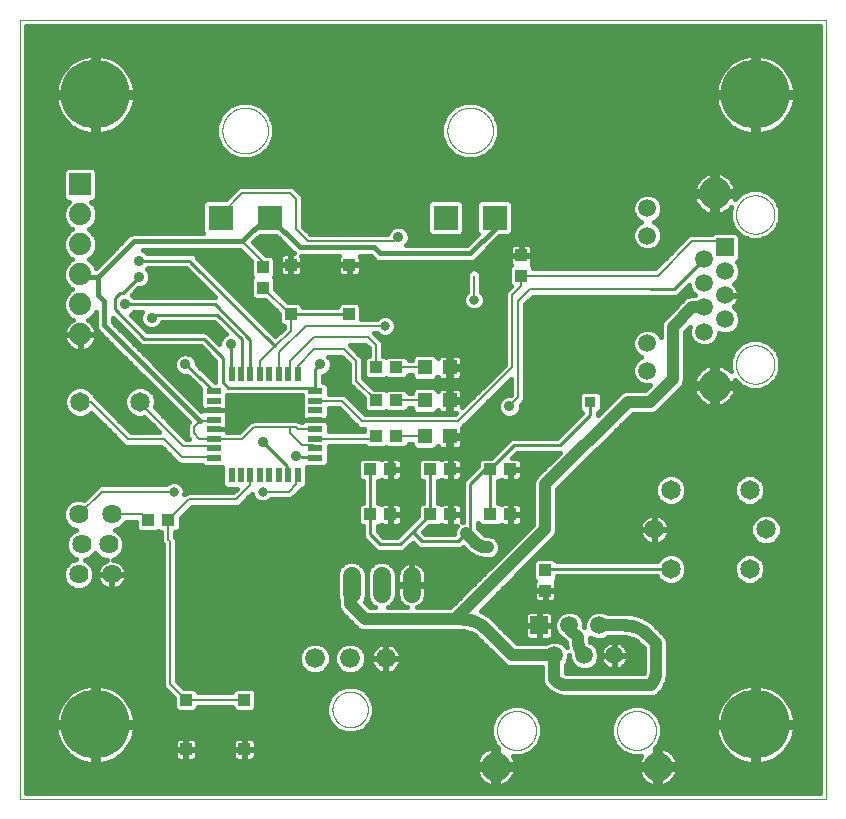
<source format=gtl>
G75*
%MOIN*%
%OFA0B0*%
%FSLAX25Y25*%
%IPPOS*%
%LPD*%
%AMOC8*
5,1,8,0,0,1.08239X$1,22.5*
%
%ADD10C,0.00000*%
%ADD11R,0.05937X0.05937*%
%ADD12C,0.05937*%
%ADD13C,0.10630*%
%ADD14C,0.23000*%
%ADD15C,0.06600*%
%ADD16C,0.06400*%
%ADD17C,0.06000*%
%ADD18R,0.07400X0.07400*%
%ADD19C,0.07400*%
%ADD20R,0.04724X0.04724*%
%ADD21R,0.03937X0.04331*%
%ADD22R,0.04331X0.03937*%
%ADD23C,0.06496*%
%ADD24R,0.03937X0.03937*%
%ADD25R,0.08268X0.08268*%
%ADD26R,0.05000X0.02200*%
%ADD27R,0.02200X0.05000*%
%ADD28C,0.06500*%
%ADD29C,0.09744*%
%ADD30C,0.01000*%
%ADD31R,0.03562X0.03562*%
%ADD32C,0.02578*%
%ADD33C,0.04000*%
%ADD34C,0.01600*%
%ADD35C,0.03562*%
%ADD36C,0.00800*%
%ADD37C,0.03200*%
%ADD38C,0.03600*%
D10*
X0003594Y0010258D02*
X0003594Y0270219D01*
X0272294Y0270219D01*
X0272294Y0010258D01*
X0003594Y0010258D01*
X0107688Y0040258D02*
X0107690Y0040411D01*
X0107696Y0040565D01*
X0107706Y0040718D01*
X0107720Y0040870D01*
X0107738Y0041023D01*
X0107760Y0041174D01*
X0107785Y0041325D01*
X0107815Y0041476D01*
X0107849Y0041626D01*
X0107886Y0041774D01*
X0107927Y0041922D01*
X0107972Y0042068D01*
X0108021Y0042214D01*
X0108074Y0042358D01*
X0108130Y0042500D01*
X0108190Y0042641D01*
X0108254Y0042781D01*
X0108321Y0042919D01*
X0108392Y0043055D01*
X0108467Y0043189D01*
X0108544Y0043321D01*
X0108626Y0043451D01*
X0108710Y0043579D01*
X0108798Y0043705D01*
X0108889Y0043828D01*
X0108983Y0043949D01*
X0109081Y0044067D01*
X0109181Y0044183D01*
X0109285Y0044296D01*
X0109391Y0044407D01*
X0109500Y0044515D01*
X0109612Y0044620D01*
X0109726Y0044721D01*
X0109844Y0044820D01*
X0109963Y0044916D01*
X0110085Y0045009D01*
X0110210Y0045098D01*
X0110337Y0045185D01*
X0110466Y0045267D01*
X0110597Y0045347D01*
X0110730Y0045423D01*
X0110865Y0045496D01*
X0111002Y0045565D01*
X0111141Y0045630D01*
X0111281Y0045692D01*
X0111423Y0045750D01*
X0111566Y0045805D01*
X0111711Y0045856D01*
X0111857Y0045903D01*
X0112004Y0045946D01*
X0112152Y0045985D01*
X0112301Y0046021D01*
X0112451Y0046052D01*
X0112602Y0046080D01*
X0112753Y0046104D01*
X0112906Y0046124D01*
X0113058Y0046140D01*
X0113211Y0046152D01*
X0113364Y0046160D01*
X0113517Y0046164D01*
X0113671Y0046164D01*
X0113824Y0046160D01*
X0113977Y0046152D01*
X0114130Y0046140D01*
X0114282Y0046124D01*
X0114435Y0046104D01*
X0114586Y0046080D01*
X0114737Y0046052D01*
X0114887Y0046021D01*
X0115036Y0045985D01*
X0115184Y0045946D01*
X0115331Y0045903D01*
X0115477Y0045856D01*
X0115622Y0045805D01*
X0115765Y0045750D01*
X0115907Y0045692D01*
X0116047Y0045630D01*
X0116186Y0045565D01*
X0116323Y0045496D01*
X0116458Y0045423D01*
X0116591Y0045347D01*
X0116722Y0045267D01*
X0116851Y0045185D01*
X0116978Y0045098D01*
X0117103Y0045009D01*
X0117225Y0044916D01*
X0117344Y0044820D01*
X0117462Y0044721D01*
X0117576Y0044620D01*
X0117688Y0044515D01*
X0117797Y0044407D01*
X0117903Y0044296D01*
X0118007Y0044183D01*
X0118107Y0044067D01*
X0118205Y0043949D01*
X0118299Y0043828D01*
X0118390Y0043705D01*
X0118478Y0043579D01*
X0118562Y0043451D01*
X0118644Y0043321D01*
X0118721Y0043189D01*
X0118796Y0043055D01*
X0118867Y0042919D01*
X0118934Y0042781D01*
X0118998Y0042641D01*
X0119058Y0042500D01*
X0119114Y0042358D01*
X0119167Y0042214D01*
X0119216Y0042068D01*
X0119261Y0041922D01*
X0119302Y0041774D01*
X0119339Y0041626D01*
X0119373Y0041476D01*
X0119403Y0041325D01*
X0119428Y0041174D01*
X0119450Y0041023D01*
X0119468Y0040870D01*
X0119482Y0040718D01*
X0119492Y0040565D01*
X0119498Y0040411D01*
X0119500Y0040258D01*
X0119498Y0040105D01*
X0119492Y0039951D01*
X0119482Y0039798D01*
X0119468Y0039646D01*
X0119450Y0039493D01*
X0119428Y0039342D01*
X0119403Y0039191D01*
X0119373Y0039040D01*
X0119339Y0038890D01*
X0119302Y0038742D01*
X0119261Y0038594D01*
X0119216Y0038448D01*
X0119167Y0038302D01*
X0119114Y0038158D01*
X0119058Y0038016D01*
X0118998Y0037875D01*
X0118934Y0037735D01*
X0118867Y0037597D01*
X0118796Y0037461D01*
X0118721Y0037327D01*
X0118644Y0037195D01*
X0118562Y0037065D01*
X0118478Y0036937D01*
X0118390Y0036811D01*
X0118299Y0036688D01*
X0118205Y0036567D01*
X0118107Y0036449D01*
X0118007Y0036333D01*
X0117903Y0036220D01*
X0117797Y0036109D01*
X0117688Y0036001D01*
X0117576Y0035896D01*
X0117462Y0035795D01*
X0117344Y0035696D01*
X0117225Y0035600D01*
X0117103Y0035507D01*
X0116978Y0035418D01*
X0116851Y0035331D01*
X0116722Y0035249D01*
X0116591Y0035169D01*
X0116458Y0035093D01*
X0116323Y0035020D01*
X0116186Y0034951D01*
X0116047Y0034886D01*
X0115907Y0034824D01*
X0115765Y0034766D01*
X0115622Y0034711D01*
X0115477Y0034660D01*
X0115331Y0034613D01*
X0115184Y0034570D01*
X0115036Y0034531D01*
X0114887Y0034495D01*
X0114737Y0034464D01*
X0114586Y0034436D01*
X0114435Y0034412D01*
X0114282Y0034392D01*
X0114130Y0034376D01*
X0113977Y0034364D01*
X0113824Y0034356D01*
X0113671Y0034352D01*
X0113517Y0034352D01*
X0113364Y0034356D01*
X0113211Y0034364D01*
X0113058Y0034376D01*
X0112906Y0034392D01*
X0112753Y0034412D01*
X0112602Y0034436D01*
X0112451Y0034464D01*
X0112301Y0034495D01*
X0112152Y0034531D01*
X0112004Y0034570D01*
X0111857Y0034613D01*
X0111711Y0034660D01*
X0111566Y0034711D01*
X0111423Y0034766D01*
X0111281Y0034824D01*
X0111141Y0034886D01*
X0111002Y0034951D01*
X0110865Y0035020D01*
X0110730Y0035093D01*
X0110597Y0035169D01*
X0110466Y0035249D01*
X0110337Y0035331D01*
X0110210Y0035418D01*
X0110085Y0035507D01*
X0109963Y0035600D01*
X0109844Y0035696D01*
X0109726Y0035795D01*
X0109612Y0035896D01*
X0109500Y0036001D01*
X0109391Y0036109D01*
X0109285Y0036220D01*
X0109181Y0036333D01*
X0109081Y0036449D01*
X0108983Y0036567D01*
X0108889Y0036688D01*
X0108798Y0036811D01*
X0108710Y0036937D01*
X0108626Y0037065D01*
X0108544Y0037195D01*
X0108467Y0037327D01*
X0108392Y0037461D01*
X0108321Y0037597D01*
X0108254Y0037735D01*
X0108190Y0037875D01*
X0108130Y0038016D01*
X0108074Y0038158D01*
X0108021Y0038302D01*
X0107972Y0038448D01*
X0107927Y0038594D01*
X0107886Y0038742D01*
X0107849Y0038890D01*
X0107815Y0039040D01*
X0107785Y0039191D01*
X0107760Y0039342D01*
X0107738Y0039493D01*
X0107720Y0039646D01*
X0107706Y0039798D01*
X0107696Y0039951D01*
X0107690Y0040105D01*
X0107688Y0040258D01*
X0162578Y0033258D02*
X0162580Y0033419D01*
X0162586Y0033579D01*
X0162596Y0033740D01*
X0162610Y0033900D01*
X0162628Y0034059D01*
X0162649Y0034219D01*
X0162675Y0034377D01*
X0162705Y0034535D01*
X0162738Y0034692D01*
X0162776Y0034849D01*
X0162817Y0035004D01*
X0162862Y0035158D01*
X0162911Y0035311D01*
X0162964Y0035463D01*
X0163020Y0035613D01*
X0163080Y0035762D01*
X0163144Y0035910D01*
X0163211Y0036056D01*
X0163282Y0036200D01*
X0163357Y0036342D01*
X0163435Y0036483D01*
X0163516Y0036621D01*
X0163601Y0036758D01*
X0163690Y0036892D01*
X0163781Y0037024D01*
X0163876Y0037154D01*
X0163974Y0037281D01*
X0164075Y0037406D01*
X0164179Y0037529D01*
X0164286Y0037648D01*
X0164396Y0037765D01*
X0164509Y0037880D01*
X0164625Y0037991D01*
X0164743Y0038100D01*
X0164864Y0038205D01*
X0164988Y0038308D01*
X0165114Y0038408D01*
X0165243Y0038504D01*
X0165374Y0038597D01*
X0165507Y0038687D01*
X0165642Y0038774D01*
X0165780Y0038857D01*
X0165919Y0038936D01*
X0166061Y0039013D01*
X0166204Y0039086D01*
X0166349Y0039155D01*
X0166496Y0039220D01*
X0166644Y0039282D01*
X0166794Y0039341D01*
X0166945Y0039395D01*
X0167097Y0039446D01*
X0167251Y0039493D01*
X0167406Y0039536D01*
X0167561Y0039575D01*
X0167718Y0039611D01*
X0167876Y0039643D01*
X0168034Y0039670D01*
X0168193Y0039694D01*
X0168352Y0039714D01*
X0168512Y0039730D01*
X0168673Y0039742D01*
X0168833Y0039750D01*
X0168994Y0039754D01*
X0169154Y0039754D01*
X0169315Y0039750D01*
X0169475Y0039742D01*
X0169636Y0039730D01*
X0169796Y0039714D01*
X0169955Y0039694D01*
X0170114Y0039670D01*
X0170272Y0039643D01*
X0170430Y0039611D01*
X0170587Y0039575D01*
X0170742Y0039536D01*
X0170897Y0039493D01*
X0171051Y0039446D01*
X0171203Y0039395D01*
X0171354Y0039341D01*
X0171504Y0039282D01*
X0171652Y0039220D01*
X0171799Y0039155D01*
X0171944Y0039086D01*
X0172087Y0039013D01*
X0172229Y0038936D01*
X0172368Y0038857D01*
X0172506Y0038774D01*
X0172641Y0038687D01*
X0172774Y0038597D01*
X0172905Y0038504D01*
X0173034Y0038408D01*
X0173160Y0038308D01*
X0173284Y0038205D01*
X0173405Y0038100D01*
X0173523Y0037991D01*
X0173639Y0037880D01*
X0173752Y0037765D01*
X0173862Y0037648D01*
X0173969Y0037529D01*
X0174073Y0037406D01*
X0174174Y0037281D01*
X0174272Y0037154D01*
X0174367Y0037024D01*
X0174458Y0036892D01*
X0174547Y0036758D01*
X0174632Y0036621D01*
X0174713Y0036483D01*
X0174791Y0036342D01*
X0174866Y0036200D01*
X0174937Y0036056D01*
X0175004Y0035910D01*
X0175068Y0035762D01*
X0175128Y0035613D01*
X0175184Y0035463D01*
X0175237Y0035311D01*
X0175286Y0035158D01*
X0175331Y0035004D01*
X0175372Y0034849D01*
X0175410Y0034692D01*
X0175443Y0034535D01*
X0175473Y0034377D01*
X0175499Y0034219D01*
X0175520Y0034059D01*
X0175538Y0033900D01*
X0175552Y0033740D01*
X0175562Y0033579D01*
X0175568Y0033419D01*
X0175570Y0033258D01*
X0175568Y0033097D01*
X0175562Y0032937D01*
X0175552Y0032776D01*
X0175538Y0032616D01*
X0175520Y0032457D01*
X0175499Y0032297D01*
X0175473Y0032139D01*
X0175443Y0031981D01*
X0175410Y0031824D01*
X0175372Y0031667D01*
X0175331Y0031512D01*
X0175286Y0031358D01*
X0175237Y0031205D01*
X0175184Y0031053D01*
X0175128Y0030903D01*
X0175068Y0030754D01*
X0175004Y0030606D01*
X0174937Y0030460D01*
X0174866Y0030316D01*
X0174791Y0030174D01*
X0174713Y0030033D01*
X0174632Y0029895D01*
X0174547Y0029758D01*
X0174458Y0029624D01*
X0174367Y0029492D01*
X0174272Y0029362D01*
X0174174Y0029235D01*
X0174073Y0029110D01*
X0173969Y0028987D01*
X0173862Y0028868D01*
X0173752Y0028751D01*
X0173639Y0028636D01*
X0173523Y0028525D01*
X0173405Y0028416D01*
X0173284Y0028311D01*
X0173160Y0028208D01*
X0173034Y0028108D01*
X0172905Y0028012D01*
X0172774Y0027919D01*
X0172641Y0027829D01*
X0172506Y0027742D01*
X0172368Y0027659D01*
X0172229Y0027580D01*
X0172087Y0027503D01*
X0171944Y0027430D01*
X0171799Y0027361D01*
X0171652Y0027296D01*
X0171504Y0027234D01*
X0171354Y0027175D01*
X0171203Y0027121D01*
X0171051Y0027070D01*
X0170897Y0027023D01*
X0170742Y0026980D01*
X0170587Y0026941D01*
X0170430Y0026905D01*
X0170272Y0026873D01*
X0170114Y0026846D01*
X0169955Y0026822D01*
X0169796Y0026802D01*
X0169636Y0026786D01*
X0169475Y0026774D01*
X0169315Y0026766D01*
X0169154Y0026762D01*
X0168994Y0026762D01*
X0168833Y0026766D01*
X0168673Y0026774D01*
X0168512Y0026786D01*
X0168352Y0026802D01*
X0168193Y0026822D01*
X0168034Y0026846D01*
X0167876Y0026873D01*
X0167718Y0026905D01*
X0167561Y0026941D01*
X0167406Y0026980D01*
X0167251Y0027023D01*
X0167097Y0027070D01*
X0166945Y0027121D01*
X0166794Y0027175D01*
X0166644Y0027234D01*
X0166496Y0027296D01*
X0166349Y0027361D01*
X0166204Y0027430D01*
X0166061Y0027503D01*
X0165919Y0027580D01*
X0165780Y0027659D01*
X0165642Y0027742D01*
X0165507Y0027829D01*
X0165374Y0027919D01*
X0165243Y0028012D01*
X0165114Y0028108D01*
X0164988Y0028208D01*
X0164864Y0028311D01*
X0164743Y0028416D01*
X0164625Y0028525D01*
X0164509Y0028636D01*
X0164396Y0028751D01*
X0164286Y0028868D01*
X0164179Y0028987D01*
X0164075Y0029110D01*
X0163974Y0029235D01*
X0163876Y0029362D01*
X0163781Y0029492D01*
X0163690Y0029624D01*
X0163601Y0029758D01*
X0163516Y0029895D01*
X0163435Y0030033D01*
X0163357Y0030174D01*
X0163282Y0030316D01*
X0163211Y0030460D01*
X0163144Y0030606D01*
X0163080Y0030754D01*
X0163020Y0030903D01*
X0162964Y0031053D01*
X0162911Y0031205D01*
X0162862Y0031358D01*
X0162817Y0031512D01*
X0162776Y0031667D01*
X0162738Y0031824D01*
X0162705Y0031981D01*
X0162675Y0032139D01*
X0162649Y0032297D01*
X0162628Y0032457D01*
X0162610Y0032616D01*
X0162596Y0032776D01*
X0162586Y0032937D01*
X0162580Y0033097D01*
X0162578Y0033258D01*
X0202578Y0033258D02*
X0202580Y0033419D01*
X0202586Y0033579D01*
X0202596Y0033740D01*
X0202610Y0033900D01*
X0202628Y0034059D01*
X0202649Y0034219D01*
X0202675Y0034377D01*
X0202705Y0034535D01*
X0202738Y0034692D01*
X0202776Y0034849D01*
X0202817Y0035004D01*
X0202862Y0035158D01*
X0202911Y0035311D01*
X0202964Y0035463D01*
X0203020Y0035613D01*
X0203080Y0035762D01*
X0203144Y0035910D01*
X0203211Y0036056D01*
X0203282Y0036200D01*
X0203357Y0036342D01*
X0203435Y0036483D01*
X0203516Y0036621D01*
X0203601Y0036758D01*
X0203690Y0036892D01*
X0203781Y0037024D01*
X0203876Y0037154D01*
X0203974Y0037281D01*
X0204075Y0037406D01*
X0204179Y0037529D01*
X0204286Y0037648D01*
X0204396Y0037765D01*
X0204509Y0037880D01*
X0204625Y0037991D01*
X0204743Y0038100D01*
X0204864Y0038205D01*
X0204988Y0038308D01*
X0205114Y0038408D01*
X0205243Y0038504D01*
X0205374Y0038597D01*
X0205507Y0038687D01*
X0205642Y0038774D01*
X0205780Y0038857D01*
X0205919Y0038936D01*
X0206061Y0039013D01*
X0206204Y0039086D01*
X0206349Y0039155D01*
X0206496Y0039220D01*
X0206644Y0039282D01*
X0206794Y0039341D01*
X0206945Y0039395D01*
X0207097Y0039446D01*
X0207251Y0039493D01*
X0207406Y0039536D01*
X0207561Y0039575D01*
X0207718Y0039611D01*
X0207876Y0039643D01*
X0208034Y0039670D01*
X0208193Y0039694D01*
X0208352Y0039714D01*
X0208512Y0039730D01*
X0208673Y0039742D01*
X0208833Y0039750D01*
X0208994Y0039754D01*
X0209154Y0039754D01*
X0209315Y0039750D01*
X0209475Y0039742D01*
X0209636Y0039730D01*
X0209796Y0039714D01*
X0209955Y0039694D01*
X0210114Y0039670D01*
X0210272Y0039643D01*
X0210430Y0039611D01*
X0210587Y0039575D01*
X0210742Y0039536D01*
X0210897Y0039493D01*
X0211051Y0039446D01*
X0211203Y0039395D01*
X0211354Y0039341D01*
X0211504Y0039282D01*
X0211652Y0039220D01*
X0211799Y0039155D01*
X0211944Y0039086D01*
X0212087Y0039013D01*
X0212229Y0038936D01*
X0212368Y0038857D01*
X0212506Y0038774D01*
X0212641Y0038687D01*
X0212774Y0038597D01*
X0212905Y0038504D01*
X0213034Y0038408D01*
X0213160Y0038308D01*
X0213284Y0038205D01*
X0213405Y0038100D01*
X0213523Y0037991D01*
X0213639Y0037880D01*
X0213752Y0037765D01*
X0213862Y0037648D01*
X0213969Y0037529D01*
X0214073Y0037406D01*
X0214174Y0037281D01*
X0214272Y0037154D01*
X0214367Y0037024D01*
X0214458Y0036892D01*
X0214547Y0036758D01*
X0214632Y0036621D01*
X0214713Y0036483D01*
X0214791Y0036342D01*
X0214866Y0036200D01*
X0214937Y0036056D01*
X0215004Y0035910D01*
X0215068Y0035762D01*
X0215128Y0035613D01*
X0215184Y0035463D01*
X0215237Y0035311D01*
X0215286Y0035158D01*
X0215331Y0035004D01*
X0215372Y0034849D01*
X0215410Y0034692D01*
X0215443Y0034535D01*
X0215473Y0034377D01*
X0215499Y0034219D01*
X0215520Y0034059D01*
X0215538Y0033900D01*
X0215552Y0033740D01*
X0215562Y0033579D01*
X0215568Y0033419D01*
X0215570Y0033258D01*
X0215568Y0033097D01*
X0215562Y0032937D01*
X0215552Y0032776D01*
X0215538Y0032616D01*
X0215520Y0032457D01*
X0215499Y0032297D01*
X0215473Y0032139D01*
X0215443Y0031981D01*
X0215410Y0031824D01*
X0215372Y0031667D01*
X0215331Y0031512D01*
X0215286Y0031358D01*
X0215237Y0031205D01*
X0215184Y0031053D01*
X0215128Y0030903D01*
X0215068Y0030754D01*
X0215004Y0030606D01*
X0214937Y0030460D01*
X0214866Y0030316D01*
X0214791Y0030174D01*
X0214713Y0030033D01*
X0214632Y0029895D01*
X0214547Y0029758D01*
X0214458Y0029624D01*
X0214367Y0029492D01*
X0214272Y0029362D01*
X0214174Y0029235D01*
X0214073Y0029110D01*
X0213969Y0028987D01*
X0213862Y0028868D01*
X0213752Y0028751D01*
X0213639Y0028636D01*
X0213523Y0028525D01*
X0213405Y0028416D01*
X0213284Y0028311D01*
X0213160Y0028208D01*
X0213034Y0028108D01*
X0212905Y0028012D01*
X0212774Y0027919D01*
X0212641Y0027829D01*
X0212506Y0027742D01*
X0212368Y0027659D01*
X0212229Y0027580D01*
X0212087Y0027503D01*
X0211944Y0027430D01*
X0211799Y0027361D01*
X0211652Y0027296D01*
X0211504Y0027234D01*
X0211354Y0027175D01*
X0211203Y0027121D01*
X0211051Y0027070D01*
X0210897Y0027023D01*
X0210742Y0026980D01*
X0210587Y0026941D01*
X0210430Y0026905D01*
X0210272Y0026873D01*
X0210114Y0026846D01*
X0209955Y0026822D01*
X0209796Y0026802D01*
X0209636Y0026786D01*
X0209475Y0026774D01*
X0209315Y0026766D01*
X0209154Y0026762D01*
X0208994Y0026762D01*
X0208833Y0026766D01*
X0208673Y0026774D01*
X0208512Y0026786D01*
X0208352Y0026802D01*
X0208193Y0026822D01*
X0208034Y0026846D01*
X0207876Y0026873D01*
X0207718Y0026905D01*
X0207561Y0026941D01*
X0207406Y0026980D01*
X0207251Y0027023D01*
X0207097Y0027070D01*
X0206945Y0027121D01*
X0206794Y0027175D01*
X0206644Y0027234D01*
X0206496Y0027296D01*
X0206349Y0027361D01*
X0206204Y0027430D01*
X0206061Y0027503D01*
X0205919Y0027580D01*
X0205780Y0027659D01*
X0205642Y0027742D01*
X0205507Y0027829D01*
X0205374Y0027919D01*
X0205243Y0028012D01*
X0205114Y0028108D01*
X0204988Y0028208D01*
X0204864Y0028311D01*
X0204743Y0028416D01*
X0204625Y0028525D01*
X0204509Y0028636D01*
X0204396Y0028751D01*
X0204286Y0028868D01*
X0204179Y0028987D01*
X0204075Y0029110D01*
X0203974Y0029235D01*
X0203876Y0029362D01*
X0203781Y0029492D01*
X0203690Y0029624D01*
X0203601Y0029758D01*
X0203516Y0029895D01*
X0203435Y0030033D01*
X0203357Y0030174D01*
X0203282Y0030316D01*
X0203211Y0030460D01*
X0203144Y0030606D01*
X0203080Y0030754D01*
X0203020Y0030903D01*
X0202964Y0031053D01*
X0202911Y0031205D01*
X0202862Y0031358D01*
X0202817Y0031512D01*
X0202776Y0031667D01*
X0202738Y0031824D01*
X0202705Y0031981D01*
X0202675Y0032139D01*
X0202649Y0032297D01*
X0202628Y0032457D01*
X0202610Y0032616D01*
X0202596Y0032776D01*
X0202586Y0032937D01*
X0202580Y0033097D01*
X0202578Y0033258D01*
X0242196Y0155258D02*
X0242198Y0155418D01*
X0242204Y0155577D01*
X0242214Y0155736D01*
X0242228Y0155895D01*
X0242246Y0156054D01*
X0242267Y0156212D01*
X0242293Y0156369D01*
X0242323Y0156526D01*
X0242356Y0156682D01*
X0242394Y0156837D01*
X0242435Y0156991D01*
X0242480Y0157144D01*
X0242529Y0157296D01*
X0242582Y0157446D01*
X0242638Y0157595D01*
X0242698Y0157743D01*
X0242762Y0157889D01*
X0242830Y0158034D01*
X0242901Y0158177D01*
X0242975Y0158318D01*
X0243053Y0158457D01*
X0243135Y0158594D01*
X0243220Y0158729D01*
X0243308Y0158862D01*
X0243399Y0158993D01*
X0243494Y0159121D01*
X0243592Y0159247D01*
X0243693Y0159371D01*
X0243797Y0159491D01*
X0243904Y0159610D01*
X0244014Y0159725D01*
X0244127Y0159838D01*
X0244242Y0159948D01*
X0244361Y0160055D01*
X0244481Y0160159D01*
X0244605Y0160260D01*
X0244731Y0160358D01*
X0244859Y0160453D01*
X0244990Y0160544D01*
X0245123Y0160632D01*
X0245258Y0160717D01*
X0245395Y0160799D01*
X0245534Y0160877D01*
X0245675Y0160951D01*
X0245818Y0161022D01*
X0245963Y0161090D01*
X0246109Y0161154D01*
X0246257Y0161214D01*
X0246406Y0161270D01*
X0246556Y0161323D01*
X0246708Y0161372D01*
X0246861Y0161417D01*
X0247015Y0161458D01*
X0247170Y0161496D01*
X0247326Y0161529D01*
X0247483Y0161559D01*
X0247640Y0161585D01*
X0247798Y0161606D01*
X0247957Y0161624D01*
X0248116Y0161638D01*
X0248275Y0161648D01*
X0248434Y0161654D01*
X0248594Y0161656D01*
X0248754Y0161654D01*
X0248913Y0161648D01*
X0249072Y0161638D01*
X0249231Y0161624D01*
X0249390Y0161606D01*
X0249548Y0161585D01*
X0249705Y0161559D01*
X0249862Y0161529D01*
X0250018Y0161496D01*
X0250173Y0161458D01*
X0250327Y0161417D01*
X0250480Y0161372D01*
X0250632Y0161323D01*
X0250782Y0161270D01*
X0250931Y0161214D01*
X0251079Y0161154D01*
X0251225Y0161090D01*
X0251370Y0161022D01*
X0251513Y0160951D01*
X0251654Y0160877D01*
X0251793Y0160799D01*
X0251930Y0160717D01*
X0252065Y0160632D01*
X0252198Y0160544D01*
X0252329Y0160453D01*
X0252457Y0160358D01*
X0252583Y0160260D01*
X0252707Y0160159D01*
X0252827Y0160055D01*
X0252946Y0159948D01*
X0253061Y0159838D01*
X0253174Y0159725D01*
X0253284Y0159610D01*
X0253391Y0159491D01*
X0253495Y0159371D01*
X0253596Y0159247D01*
X0253694Y0159121D01*
X0253789Y0158993D01*
X0253880Y0158862D01*
X0253968Y0158729D01*
X0254053Y0158594D01*
X0254135Y0158457D01*
X0254213Y0158318D01*
X0254287Y0158177D01*
X0254358Y0158034D01*
X0254426Y0157889D01*
X0254490Y0157743D01*
X0254550Y0157595D01*
X0254606Y0157446D01*
X0254659Y0157296D01*
X0254708Y0157144D01*
X0254753Y0156991D01*
X0254794Y0156837D01*
X0254832Y0156682D01*
X0254865Y0156526D01*
X0254895Y0156369D01*
X0254921Y0156212D01*
X0254942Y0156054D01*
X0254960Y0155895D01*
X0254974Y0155736D01*
X0254984Y0155577D01*
X0254990Y0155418D01*
X0254992Y0155258D01*
X0254990Y0155098D01*
X0254984Y0154939D01*
X0254974Y0154780D01*
X0254960Y0154621D01*
X0254942Y0154462D01*
X0254921Y0154304D01*
X0254895Y0154147D01*
X0254865Y0153990D01*
X0254832Y0153834D01*
X0254794Y0153679D01*
X0254753Y0153525D01*
X0254708Y0153372D01*
X0254659Y0153220D01*
X0254606Y0153070D01*
X0254550Y0152921D01*
X0254490Y0152773D01*
X0254426Y0152627D01*
X0254358Y0152482D01*
X0254287Y0152339D01*
X0254213Y0152198D01*
X0254135Y0152059D01*
X0254053Y0151922D01*
X0253968Y0151787D01*
X0253880Y0151654D01*
X0253789Y0151523D01*
X0253694Y0151395D01*
X0253596Y0151269D01*
X0253495Y0151145D01*
X0253391Y0151025D01*
X0253284Y0150906D01*
X0253174Y0150791D01*
X0253061Y0150678D01*
X0252946Y0150568D01*
X0252827Y0150461D01*
X0252707Y0150357D01*
X0252583Y0150256D01*
X0252457Y0150158D01*
X0252329Y0150063D01*
X0252198Y0149972D01*
X0252065Y0149884D01*
X0251930Y0149799D01*
X0251793Y0149717D01*
X0251654Y0149639D01*
X0251513Y0149565D01*
X0251370Y0149494D01*
X0251225Y0149426D01*
X0251079Y0149362D01*
X0250931Y0149302D01*
X0250782Y0149246D01*
X0250632Y0149193D01*
X0250480Y0149144D01*
X0250327Y0149099D01*
X0250173Y0149058D01*
X0250018Y0149020D01*
X0249862Y0148987D01*
X0249705Y0148957D01*
X0249548Y0148931D01*
X0249390Y0148910D01*
X0249231Y0148892D01*
X0249072Y0148878D01*
X0248913Y0148868D01*
X0248754Y0148862D01*
X0248594Y0148860D01*
X0248434Y0148862D01*
X0248275Y0148868D01*
X0248116Y0148878D01*
X0247957Y0148892D01*
X0247798Y0148910D01*
X0247640Y0148931D01*
X0247483Y0148957D01*
X0247326Y0148987D01*
X0247170Y0149020D01*
X0247015Y0149058D01*
X0246861Y0149099D01*
X0246708Y0149144D01*
X0246556Y0149193D01*
X0246406Y0149246D01*
X0246257Y0149302D01*
X0246109Y0149362D01*
X0245963Y0149426D01*
X0245818Y0149494D01*
X0245675Y0149565D01*
X0245534Y0149639D01*
X0245395Y0149717D01*
X0245258Y0149799D01*
X0245123Y0149884D01*
X0244990Y0149972D01*
X0244859Y0150063D01*
X0244731Y0150158D01*
X0244605Y0150256D01*
X0244481Y0150357D01*
X0244361Y0150461D01*
X0244242Y0150568D01*
X0244127Y0150678D01*
X0244014Y0150791D01*
X0243904Y0150906D01*
X0243797Y0151025D01*
X0243693Y0151145D01*
X0243592Y0151269D01*
X0243494Y0151395D01*
X0243399Y0151523D01*
X0243308Y0151654D01*
X0243220Y0151787D01*
X0243135Y0151922D01*
X0243053Y0152059D01*
X0242975Y0152198D01*
X0242901Y0152339D01*
X0242830Y0152482D01*
X0242762Y0152627D01*
X0242698Y0152773D01*
X0242638Y0152921D01*
X0242582Y0153070D01*
X0242529Y0153220D01*
X0242480Y0153372D01*
X0242435Y0153525D01*
X0242394Y0153679D01*
X0242356Y0153834D01*
X0242323Y0153990D01*
X0242293Y0154147D01*
X0242267Y0154304D01*
X0242246Y0154462D01*
X0242228Y0154621D01*
X0242214Y0154780D01*
X0242204Y0154939D01*
X0242198Y0155098D01*
X0242196Y0155258D01*
X0242196Y0205258D02*
X0242198Y0205418D01*
X0242204Y0205577D01*
X0242214Y0205736D01*
X0242228Y0205895D01*
X0242246Y0206054D01*
X0242267Y0206212D01*
X0242293Y0206369D01*
X0242323Y0206526D01*
X0242356Y0206682D01*
X0242394Y0206837D01*
X0242435Y0206991D01*
X0242480Y0207144D01*
X0242529Y0207296D01*
X0242582Y0207446D01*
X0242638Y0207595D01*
X0242698Y0207743D01*
X0242762Y0207889D01*
X0242830Y0208034D01*
X0242901Y0208177D01*
X0242975Y0208318D01*
X0243053Y0208457D01*
X0243135Y0208594D01*
X0243220Y0208729D01*
X0243308Y0208862D01*
X0243399Y0208993D01*
X0243494Y0209121D01*
X0243592Y0209247D01*
X0243693Y0209371D01*
X0243797Y0209491D01*
X0243904Y0209610D01*
X0244014Y0209725D01*
X0244127Y0209838D01*
X0244242Y0209948D01*
X0244361Y0210055D01*
X0244481Y0210159D01*
X0244605Y0210260D01*
X0244731Y0210358D01*
X0244859Y0210453D01*
X0244990Y0210544D01*
X0245123Y0210632D01*
X0245258Y0210717D01*
X0245395Y0210799D01*
X0245534Y0210877D01*
X0245675Y0210951D01*
X0245818Y0211022D01*
X0245963Y0211090D01*
X0246109Y0211154D01*
X0246257Y0211214D01*
X0246406Y0211270D01*
X0246556Y0211323D01*
X0246708Y0211372D01*
X0246861Y0211417D01*
X0247015Y0211458D01*
X0247170Y0211496D01*
X0247326Y0211529D01*
X0247483Y0211559D01*
X0247640Y0211585D01*
X0247798Y0211606D01*
X0247957Y0211624D01*
X0248116Y0211638D01*
X0248275Y0211648D01*
X0248434Y0211654D01*
X0248594Y0211656D01*
X0248754Y0211654D01*
X0248913Y0211648D01*
X0249072Y0211638D01*
X0249231Y0211624D01*
X0249390Y0211606D01*
X0249548Y0211585D01*
X0249705Y0211559D01*
X0249862Y0211529D01*
X0250018Y0211496D01*
X0250173Y0211458D01*
X0250327Y0211417D01*
X0250480Y0211372D01*
X0250632Y0211323D01*
X0250782Y0211270D01*
X0250931Y0211214D01*
X0251079Y0211154D01*
X0251225Y0211090D01*
X0251370Y0211022D01*
X0251513Y0210951D01*
X0251654Y0210877D01*
X0251793Y0210799D01*
X0251930Y0210717D01*
X0252065Y0210632D01*
X0252198Y0210544D01*
X0252329Y0210453D01*
X0252457Y0210358D01*
X0252583Y0210260D01*
X0252707Y0210159D01*
X0252827Y0210055D01*
X0252946Y0209948D01*
X0253061Y0209838D01*
X0253174Y0209725D01*
X0253284Y0209610D01*
X0253391Y0209491D01*
X0253495Y0209371D01*
X0253596Y0209247D01*
X0253694Y0209121D01*
X0253789Y0208993D01*
X0253880Y0208862D01*
X0253968Y0208729D01*
X0254053Y0208594D01*
X0254135Y0208457D01*
X0254213Y0208318D01*
X0254287Y0208177D01*
X0254358Y0208034D01*
X0254426Y0207889D01*
X0254490Y0207743D01*
X0254550Y0207595D01*
X0254606Y0207446D01*
X0254659Y0207296D01*
X0254708Y0207144D01*
X0254753Y0206991D01*
X0254794Y0206837D01*
X0254832Y0206682D01*
X0254865Y0206526D01*
X0254895Y0206369D01*
X0254921Y0206212D01*
X0254942Y0206054D01*
X0254960Y0205895D01*
X0254974Y0205736D01*
X0254984Y0205577D01*
X0254990Y0205418D01*
X0254992Y0205258D01*
X0254990Y0205098D01*
X0254984Y0204939D01*
X0254974Y0204780D01*
X0254960Y0204621D01*
X0254942Y0204462D01*
X0254921Y0204304D01*
X0254895Y0204147D01*
X0254865Y0203990D01*
X0254832Y0203834D01*
X0254794Y0203679D01*
X0254753Y0203525D01*
X0254708Y0203372D01*
X0254659Y0203220D01*
X0254606Y0203070D01*
X0254550Y0202921D01*
X0254490Y0202773D01*
X0254426Y0202627D01*
X0254358Y0202482D01*
X0254287Y0202339D01*
X0254213Y0202198D01*
X0254135Y0202059D01*
X0254053Y0201922D01*
X0253968Y0201787D01*
X0253880Y0201654D01*
X0253789Y0201523D01*
X0253694Y0201395D01*
X0253596Y0201269D01*
X0253495Y0201145D01*
X0253391Y0201025D01*
X0253284Y0200906D01*
X0253174Y0200791D01*
X0253061Y0200678D01*
X0252946Y0200568D01*
X0252827Y0200461D01*
X0252707Y0200357D01*
X0252583Y0200256D01*
X0252457Y0200158D01*
X0252329Y0200063D01*
X0252198Y0199972D01*
X0252065Y0199884D01*
X0251930Y0199799D01*
X0251793Y0199717D01*
X0251654Y0199639D01*
X0251513Y0199565D01*
X0251370Y0199494D01*
X0251225Y0199426D01*
X0251079Y0199362D01*
X0250931Y0199302D01*
X0250782Y0199246D01*
X0250632Y0199193D01*
X0250480Y0199144D01*
X0250327Y0199099D01*
X0250173Y0199058D01*
X0250018Y0199020D01*
X0249862Y0198987D01*
X0249705Y0198957D01*
X0249548Y0198931D01*
X0249390Y0198910D01*
X0249231Y0198892D01*
X0249072Y0198878D01*
X0248913Y0198868D01*
X0248754Y0198862D01*
X0248594Y0198860D01*
X0248434Y0198862D01*
X0248275Y0198868D01*
X0248116Y0198878D01*
X0247957Y0198892D01*
X0247798Y0198910D01*
X0247640Y0198931D01*
X0247483Y0198957D01*
X0247326Y0198987D01*
X0247170Y0199020D01*
X0247015Y0199058D01*
X0246861Y0199099D01*
X0246708Y0199144D01*
X0246556Y0199193D01*
X0246406Y0199246D01*
X0246257Y0199302D01*
X0246109Y0199362D01*
X0245963Y0199426D01*
X0245818Y0199494D01*
X0245675Y0199565D01*
X0245534Y0199639D01*
X0245395Y0199717D01*
X0245258Y0199799D01*
X0245123Y0199884D01*
X0244990Y0199972D01*
X0244859Y0200063D01*
X0244731Y0200158D01*
X0244605Y0200256D01*
X0244481Y0200357D01*
X0244361Y0200461D01*
X0244242Y0200568D01*
X0244127Y0200678D01*
X0244014Y0200791D01*
X0243904Y0200906D01*
X0243797Y0201025D01*
X0243693Y0201145D01*
X0243592Y0201269D01*
X0243494Y0201395D01*
X0243399Y0201523D01*
X0243308Y0201654D01*
X0243220Y0201787D01*
X0243135Y0201922D01*
X0243053Y0202059D01*
X0242975Y0202198D01*
X0242901Y0202339D01*
X0242830Y0202482D01*
X0242762Y0202627D01*
X0242698Y0202773D01*
X0242638Y0202921D01*
X0242582Y0203070D01*
X0242529Y0203220D01*
X0242480Y0203372D01*
X0242435Y0203525D01*
X0242394Y0203679D01*
X0242356Y0203834D01*
X0242323Y0203990D01*
X0242293Y0204147D01*
X0242267Y0204304D01*
X0242246Y0204462D01*
X0242228Y0204621D01*
X0242214Y0204780D01*
X0242204Y0204939D01*
X0242198Y0205098D01*
X0242196Y0205258D01*
X0145996Y0233250D02*
X0145998Y0233436D01*
X0146005Y0233623D01*
X0146017Y0233809D01*
X0146033Y0233995D01*
X0146053Y0234180D01*
X0146078Y0234365D01*
X0146108Y0234549D01*
X0146142Y0234732D01*
X0146181Y0234915D01*
X0146224Y0235096D01*
X0146271Y0235276D01*
X0146323Y0235456D01*
X0146379Y0235633D01*
X0146440Y0235810D01*
X0146505Y0235984D01*
X0146574Y0236158D01*
X0146648Y0236329D01*
X0146725Y0236499D01*
X0146807Y0236666D01*
X0146893Y0236832D01*
X0146983Y0236995D01*
X0147077Y0237156D01*
X0147175Y0237315D01*
X0147276Y0237471D01*
X0147382Y0237625D01*
X0147491Y0237776D01*
X0147604Y0237925D01*
X0147721Y0238070D01*
X0147841Y0238213D01*
X0147964Y0238353D01*
X0148091Y0238489D01*
X0148221Y0238623D01*
X0148355Y0238753D01*
X0148491Y0238880D01*
X0148631Y0239003D01*
X0148774Y0239123D01*
X0148919Y0239240D01*
X0149068Y0239353D01*
X0149219Y0239462D01*
X0149373Y0239568D01*
X0149529Y0239669D01*
X0149688Y0239767D01*
X0149849Y0239861D01*
X0150012Y0239951D01*
X0150178Y0240037D01*
X0150345Y0240119D01*
X0150515Y0240196D01*
X0150686Y0240270D01*
X0150860Y0240339D01*
X0151034Y0240404D01*
X0151211Y0240465D01*
X0151388Y0240521D01*
X0151568Y0240573D01*
X0151748Y0240620D01*
X0151929Y0240663D01*
X0152112Y0240702D01*
X0152295Y0240736D01*
X0152479Y0240766D01*
X0152664Y0240791D01*
X0152849Y0240811D01*
X0153035Y0240827D01*
X0153221Y0240839D01*
X0153408Y0240846D01*
X0153594Y0240848D01*
X0153780Y0240846D01*
X0153967Y0240839D01*
X0154153Y0240827D01*
X0154339Y0240811D01*
X0154524Y0240791D01*
X0154709Y0240766D01*
X0154893Y0240736D01*
X0155076Y0240702D01*
X0155259Y0240663D01*
X0155440Y0240620D01*
X0155620Y0240573D01*
X0155800Y0240521D01*
X0155977Y0240465D01*
X0156154Y0240404D01*
X0156328Y0240339D01*
X0156502Y0240270D01*
X0156673Y0240196D01*
X0156843Y0240119D01*
X0157010Y0240037D01*
X0157176Y0239951D01*
X0157339Y0239861D01*
X0157500Y0239767D01*
X0157659Y0239669D01*
X0157815Y0239568D01*
X0157969Y0239462D01*
X0158120Y0239353D01*
X0158269Y0239240D01*
X0158414Y0239123D01*
X0158557Y0239003D01*
X0158697Y0238880D01*
X0158833Y0238753D01*
X0158967Y0238623D01*
X0159097Y0238489D01*
X0159224Y0238353D01*
X0159347Y0238213D01*
X0159467Y0238070D01*
X0159584Y0237925D01*
X0159697Y0237776D01*
X0159806Y0237625D01*
X0159912Y0237471D01*
X0160013Y0237315D01*
X0160111Y0237156D01*
X0160205Y0236995D01*
X0160295Y0236832D01*
X0160381Y0236666D01*
X0160463Y0236499D01*
X0160540Y0236329D01*
X0160614Y0236158D01*
X0160683Y0235984D01*
X0160748Y0235810D01*
X0160809Y0235633D01*
X0160865Y0235456D01*
X0160917Y0235276D01*
X0160964Y0235096D01*
X0161007Y0234915D01*
X0161046Y0234732D01*
X0161080Y0234549D01*
X0161110Y0234365D01*
X0161135Y0234180D01*
X0161155Y0233995D01*
X0161171Y0233809D01*
X0161183Y0233623D01*
X0161190Y0233436D01*
X0161192Y0233250D01*
X0161190Y0233064D01*
X0161183Y0232877D01*
X0161171Y0232691D01*
X0161155Y0232505D01*
X0161135Y0232320D01*
X0161110Y0232135D01*
X0161080Y0231951D01*
X0161046Y0231768D01*
X0161007Y0231585D01*
X0160964Y0231404D01*
X0160917Y0231224D01*
X0160865Y0231044D01*
X0160809Y0230867D01*
X0160748Y0230690D01*
X0160683Y0230516D01*
X0160614Y0230342D01*
X0160540Y0230171D01*
X0160463Y0230001D01*
X0160381Y0229834D01*
X0160295Y0229668D01*
X0160205Y0229505D01*
X0160111Y0229344D01*
X0160013Y0229185D01*
X0159912Y0229029D01*
X0159806Y0228875D01*
X0159697Y0228724D01*
X0159584Y0228575D01*
X0159467Y0228430D01*
X0159347Y0228287D01*
X0159224Y0228147D01*
X0159097Y0228011D01*
X0158967Y0227877D01*
X0158833Y0227747D01*
X0158697Y0227620D01*
X0158557Y0227497D01*
X0158414Y0227377D01*
X0158269Y0227260D01*
X0158120Y0227147D01*
X0157969Y0227038D01*
X0157815Y0226932D01*
X0157659Y0226831D01*
X0157500Y0226733D01*
X0157339Y0226639D01*
X0157176Y0226549D01*
X0157010Y0226463D01*
X0156843Y0226381D01*
X0156673Y0226304D01*
X0156502Y0226230D01*
X0156328Y0226161D01*
X0156154Y0226096D01*
X0155977Y0226035D01*
X0155800Y0225979D01*
X0155620Y0225927D01*
X0155440Y0225880D01*
X0155259Y0225837D01*
X0155076Y0225798D01*
X0154893Y0225764D01*
X0154709Y0225734D01*
X0154524Y0225709D01*
X0154339Y0225689D01*
X0154153Y0225673D01*
X0153967Y0225661D01*
X0153780Y0225654D01*
X0153594Y0225652D01*
X0153408Y0225654D01*
X0153221Y0225661D01*
X0153035Y0225673D01*
X0152849Y0225689D01*
X0152664Y0225709D01*
X0152479Y0225734D01*
X0152295Y0225764D01*
X0152112Y0225798D01*
X0151929Y0225837D01*
X0151748Y0225880D01*
X0151568Y0225927D01*
X0151388Y0225979D01*
X0151211Y0226035D01*
X0151034Y0226096D01*
X0150860Y0226161D01*
X0150686Y0226230D01*
X0150515Y0226304D01*
X0150345Y0226381D01*
X0150178Y0226463D01*
X0150012Y0226549D01*
X0149849Y0226639D01*
X0149688Y0226733D01*
X0149529Y0226831D01*
X0149373Y0226932D01*
X0149219Y0227038D01*
X0149068Y0227147D01*
X0148919Y0227260D01*
X0148774Y0227377D01*
X0148631Y0227497D01*
X0148491Y0227620D01*
X0148355Y0227747D01*
X0148221Y0227877D01*
X0148091Y0228011D01*
X0147964Y0228147D01*
X0147841Y0228287D01*
X0147721Y0228430D01*
X0147604Y0228575D01*
X0147491Y0228724D01*
X0147382Y0228875D01*
X0147276Y0229029D01*
X0147175Y0229185D01*
X0147077Y0229344D01*
X0146983Y0229505D01*
X0146893Y0229668D01*
X0146807Y0229834D01*
X0146725Y0230001D01*
X0146648Y0230171D01*
X0146574Y0230342D01*
X0146505Y0230516D01*
X0146440Y0230690D01*
X0146379Y0230867D01*
X0146323Y0231044D01*
X0146271Y0231224D01*
X0146224Y0231404D01*
X0146181Y0231585D01*
X0146142Y0231768D01*
X0146108Y0231951D01*
X0146078Y0232135D01*
X0146053Y0232320D01*
X0146033Y0232505D01*
X0146017Y0232691D01*
X0146005Y0232877D01*
X0145998Y0233064D01*
X0145996Y0233250D01*
X0070996Y0233250D02*
X0070998Y0233436D01*
X0071005Y0233623D01*
X0071017Y0233809D01*
X0071033Y0233995D01*
X0071053Y0234180D01*
X0071078Y0234365D01*
X0071108Y0234549D01*
X0071142Y0234732D01*
X0071181Y0234915D01*
X0071224Y0235096D01*
X0071271Y0235276D01*
X0071323Y0235456D01*
X0071379Y0235633D01*
X0071440Y0235810D01*
X0071505Y0235984D01*
X0071574Y0236158D01*
X0071648Y0236329D01*
X0071725Y0236499D01*
X0071807Y0236666D01*
X0071893Y0236832D01*
X0071983Y0236995D01*
X0072077Y0237156D01*
X0072175Y0237315D01*
X0072276Y0237471D01*
X0072382Y0237625D01*
X0072491Y0237776D01*
X0072604Y0237925D01*
X0072721Y0238070D01*
X0072841Y0238213D01*
X0072964Y0238353D01*
X0073091Y0238489D01*
X0073221Y0238623D01*
X0073355Y0238753D01*
X0073491Y0238880D01*
X0073631Y0239003D01*
X0073774Y0239123D01*
X0073919Y0239240D01*
X0074068Y0239353D01*
X0074219Y0239462D01*
X0074373Y0239568D01*
X0074529Y0239669D01*
X0074688Y0239767D01*
X0074849Y0239861D01*
X0075012Y0239951D01*
X0075178Y0240037D01*
X0075345Y0240119D01*
X0075515Y0240196D01*
X0075686Y0240270D01*
X0075860Y0240339D01*
X0076034Y0240404D01*
X0076211Y0240465D01*
X0076388Y0240521D01*
X0076568Y0240573D01*
X0076748Y0240620D01*
X0076929Y0240663D01*
X0077112Y0240702D01*
X0077295Y0240736D01*
X0077479Y0240766D01*
X0077664Y0240791D01*
X0077849Y0240811D01*
X0078035Y0240827D01*
X0078221Y0240839D01*
X0078408Y0240846D01*
X0078594Y0240848D01*
X0078780Y0240846D01*
X0078967Y0240839D01*
X0079153Y0240827D01*
X0079339Y0240811D01*
X0079524Y0240791D01*
X0079709Y0240766D01*
X0079893Y0240736D01*
X0080076Y0240702D01*
X0080259Y0240663D01*
X0080440Y0240620D01*
X0080620Y0240573D01*
X0080800Y0240521D01*
X0080977Y0240465D01*
X0081154Y0240404D01*
X0081328Y0240339D01*
X0081502Y0240270D01*
X0081673Y0240196D01*
X0081843Y0240119D01*
X0082010Y0240037D01*
X0082176Y0239951D01*
X0082339Y0239861D01*
X0082500Y0239767D01*
X0082659Y0239669D01*
X0082815Y0239568D01*
X0082969Y0239462D01*
X0083120Y0239353D01*
X0083269Y0239240D01*
X0083414Y0239123D01*
X0083557Y0239003D01*
X0083697Y0238880D01*
X0083833Y0238753D01*
X0083967Y0238623D01*
X0084097Y0238489D01*
X0084224Y0238353D01*
X0084347Y0238213D01*
X0084467Y0238070D01*
X0084584Y0237925D01*
X0084697Y0237776D01*
X0084806Y0237625D01*
X0084912Y0237471D01*
X0085013Y0237315D01*
X0085111Y0237156D01*
X0085205Y0236995D01*
X0085295Y0236832D01*
X0085381Y0236666D01*
X0085463Y0236499D01*
X0085540Y0236329D01*
X0085614Y0236158D01*
X0085683Y0235984D01*
X0085748Y0235810D01*
X0085809Y0235633D01*
X0085865Y0235456D01*
X0085917Y0235276D01*
X0085964Y0235096D01*
X0086007Y0234915D01*
X0086046Y0234732D01*
X0086080Y0234549D01*
X0086110Y0234365D01*
X0086135Y0234180D01*
X0086155Y0233995D01*
X0086171Y0233809D01*
X0086183Y0233623D01*
X0086190Y0233436D01*
X0086192Y0233250D01*
X0086190Y0233064D01*
X0086183Y0232877D01*
X0086171Y0232691D01*
X0086155Y0232505D01*
X0086135Y0232320D01*
X0086110Y0232135D01*
X0086080Y0231951D01*
X0086046Y0231768D01*
X0086007Y0231585D01*
X0085964Y0231404D01*
X0085917Y0231224D01*
X0085865Y0231044D01*
X0085809Y0230867D01*
X0085748Y0230690D01*
X0085683Y0230516D01*
X0085614Y0230342D01*
X0085540Y0230171D01*
X0085463Y0230001D01*
X0085381Y0229834D01*
X0085295Y0229668D01*
X0085205Y0229505D01*
X0085111Y0229344D01*
X0085013Y0229185D01*
X0084912Y0229029D01*
X0084806Y0228875D01*
X0084697Y0228724D01*
X0084584Y0228575D01*
X0084467Y0228430D01*
X0084347Y0228287D01*
X0084224Y0228147D01*
X0084097Y0228011D01*
X0083967Y0227877D01*
X0083833Y0227747D01*
X0083697Y0227620D01*
X0083557Y0227497D01*
X0083414Y0227377D01*
X0083269Y0227260D01*
X0083120Y0227147D01*
X0082969Y0227038D01*
X0082815Y0226932D01*
X0082659Y0226831D01*
X0082500Y0226733D01*
X0082339Y0226639D01*
X0082176Y0226549D01*
X0082010Y0226463D01*
X0081843Y0226381D01*
X0081673Y0226304D01*
X0081502Y0226230D01*
X0081328Y0226161D01*
X0081154Y0226096D01*
X0080977Y0226035D01*
X0080800Y0225979D01*
X0080620Y0225927D01*
X0080440Y0225880D01*
X0080259Y0225837D01*
X0080076Y0225798D01*
X0079893Y0225764D01*
X0079709Y0225734D01*
X0079524Y0225709D01*
X0079339Y0225689D01*
X0079153Y0225673D01*
X0078967Y0225661D01*
X0078780Y0225654D01*
X0078594Y0225652D01*
X0078408Y0225654D01*
X0078221Y0225661D01*
X0078035Y0225673D01*
X0077849Y0225689D01*
X0077664Y0225709D01*
X0077479Y0225734D01*
X0077295Y0225764D01*
X0077112Y0225798D01*
X0076929Y0225837D01*
X0076748Y0225880D01*
X0076568Y0225927D01*
X0076388Y0225979D01*
X0076211Y0226035D01*
X0076034Y0226096D01*
X0075860Y0226161D01*
X0075686Y0226230D01*
X0075515Y0226304D01*
X0075345Y0226381D01*
X0075178Y0226463D01*
X0075012Y0226549D01*
X0074849Y0226639D01*
X0074688Y0226733D01*
X0074529Y0226831D01*
X0074373Y0226932D01*
X0074219Y0227038D01*
X0074068Y0227147D01*
X0073919Y0227260D01*
X0073774Y0227377D01*
X0073631Y0227497D01*
X0073491Y0227620D01*
X0073355Y0227747D01*
X0073221Y0227877D01*
X0073091Y0228011D01*
X0072964Y0228147D01*
X0072841Y0228287D01*
X0072721Y0228430D01*
X0072604Y0228575D01*
X0072491Y0228724D01*
X0072382Y0228875D01*
X0072276Y0229029D01*
X0072175Y0229185D01*
X0072077Y0229344D01*
X0071983Y0229505D01*
X0071893Y0229668D01*
X0071807Y0229834D01*
X0071725Y0230001D01*
X0071648Y0230171D01*
X0071574Y0230342D01*
X0071505Y0230516D01*
X0071440Y0230690D01*
X0071379Y0230867D01*
X0071323Y0231044D01*
X0071271Y0231224D01*
X0071224Y0231404D01*
X0071181Y0231585D01*
X0071142Y0231768D01*
X0071108Y0231951D01*
X0071078Y0232135D01*
X0071053Y0232320D01*
X0071033Y0232505D01*
X0071017Y0232691D01*
X0071005Y0232877D01*
X0070998Y0233064D01*
X0070996Y0233250D01*
D11*
X0238594Y0194352D03*
X0176594Y0068258D03*
D12*
X0186594Y0068258D03*
X0196594Y0068258D03*
X0201594Y0058258D03*
X0191594Y0058258D03*
X0181594Y0058258D03*
X0212609Y0153250D03*
X0212609Y0162266D03*
X0231586Y0166242D03*
X0231586Y0174274D03*
X0231586Y0182305D03*
X0231586Y0190337D03*
X0238594Y0186321D03*
X0238594Y0178289D03*
X0238594Y0170258D03*
X0212609Y0198250D03*
X0212609Y0207266D03*
D13*
X0235090Y0212266D03*
X0235090Y0148250D03*
D14*
X0248594Y0245258D03*
X0028594Y0245258D03*
X0028594Y0035258D03*
X0248594Y0035258D03*
D15*
X0125405Y0057266D03*
X0113594Y0057266D03*
X0101783Y0057266D03*
D16*
X0034094Y0085258D03*
X0033094Y0095258D03*
X0024094Y0095258D03*
X0023094Y0105258D03*
X0034094Y0105258D03*
X0023094Y0085258D03*
D17*
X0114094Y0084758D02*
X0114094Y0078758D01*
X0124094Y0078758D02*
X0124094Y0084758D01*
X0134094Y0084758D02*
X0134094Y0078758D01*
D18*
X0023594Y0215258D03*
D19*
X0023594Y0205258D03*
X0023594Y0195258D03*
X0023594Y0185258D03*
X0023594Y0175258D03*
X0023594Y0165258D03*
D20*
X0138460Y0154258D03*
X0146728Y0154258D03*
X0146728Y0143258D03*
X0138460Y0143258D03*
X0138460Y0131258D03*
X0146728Y0131258D03*
D21*
X0178594Y0086604D03*
X0178594Y0079911D03*
X0084594Y0180911D03*
X0084594Y0187604D03*
X0170594Y0184911D03*
X0170594Y0191604D03*
D22*
X0128940Y0154258D03*
X0122247Y0154258D03*
X0122247Y0143258D03*
X0128940Y0143258D03*
X0128940Y0131258D03*
X0122247Y0131258D03*
X0120247Y0120258D03*
X0126940Y0120258D03*
X0140247Y0120258D03*
X0146940Y0120258D03*
X0160247Y0120258D03*
X0166940Y0120258D03*
X0166940Y0105258D03*
X0160247Y0105258D03*
X0146940Y0105258D03*
X0140247Y0105258D03*
X0126940Y0105258D03*
X0120247Y0105258D03*
X0052940Y0103258D03*
X0046247Y0103258D03*
D23*
X0215011Y0100258D03*
X0220454Y0087118D03*
X0220454Y0113398D03*
X0246733Y0113398D03*
X0252176Y0100258D03*
X0246733Y0087118D03*
D24*
X0113338Y0171990D03*
X0113338Y0188526D03*
X0093850Y0188526D03*
X0093850Y0171990D03*
X0078338Y0043526D03*
X0078338Y0026990D03*
X0058850Y0026990D03*
X0058850Y0043526D03*
D25*
X0070444Y0204234D03*
X0086743Y0204234D03*
X0145444Y0204234D03*
X0161743Y0204234D03*
D26*
X0101994Y0146281D03*
X0101994Y0143132D03*
X0101994Y0139982D03*
X0101994Y0136833D03*
X0101994Y0133683D03*
X0101994Y0130533D03*
X0101994Y0127384D03*
X0101994Y0124234D03*
X0068194Y0124234D03*
X0068194Y0127384D03*
X0068194Y0130533D03*
X0068194Y0133683D03*
X0068194Y0136833D03*
X0068194Y0139982D03*
X0068194Y0143132D03*
X0068194Y0146281D03*
D27*
X0074070Y0152158D03*
X0077220Y0152158D03*
X0080369Y0152158D03*
X0083519Y0152158D03*
X0086669Y0152158D03*
X0089818Y0152158D03*
X0092968Y0152158D03*
X0096117Y0152158D03*
X0096117Y0118358D03*
X0092968Y0118358D03*
X0089818Y0118358D03*
X0086669Y0118358D03*
X0083519Y0118358D03*
X0080369Y0118358D03*
X0077220Y0118358D03*
X0074070Y0118358D03*
D28*
X0043594Y0142758D03*
X0023594Y0142758D03*
D29*
X0162066Y0021250D03*
X0216082Y0021250D03*
D30*
X0178594Y0086604D02*
X0179107Y0087118D01*
X0220454Y0087118D01*
X0183594Y0128258D02*
X0168247Y0128258D01*
X0160247Y0120258D01*
X0158594Y0120258D01*
X0153594Y0115258D01*
X0153594Y0100258D01*
X0152283Y0098947D01*
X0149594Y0096258D01*
X0137594Y0096258D01*
X0134420Y0099431D01*
X0140247Y0105258D01*
X0140247Y0120258D01*
X0146940Y0120258D02*
X0146940Y0105258D01*
X0134420Y0099431D02*
X0130247Y0095258D01*
X0123594Y0095258D01*
X0120247Y0098604D01*
X0120247Y0105258D01*
X0120247Y0120258D01*
X0101994Y0124234D02*
X0101694Y0124158D01*
X0095394Y0124658D01*
X0092694Y0121458D02*
X0084594Y0129558D01*
X0092694Y0121458D02*
X0092694Y0118758D01*
X0092968Y0118358D01*
X0097019Y0136833D02*
X0093594Y0140258D01*
X0093594Y0145258D01*
X0078594Y0145258D01*
X0073594Y0140258D01*
X0068469Y0140258D01*
X0068194Y0139982D01*
X0068194Y0146281D02*
X0063594Y0150881D01*
X0058594Y0155258D01*
X0064794Y0163758D02*
X0071094Y0157458D01*
X0071094Y0149358D01*
X0072894Y0147558D01*
X0101994Y0147558D01*
X0101994Y0153658D01*
X0103594Y0155258D01*
X0101994Y0147558D02*
X0101994Y0146281D01*
X0101994Y0136833D02*
X0097019Y0136833D01*
X0080369Y0152158D02*
X0080369Y0163482D01*
X0068594Y0175258D01*
X0038594Y0175258D01*
X0035094Y0173658D02*
X0044994Y0163758D01*
X0064794Y0163758D01*
X0069294Y0171858D02*
X0048394Y0171858D01*
X0047394Y0170858D01*
X0037794Y0179058D02*
X0036894Y0179058D01*
X0035094Y0177258D01*
X0035094Y0173658D01*
X0037794Y0179058D02*
X0043194Y0184458D01*
X0043194Y0189858D02*
X0060294Y0189858D01*
X0060294Y0189558D01*
X0088594Y0161258D01*
X0077394Y0163758D02*
X0077394Y0152958D01*
X0077220Y0152158D01*
X0074070Y0152158D02*
X0073794Y0152958D01*
X0073794Y0161958D01*
X0077394Y0163758D02*
X0069294Y0171858D01*
X0093850Y0171990D02*
X0113338Y0171990D01*
X0160247Y0120258D02*
X0160247Y0105258D01*
X0166940Y0105258D02*
X0166940Y0120258D01*
X0183594Y0128258D02*
X0193594Y0138258D01*
X0193594Y0142758D01*
X0213594Y0180258D02*
X0221507Y0180258D01*
X0231586Y0190337D01*
D31*
X0193594Y0142758D03*
D32*
X0159594Y0094258D03*
D33*
X0155117Y0096112D02*
X0152283Y0098947D01*
X0155117Y0096112D02*
X0155229Y0096004D01*
X0155342Y0095898D01*
X0155459Y0095795D01*
X0155578Y0095695D01*
X0155699Y0095598D01*
X0155823Y0095504D01*
X0155949Y0095413D01*
X0156077Y0095325D01*
X0156207Y0095240D01*
X0156339Y0095159D01*
X0156473Y0095080D01*
X0156610Y0095006D01*
X0156748Y0094934D01*
X0156887Y0094866D01*
X0157028Y0094801D01*
X0157171Y0094740D01*
X0157316Y0094682D01*
X0157461Y0094628D01*
X0157608Y0094578D01*
X0157756Y0094531D01*
X0157905Y0094487D01*
X0158056Y0094448D01*
X0158207Y0094412D01*
X0158359Y0094380D01*
X0158512Y0094351D01*
X0158665Y0094327D01*
X0158819Y0094306D01*
X0158973Y0094288D01*
X0159128Y0094275D01*
X0159283Y0094266D01*
X0159439Y0094260D01*
X0159594Y0094258D01*
X0178594Y0100258D02*
X0148594Y0070258D01*
X0151452Y0070258D01*
X0148594Y0070258D02*
X0118594Y0070258D01*
X0113594Y0075258D01*
X0113594Y0081258D01*
X0114094Y0081758D01*
X0151452Y0070258D02*
X0151690Y0070255D01*
X0151928Y0070247D01*
X0152165Y0070233D01*
X0152403Y0070213D01*
X0152639Y0070187D01*
X0152875Y0070156D01*
X0153110Y0070120D01*
X0153345Y0070077D01*
X0153578Y0070029D01*
X0153810Y0069976D01*
X0154040Y0069917D01*
X0154269Y0069853D01*
X0154497Y0069783D01*
X0154723Y0069708D01*
X0154947Y0069627D01*
X0155169Y0069542D01*
X0155389Y0069451D01*
X0155606Y0069354D01*
X0155821Y0069253D01*
X0156034Y0069146D01*
X0156244Y0069035D01*
X0156452Y0068918D01*
X0156657Y0068797D01*
X0156858Y0068671D01*
X0157057Y0068539D01*
X0157253Y0068404D01*
X0157445Y0068263D01*
X0157634Y0068119D01*
X0157819Y0067969D01*
X0158001Y0067815D01*
X0158179Y0067658D01*
X0158353Y0067495D01*
X0158523Y0067329D01*
X0167594Y0058258D01*
X0181594Y0058258D01*
X0181594Y0050258D01*
X0186422Y0048258D02*
X0213594Y0048258D01*
X0215594Y0053086D02*
X0215594Y0062258D01*
X0212523Y0065329D01*
X0205452Y0068258D02*
X0196594Y0068258D01*
X0189594Y0063086D02*
X0189596Y0062918D01*
X0189602Y0062751D01*
X0189613Y0062584D01*
X0189627Y0062417D01*
X0189645Y0062250D01*
X0189668Y0062084D01*
X0189695Y0061919D01*
X0189725Y0061754D01*
X0189760Y0061590D01*
X0189799Y0061427D01*
X0189841Y0061265D01*
X0189888Y0061104D01*
X0189939Y0060944D01*
X0189993Y0060786D01*
X0190052Y0060629D01*
X0190114Y0060473D01*
X0190180Y0060319D01*
X0190250Y0060167D01*
X0190323Y0060016D01*
X0190400Y0059867D01*
X0190481Y0059720D01*
X0190565Y0059576D01*
X0190653Y0059433D01*
X0190745Y0059293D01*
X0190840Y0059154D01*
X0190938Y0059019D01*
X0191039Y0058885D01*
X0191144Y0058754D01*
X0191252Y0058626D01*
X0191363Y0058501D01*
X0191477Y0058378D01*
X0191594Y0058258D01*
X0189594Y0063086D02*
X0189594Y0064258D01*
X0187301Y0066551D01*
X0187235Y0066619D01*
X0187172Y0066690D01*
X0187112Y0066764D01*
X0187055Y0066839D01*
X0187001Y0066917D01*
X0186950Y0066997D01*
X0186902Y0067078D01*
X0186857Y0067162D01*
X0186816Y0067247D01*
X0186778Y0067334D01*
X0186743Y0067422D01*
X0186712Y0067512D01*
X0186685Y0067603D01*
X0186661Y0067694D01*
X0186640Y0067787D01*
X0186624Y0067880D01*
X0186611Y0067974D01*
X0186601Y0068069D01*
X0186596Y0068163D01*
X0186594Y0068258D01*
X0181594Y0050258D02*
X0181710Y0050144D01*
X0181829Y0050034D01*
X0181951Y0049926D01*
X0182075Y0049821D01*
X0182201Y0049719D01*
X0182330Y0049620D01*
X0182461Y0049524D01*
X0182595Y0049431D01*
X0182731Y0049342D01*
X0182868Y0049256D01*
X0183008Y0049173D01*
X0183150Y0049093D01*
X0183293Y0049017D01*
X0183439Y0048944D01*
X0183586Y0048875D01*
X0183734Y0048809D01*
X0183884Y0048747D01*
X0184036Y0048689D01*
X0184189Y0048634D01*
X0184343Y0048582D01*
X0184498Y0048535D01*
X0184655Y0048491D01*
X0184812Y0048450D01*
X0184971Y0048414D01*
X0185130Y0048381D01*
X0185290Y0048353D01*
X0185450Y0048327D01*
X0185611Y0048306D01*
X0185773Y0048289D01*
X0185935Y0048275D01*
X0186097Y0048266D01*
X0186260Y0048260D01*
X0186422Y0048258D01*
X0205452Y0068258D02*
X0205690Y0068255D01*
X0205928Y0068247D01*
X0206165Y0068233D01*
X0206403Y0068213D01*
X0206639Y0068187D01*
X0206875Y0068156D01*
X0207110Y0068120D01*
X0207345Y0068077D01*
X0207578Y0068029D01*
X0207810Y0067976D01*
X0208040Y0067917D01*
X0208269Y0067853D01*
X0208497Y0067783D01*
X0208723Y0067708D01*
X0208947Y0067627D01*
X0209169Y0067542D01*
X0209389Y0067451D01*
X0209606Y0067354D01*
X0209821Y0067253D01*
X0210034Y0067146D01*
X0210244Y0067035D01*
X0210452Y0066918D01*
X0210657Y0066797D01*
X0210858Y0066671D01*
X0211057Y0066539D01*
X0211253Y0066404D01*
X0211445Y0066263D01*
X0211634Y0066119D01*
X0211819Y0065969D01*
X0212001Y0065815D01*
X0212179Y0065658D01*
X0212353Y0065495D01*
X0212523Y0065329D01*
X0215593Y0053086D02*
X0215591Y0052924D01*
X0215585Y0052761D01*
X0215576Y0052599D01*
X0215562Y0052437D01*
X0215545Y0052275D01*
X0215524Y0052114D01*
X0215498Y0051954D01*
X0215470Y0051794D01*
X0215437Y0051635D01*
X0215401Y0051476D01*
X0215360Y0051319D01*
X0215316Y0051162D01*
X0215269Y0051007D01*
X0215217Y0050853D01*
X0215162Y0050700D01*
X0215104Y0050548D01*
X0215042Y0050398D01*
X0214976Y0050250D01*
X0214907Y0050103D01*
X0214834Y0049957D01*
X0214758Y0049814D01*
X0214678Y0049672D01*
X0214595Y0049532D01*
X0214509Y0049395D01*
X0214420Y0049259D01*
X0214327Y0049125D01*
X0214231Y0048994D01*
X0214132Y0048865D01*
X0214030Y0048739D01*
X0213925Y0048615D01*
X0213817Y0048493D01*
X0213707Y0048374D01*
X0213593Y0048258D01*
X0178594Y0100258D02*
X0178594Y0115258D01*
X0206094Y0142758D01*
X0213594Y0142758D01*
X0221094Y0150258D01*
X0221094Y0167758D01*
X0227609Y0174274D01*
X0231586Y0174274D01*
D34*
X0228559Y0178274D02*
X0226814Y0178274D01*
X0225344Y0177665D01*
X0218828Y0171149D01*
X0217703Y0170024D01*
X0217094Y0168554D01*
X0217094Y0164423D01*
X0216822Y0165080D01*
X0215424Y0166478D01*
X0213598Y0167234D01*
X0211621Y0167234D01*
X0209795Y0166478D01*
X0208397Y0165080D01*
X0207641Y0163254D01*
X0207641Y0161277D01*
X0208397Y0159451D01*
X0209795Y0158054D01*
X0210509Y0157758D01*
X0209795Y0157462D01*
X0208397Y0156064D01*
X0207641Y0154238D01*
X0207641Y0152262D01*
X0208397Y0150436D01*
X0209795Y0149038D01*
X0211621Y0148281D01*
X0213460Y0148281D01*
X0211937Y0146758D01*
X0205298Y0146758D01*
X0203828Y0146149D01*
X0196094Y0138415D01*
X0196094Y0138977D01*
X0196203Y0138977D01*
X0197375Y0140148D01*
X0197375Y0145367D01*
X0196203Y0146539D01*
X0190984Y0146539D01*
X0189813Y0145367D01*
X0189813Y0140148D01*
X0190881Y0139080D01*
X0182558Y0130758D01*
X0167750Y0130758D01*
X0166831Y0130377D01*
X0160680Y0124226D01*
X0157253Y0124226D01*
X0156082Y0123055D01*
X0156082Y0121282D01*
X0152178Y0117377D01*
X0151474Y0116674D01*
X0151094Y0115755D01*
X0151094Y0102784D01*
X0150801Y0102663D01*
X0150905Y0103052D01*
X0150905Y0105074D01*
X0147124Y0105074D01*
X0147124Y0101489D01*
X0149168Y0101489D01*
X0148891Y0101213D01*
X0148283Y0099742D01*
X0148283Y0098758D01*
X0138629Y0098758D01*
X0137956Y0099431D01*
X0139814Y0101289D01*
X0143241Y0101289D01*
X0143753Y0101801D01*
X0144080Y0101612D01*
X0144538Y0101489D01*
X0146756Y0101489D01*
X0146756Y0105074D01*
X0147124Y0105074D01*
X0147124Y0105442D01*
X0146756Y0105442D01*
X0146756Y0109026D01*
X0144538Y0109026D01*
X0144080Y0108904D01*
X0143753Y0108715D01*
X0143241Y0109226D01*
X0142747Y0109226D01*
X0142747Y0116289D01*
X0143241Y0116289D01*
X0143753Y0116801D01*
X0144080Y0116612D01*
X0144538Y0116489D01*
X0146756Y0116489D01*
X0146756Y0120074D01*
X0147124Y0120074D01*
X0147124Y0116489D01*
X0149342Y0116489D01*
X0149800Y0116612D01*
X0150211Y0116849D01*
X0150546Y0117184D01*
X0150783Y0117595D01*
X0150905Y0118052D01*
X0150905Y0120074D01*
X0147124Y0120074D01*
X0147124Y0120442D01*
X0146756Y0120442D01*
X0146756Y0124026D01*
X0144538Y0124026D01*
X0144080Y0123904D01*
X0143753Y0123715D01*
X0143241Y0124226D01*
X0137253Y0124226D01*
X0136082Y0123055D01*
X0136082Y0117461D01*
X0137253Y0116289D01*
X0137747Y0116289D01*
X0137747Y0109226D01*
X0137253Y0109226D01*
X0136082Y0108055D01*
X0136082Y0104628D01*
X0133004Y0101550D01*
X0132301Y0100847D01*
X0129212Y0097758D01*
X0124629Y0097758D01*
X0122747Y0099640D01*
X0122747Y0101289D01*
X0123241Y0101289D01*
X0123753Y0101801D01*
X0124080Y0101612D01*
X0124538Y0101489D01*
X0126756Y0101489D01*
X0126756Y0105074D01*
X0127124Y0105074D01*
X0127124Y0101489D01*
X0129342Y0101489D01*
X0129800Y0101612D01*
X0130211Y0101849D01*
X0130546Y0102184D01*
X0130783Y0102595D01*
X0130905Y0103052D01*
X0130905Y0105074D01*
X0127124Y0105074D01*
X0127124Y0105442D01*
X0126756Y0105442D01*
X0126756Y0109026D01*
X0124538Y0109026D01*
X0124080Y0108904D01*
X0123753Y0108715D01*
X0123241Y0109226D01*
X0122747Y0109226D01*
X0122747Y0116289D01*
X0123241Y0116289D01*
X0123753Y0116801D01*
X0124080Y0116612D01*
X0124538Y0116489D01*
X0126756Y0116489D01*
X0126756Y0120074D01*
X0127124Y0120074D01*
X0127124Y0116489D01*
X0129342Y0116489D01*
X0129800Y0116612D01*
X0130211Y0116849D01*
X0130546Y0117184D01*
X0130783Y0117595D01*
X0130905Y0118052D01*
X0130905Y0120074D01*
X0127124Y0120074D01*
X0127124Y0120442D01*
X0126756Y0120442D01*
X0126756Y0124026D01*
X0124538Y0124026D01*
X0124080Y0123904D01*
X0123753Y0123715D01*
X0123241Y0124226D01*
X0117253Y0124226D01*
X0116082Y0123055D01*
X0116082Y0117461D01*
X0117253Y0116289D01*
X0117747Y0116289D01*
X0117747Y0109226D01*
X0117253Y0109226D01*
X0116082Y0108055D01*
X0116082Y0102461D01*
X0117253Y0101289D01*
X0117747Y0101289D01*
X0117747Y0098107D01*
X0118128Y0097188D01*
X0121474Y0093842D01*
X0122178Y0093138D01*
X0123096Y0092758D01*
X0130745Y0092758D01*
X0131663Y0093138D01*
X0134420Y0095896D01*
X0136178Y0094138D01*
X0137096Y0093758D01*
X0150091Y0093758D01*
X0151010Y0094138D01*
X0151222Y0094351D01*
X0152851Y0092721D01*
X0152851Y0092721D01*
X0153250Y0092322D01*
X0153250Y0092322D01*
X0155606Y0090962D01*
X0155606Y0090962D01*
X0158234Y0090258D01*
X0160389Y0090258D01*
X0161860Y0090867D01*
X0162985Y0091992D01*
X0163594Y0093462D01*
X0163594Y0095054D01*
X0162985Y0096524D01*
X0161860Y0097649D01*
X0160389Y0098258D01*
X0159594Y0098258D01*
X0159289Y0098278D01*
X0158702Y0098435D01*
X0158175Y0098740D01*
X0157946Y0098941D01*
X0156094Y0100792D01*
X0156094Y0102449D01*
X0157253Y0101289D01*
X0163241Y0101289D01*
X0163753Y0101801D01*
X0164080Y0101612D01*
X0164538Y0101489D01*
X0166756Y0101489D01*
X0166756Y0105074D01*
X0167124Y0105074D01*
X0167124Y0101489D01*
X0169342Y0101489D01*
X0169800Y0101612D01*
X0170211Y0101849D01*
X0170546Y0102184D01*
X0170783Y0102595D01*
X0170905Y0103052D01*
X0170905Y0105074D01*
X0167124Y0105074D01*
X0167124Y0105442D01*
X0166756Y0105442D01*
X0166756Y0109026D01*
X0164538Y0109026D01*
X0164080Y0108904D01*
X0163753Y0108715D01*
X0163241Y0109226D01*
X0162747Y0109226D01*
X0162747Y0116289D01*
X0163241Y0116289D01*
X0163753Y0116801D01*
X0164080Y0116612D01*
X0164538Y0116489D01*
X0166756Y0116489D01*
X0166756Y0120074D01*
X0167124Y0120074D01*
X0167124Y0116489D01*
X0169342Y0116489D01*
X0169800Y0116612D01*
X0170211Y0116849D01*
X0170546Y0117184D01*
X0170783Y0117595D01*
X0170905Y0118052D01*
X0170905Y0120074D01*
X0167124Y0120074D01*
X0167124Y0120442D01*
X0170905Y0120442D01*
X0170905Y0122463D01*
X0170783Y0122921D01*
X0170546Y0123332D01*
X0170211Y0123667D01*
X0169800Y0123904D01*
X0169342Y0124026D01*
X0167551Y0124026D01*
X0169283Y0125758D01*
X0183437Y0125758D01*
X0176328Y0118649D01*
X0175203Y0117524D01*
X0174594Y0116054D01*
X0174594Y0101915D01*
X0146937Y0074258D01*
X0135777Y0074258D01*
X0135936Y0074310D01*
X0136609Y0074653D01*
X0137221Y0075097D01*
X0137755Y0075631D01*
X0138199Y0076242D01*
X0138542Y0076915D01*
X0138775Y0077634D01*
X0138894Y0078380D01*
X0138894Y0081558D01*
X0134294Y0081558D01*
X0134294Y0081958D01*
X0138894Y0081958D01*
X0138894Y0085136D01*
X0138775Y0085882D01*
X0138542Y0086600D01*
X0138199Y0087274D01*
X0137755Y0087885D01*
X0137221Y0088419D01*
X0136609Y0088863D01*
X0135936Y0089206D01*
X0135218Y0089440D01*
X0134471Y0089558D01*
X0134294Y0089558D01*
X0134294Y0081958D01*
X0133894Y0081958D01*
X0133894Y0089558D01*
X0133716Y0089558D01*
X0132970Y0089440D01*
X0132251Y0089206D01*
X0131578Y0088863D01*
X0130967Y0088419D01*
X0130432Y0087885D01*
X0129988Y0087274D01*
X0129645Y0086600D01*
X0129412Y0085882D01*
X0129294Y0085136D01*
X0129294Y0081958D01*
X0133894Y0081958D01*
X0133894Y0081558D01*
X0129294Y0081558D01*
X0129294Y0078380D01*
X0129412Y0077634D01*
X0129645Y0076915D01*
X0129988Y0076242D01*
X0130432Y0075631D01*
X0130967Y0075097D01*
X0131578Y0074653D01*
X0132251Y0074310D01*
X0132410Y0074258D01*
X0126295Y0074258D01*
X0126926Y0074519D01*
X0128332Y0075926D01*
X0129094Y0077763D01*
X0129094Y0085752D01*
X0128332Y0087590D01*
X0126926Y0088997D01*
X0125088Y0089758D01*
X0123099Y0089758D01*
X0121261Y0088997D01*
X0119855Y0087590D01*
X0119094Y0085752D01*
X0119094Y0077763D01*
X0119855Y0075926D01*
X0121261Y0074519D01*
X0121892Y0074258D01*
X0120251Y0074258D01*
X0118406Y0076103D01*
X0119094Y0077763D01*
X0119094Y0085752D01*
X0118332Y0087590D01*
X0116926Y0088997D01*
X0115088Y0089758D01*
X0113099Y0089758D01*
X0111261Y0088997D01*
X0109855Y0087590D01*
X0109094Y0085752D01*
X0109094Y0077763D01*
X0109594Y0076556D01*
X0109594Y0074462D01*
X0110203Y0072992D01*
X0111328Y0071867D01*
X0116328Y0066867D01*
X0117798Y0066258D01*
X0151452Y0066258D01*
X0152235Y0066207D01*
X0153748Y0065801D01*
X0155104Y0065018D01*
X0155694Y0064501D01*
X0164203Y0055992D01*
X0165328Y0054867D01*
X0166798Y0054258D01*
X0177594Y0054258D01*
X0177594Y0049462D01*
X0178203Y0047992D01*
X0179328Y0046867D01*
X0179773Y0046421D01*
X0182243Y0044996D01*
X0184997Y0044258D01*
X0214389Y0044258D01*
X0215860Y0044867D01*
X0216985Y0045992D01*
X0217430Y0046437D01*
X0217430Y0046437D01*
X0218856Y0048907D01*
X0219594Y0051661D01*
X0219594Y0063054D01*
X0218985Y0064524D01*
X0217860Y0065649D01*
X0214788Y0068720D01*
X0214048Y0069461D01*
X0210855Y0071304D01*
X0207295Y0072258D01*
X0199620Y0072258D01*
X0199408Y0072470D01*
X0197582Y0073226D01*
X0195605Y0073226D01*
X0193779Y0072470D01*
X0192382Y0071072D01*
X0191625Y0069246D01*
X0191625Y0067883D01*
X0191562Y0067946D01*
X0191562Y0069246D01*
X0190806Y0071072D01*
X0189408Y0072470D01*
X0187582Y0073226D01*
X0185605Y0073226D01*
X0183779Y0072470D01*
X0182382Y0071072D01*
X0181625Y0069246D01*
X0181625Y0067270D01*
X0182382Y0065443D01*
X0183779Y0064046D01*
X0184410Y0063784D01*
X0185594Y0062601D01*
X0185594Y0061661D01*
X0185731Y0061147D01*
X0184408Y0062470D01*
X0182582Y0063226D01*
X0180605Y0063226D01*
X0178779Y0062470D01*
X0178567Y0062258D01*
X0169251Y0062258D01*
X0160788Y0070720D01*
X0160048Y0071461D01*
X0160048Y0071461D01*
X0157135Y0073142D01*
X0181985Y0097992D01*
X0182594Y0099462D01*
X0182594Y0113601D01*
X0207751Y0138758D01*
X0214389Y0138758D01*
X0215860Y0139367D01*
X0216985Y0140492D01*
X0224485Y0147992D01*
X0225094Y0149462D01*
X0225094Y0166101D01*
X0226896Y0167903D01*
X0226617Y0167230D01*
X0226617Y0165254D01*
X0227374Y0163428D01*
X0228771Y0162030D01*
X0230598Y0161274D01*
X0232574Y0161274D01*
X0234400Y0162030D01*
X0235798Y0163428D01*
X0236554Y0165254D01*
X0236554Y0165725D01*
X0237605Y0165289D01*
X0239582Y0165289D01*
X0241408Y0166046D01*
X0242806Y0167443D01*
X0243562Y0169270D01*
X0243562Y0171246D01*
X0242806Y0173072D01*
X0241425Y0174453D01*
X0241700Y0174652D01*
X0242231Y0175183D01*
X0242672Y0175790D01*
X0243013Y0176459D01*
X0243245Y0177173D01*
X0243362Y0177914D01*
X0243362Y0178105D01*
X0238778Y0178105D01*
X0238778Y0178474D01*
X0243362Y0178474D01*
X0243362Y0178665D01*
X0243245Y0179406D01*
X0243013Y0180120D01*
X0242672Y0180789D01*
X0242231Y0181396D01*
X0241700Y0181927D01*
X0241425Y0182126D01*
X0242806Y0183506D01*
X0243562Y0185333D01*
X0243562Y0187309D01*
X0242806Y0189135D01*
X0242474Y0189467D01*
X0243562Y0190555D01*
X0243562Y0198149D01*
X0242391Y0199321D01*
X0234797Y0199321D01*
X0234134Y0198658D01*
X0227116Y0198658D01*
X0226234Y0198292D01*
X0225559Y0197617D01*
X0215253Y0187311D01*
X0174562Y0187311D01*
X0174562Y0187905D01*
X0174051Y0188417D01*
X0174240Y0188744D01*
X0174362Y0189202D01*
X0174362Y0191420D01*
X0170778Y0191420D01*
X0170778Y0191789D01*
X0170409Y0191789D01*
X0170409Y0191420D01*
X0166825Y0191420D01*
X0166825Y0189202D01*
X0166948Y0188744D01*
X0167137Y0188417D01*
X0166625Y0187905D01*
X0166625Y0181918D01*
X0167242Y0181301D01*
X0165559Y0179617D01*
X0165194Y0178735D01*
X0165194Y0155252D01*
X0150890Y0140948D01*
X0150890Y0142877D01*
X0147109Y0142877D01*
X0147109Y0143639D01*
X0150890Y0143639D01*
X0150890Y0145857D01*
X0150767Y0146315D01*
X0150530Y0146725D01*
X0150195Y0147060D01*
X0149785Y0147297D01*
X0149327Y0147420D01*
X0147109Y0147420D01*
X0147109Y0143639D01*
X0146346Y0143639D01*
X0146346Y0147420D01*
X0144128Y0147420D01*
X0143671Y0147297D01*
X0143260Y0147060D01*
X0142925Y0146725D01*
X0142786Y0146485D01*
X0141650Y0147620D01*
X0135269Y0147620D01*
X0134098Y0146448D01*
X0134098Y0145658D01*
X0133105Y0145658D01*
X0133105Y0146055D01*
X0131934Y0147226D01*
X0125946Y0147226D01*
X0125594Y0146874D01*
X0125241Y0147226D01*
X0121673Y0147226D01*
X0117994Y0150906D01*
X0117994Y0156735D01*
X0117628Y0157617D01*
X0116953Y0158292D01*
X0113388Y0161858D01*
X0118600Y0161858D01*
X0119847Y0160610D01*
X0119847Y0158226D01*
X0119253Y0158226D01*
X0118082Y0157055D01*
X0118082Y0151461D01*
X0119253Y0150289D01*
X0125241Y0150289D01*
X0125594Y0150642D01*
X0125946Y0150289D01*
X0131934Y0150289D01*
X0133105Y0151461D01*
X0133105Y0151858D01*
X0134098Y0151858D01*
X0134098Y0151067D01*
X0135269Y0149896D01*
X0141650Y0149896D01*
X0142786Y0151031D01*
X0142925Y0150790D01*
X0143260Y0150455D01*
X0143671Y0150218D01*
X0144128Y0150096D01*
X0146346Y0150096D01*
X0146346Y0153877D01*
X0147109Y0153877D01*
X0147109Y0154639D01*
X0150890Y0154639D01*
X0150890Y0156857D01*
X0150767Y0157315D01*
X0150530Y0157725D01*
X0150195Y0158060D01*
X0149785Y0158297D01*
X0149327Y0158420D01*
X0147109Y0158420D01*
X0147109Y0154639D01*
X0146346Y0154639D01*
X0146346Y0158420D01*
X0144128Y0158420D01*
X0143671Y0158297D01*
X0143260Y0158060D01*
X0142925Y0157725D01*
X0142786Y0157485D01*
X0141650Y0158620D01*
X0135269Y0158620D01*
X0134098Y0157448D01*
X0134098Y0156658D01*
X0133105Y0156658D01*
X0133105Y0157055D01*
X0131934Y0158226D01*
X0125946Y0158226D01*
X0125594Y0157874D01*
X0125241Y0158226D01*
X0124647Y0158226D01*
X0124647Y0162082D01*
X0124282Y0162964D01*
X0121628Y0165617D01*
X0121588Y0165658D01*
X0122503Y0165658D01*
X0123154Y0165006D01*
X0124478Y0164458D01*
X0125910Y0164458D01*
X0127233Y0165006D01*
X0128246Y0166019D01*
X0128794Y0167342D01*
X0128794Y0168774D01*
X0128246Y0170097D01*
X0127233Y0171110D01*
X0125910Y0171658D01*
X0124478Y0171658D01*
X0123154Y0171110D01*
X0122503Y0170458D01*
X0117306Y0170458D01*
X0117306Y0174787D01*
X0116135Y0175959D01*
X0110541Y0175959D01*
X0109369Y0174787D01*
X0109369Y0174490D01*
X0097818Y0174490D01*
X0097818Y0174787D01*
X0096647Y0175959D01*
X0092941Y0175959D01*
X0088562Y0180337D01*
X0088562Y0183905D01*
X0088210Y0184258D01*
X0088562Y0184611D01*
X0088562Y0190598D01*
X0087391Y0191770D01*
X0085476Y0191770D01*
X0081271Y0195975D01*
X0083396Y0198100D01*
X0088917Y0198100D01*
X0094346Y0192672D01*
X0094724Y0192294D01*
X0094034Y0192294D01*
X0094034Y0188710D01*
X0093665Y0188710D01*
X0093665Y0188341D01*
X0094034Y0188341D01*
X0094034Y0184757D01*
X0096055Y0184757D01*
X0096513Y0184880D01*
X0096923Y0185117D01*
X0097258Y0185452D01*
X0097495Y0185862D01*
X0097618Y0186320D01*
X0097618Y0188341D01*
X0094034Y0188341D01*
X0094034Y0188710D01*
X0097618Y0188710D01*
X0097618Y0190731D01*
X0097495Y0191189D01*
X0097340Y0191458D01*
X0109847Y0191458D01*
X0109692Y0191189D01*
X0109569Y0190731D01*
X0109569Y0188710D01*
X0113153Y0188710D01*
X0113153Y0188341D01*
X0109569Y0188341D01*
X0109569Y0186320D01*
X0109692Y0185862D01*
X0109929Y0185452D01*
X0110264Y0185117D01*
X0110675Y0184880D01*
X0111132Y0184757D01*
X0113154Y0184757D01*
X0113154Y0188341D01*
X0113522Y0188341D01*
X0113522Y0184757D01*
X0115543Y0184757D01*
X0116001Y0184880D01*
X0116412Y0185117D01*
X0116747Y0185452D01*
X0116984Y0185862D01*
X0117106Y0186320D01*
X0117106Y0188341D01*
X0113522Y0188341D01*
X0113522Y0188710D01*
X0117106Y0188710D01*
X0117106Y0190731D01*
X0116984Y0191189D01*
X0116828Y0191458D01*
X0120434Y0191458D01*
X0121220Y0190672D01*
X0121220Y0190672D01*
X0122008Y0189884D01*
X0123037Y0189458D01*
X0154151Y0189458D01*
X0155180Y0189884D01*
X0163329Y0198034D01*
X0163329Y0198034D01*
X0163396Y0198100D01*
X0166706Y0198100D01*
X0167877Y0199272D01*
X0167877Y0209197D01*
X0166706Y0210368D01*
X0156781Y0210368D01*
X0155609Y0209197D01*
X0155609Y0199272D01*
X0156129Y0198753D01*
X0152434Y0195058D01*
X0132241Y0195058D01*
X0132799Y0195616D01*
X0133375Y0197006D01*
X0133375Y0198510D01*
X0132799Y0199900D01*
X0131736Y0200963D01*
X0130346Y0201539D01*
X0128842Y0201539D01*
X0127452Y0200963D01*
X0126388Y0199900D01*
X0125874Y0198658D01*
X0100588Y0198658D01*
X0097994Y0201252D01*
X0097994Y0210735D01*
X0097628Y0211617D01*
X0096953Y0212292D01*
X0095628Y0213617D01*
X0094953Y0214292D01*
X0094071Y0214658D01*
X0077116Y0214658D01*
X0076234Y0214292D01*
X0072310Y0210368D01*
X0065482Y0210368D01*
X0064310Y0209197D01*
X0064310Y0199272D01*
X0064524Y0199058D01*
X0041037Y0199058D01*
X0040008Y0198632D01*
X0028847Y0187471D01*
X0028426Y0188487D01*
X0026822Y0190090D01*
X0026417Y0190258D01*
X0026822Y0190426D01*
X0028426Y0192029D01*
X0029294Y0194124D01*
X0029294Y0196392D01*
X0028426Y0198487D01*
X0026822Y0200090D01*
X0026417Y0200258D01*
X0026822Y0200426D01*
X0028426Y0202029D01*
X0029294Y0204124D01*
X0029294Y0206392D01*
X0028426Y0208487D01*
X0027355Y0209558D01*
X0028122Y0209558D01*
X0029294Y0210729D01*
X0029294Y0219786D01*
X0028122Y0220958D01*
X0019065Y0220958D01*
X0017894Y0219786D01*
X0017894Y0210729D01*
X0019065Y0209558D01*
X0019833Y0209558D01*
X0018761Y0208487D01*
X0017894Y0206392D01*
X0017894Y0204124D01*
X0018761Y0202029D01*
X0020365Y0200426D01*
X0020770Y0200258D01*
X0020365Y0200090D01*
X0018761Y0198487D01*
X0017894Y0196392D01*
X0017894Y0194124D01*
X0018761Y0192029D01*
X0020365Y0190426D01*
X0020770Y0190258D01*
X0020365Y0190090D01*
X0018761Y0188487D01*
X0017894Y0186392D01*
X0017894Y0184124D01*
X0018761Y0182029D01*
X0020365Y0180426D01*
X0020770Y0180258D01*
X0020365Y0180090D01*
X0018761Y0178487D01*
X0017894Y0176392D01*
X0017894Y0174124D01*
X0018761Y0172029D01*
X0020365Y0170426D01*
X0021058Y0170139D01*
X0020711Y0169962D01*
X0020011Y0169453D01*
X0019399Y0168841D01*
X0018890Y0168141D01*
X0018497Y0167369D01*
X0018229Y0166546D01*
X0018094Y0165691D01*
X0018094Y0165458D01*
X0023394Y0165458D01*
X0023394Y0165058D01*
X0023794Y0165058D01*
X0023794Y0165458D01*
X0029094Y0165458D01*
X0029094Y0165691D01*
X0028958Y0166546D01*
X0028691Y0167369D01*
X0028298Y0168141D01*
X0027789Y0168841D01*
X0027177Y0169453D01*
X0026476Y0169962D01*
X0026129Y0170139D01*
X0026822Y0170426D01*
X0028426Y0172029D01*
X0028794Y0172917D01*
X0028794Y0167701D01*
X0029220Y0166672D01*
X0030008Y0165884D01*
X0059917Y0135975D01*
X0059559Y0135617D01*
X0059194Y0134735D01*
X0059194Y0131780D01*
X0059559Y0130898D01*
X0060000Y0130458D01*
X0058988Y0130458D01*
X0048518Y0140928D01*
X0048844Y0141714D01*
X0048844Y0143802D01*
X0048044Y0145732D01*
X0046568Y0147209D01*
X0044638Y0148008D01*
X0042549Y0148008D01*
X0040620Y0147209D01*
X0039143Y0145732D01*
X0038344Y0143802D01*
X0038344Y0141714D01*
X0039143Y0139784D01*
X0040620Y0138307D01*
X0042549Y0137508D01*
X0044638Y0137508D01*
X0045000Y0137658D01*
X0050000Y0132658D01*
X0040588Y0132658D01*
X0028453Y0144792D01*
X0028429Y0144802D01*
X0028044Y0145732D01*
X0026568Y0147209D01*
X0024638Y0148008D01*
X0022549Y0148008D01*
X0020620Y0147209D01*
X0019143Y0145732D01*
X0018344Y0143802D01*
X0018344Y0141714D01*
X0019143Y0139784D01*
X0020620Y0138307D01*
X0022549Y0137508D01*
X0024638Y0137508D01*
X0026568Y0138307D01*
X0027359Y0139099D01*
X0037559Y0128898D01*
X0038234Y0128223D01*
X0039116Y0127858D01*
X0050600Y0127858D01*
X0055559Y0122898D01*
X0056234Y0122223D01*
X0057116Y0121858D01*
X0064142Y0121858D01*
X0064865Y0121134D01*
X0070970Y0121134D01*
X0070970Y0115029D01*
X0072142Y0113858D01*
X0075800Y0113858D01*
X0074600Y0112658D01*
X0059463Y0112658D01*
X0058581Y0112292D01*
X0058368Y0112080D01*
X0058394Y0112142D01*
X0058394Y0113574D01*
X0057846Y0114897D01*
X0056833Y0115910D01*
X0055510Y0116458D01*
X0054078Y0116458D01*
X0052754Y0115910D01*
X0052103Y0115258D01*
X0030316Y0115258D01*
X0029434Y0114892D01*
X0024744Y0110203D01*
X0024128Y0110458D01*
X0022059Y0110458D01*
X0020148Y0109666D01*
X0018685Y0108203D01*
X0017894Y0106292D01*
X0017894Y0104224D01*
X0018685Y0102312D01*
X0020148Y0100850D01*
X0022059Y0100058D01*
X0022094Y0100058D01*
X0021148Y0099666D01*
X0019685Y0098203D01*
X0018894Y0096292D01*
X0018894Y0094224D01*
X0019685Y0092312D01*
X0021148Y0090850D01*
X0022094Y0090458D01*
X0022059Y0090458D01*
X0020148Y0089666D01*
X0018685Y0088203D01*
X0017894Y0086292D01*
X0017894Y0084224D01*
X0018685Y0082312D01*
X0020148Y0080850D01*
X0022059Y0080058D01*
X0024128Y0080058D01*
X0026039Y0080850D01*
X0027502Y0082312D01*
X0028294Y0084224D01*
X0028294Y0086292D01*
X0027502Y0088203D01*
X0026039Y0089666D01*
X0025094Y0090058D01*
X0025128Y0090058D01*
X0027039Y0090850D01*
X0028502Y0092312D01*
X0028594Y0092534D01*
X0028685Y0092312D01*
X0030148Y0090850D01*
X0032059Y0090058D01*
X0032686Y0090058D01*
X0032174Y0089892D01*
X0031473Y0089534D01*
X0030836Y0089072D01*
X0030280Y0088515D01*
X0029817Y0087878D01*
X0029460Y0087177D01*
X0029217Y0086429D01*
X0029094Y0085651D01*
X0029094Y0085344D01*
X0034008Y0085344D01*
X0034008Y0085172D01*
X0034180Y0085172D01*
X0034180Y0085344D01*
X0039094Y0085344D01*
X0039094Y0085651D01*
X0038971Y0086429D01*
X0038727Y0087177D01*
X0038370Y0087878D01*
X0037907Y0088515D01*
X0037351Y0089072D01*
X0036714Y0089534D01*
X0036013Y0089892D01*
X0035265Y0090135D01*
X0034577Y0090244D01*
X0036039Y0090850D01*
X0037502Y0092312D01*
X0038294Y0094224D01*
X0038294Y0096292D01*
X0037502Y0098203D01*
X0036039Y0099666D01*
X0035094Y0100058D01*
X0035128Y0100058D01*
X0037039Y0100850D01*
X0038502Y0102312D01*
X0038728Y0102858D01*
X0042082Y0102858D01*
X0042082Y0100461D01*
X0043253Y0099289D01*
X0049241Y0099289D01*
X0049594Y0099642D01*
X0049946Y0099289D01*
X0050540Y0099289D01*
X0050540Y0096434D01*
X0050906Y0095552D01*
X0051194Y0095264D01*
X0051194Y0048304D01*
X0051559Y0047422D01*
X0052234Y0046747D01*
X0054881Y0044100D01*
X0054881Y0040729D01*
X0056053Y0039557D01*
X0061647Y0039557D01*
X0062818Y0040729D01*
X0062818Y0041126D01*
X0074369Y0041126D01*
X0074369Y0040729D01*
X0075541Y0039557D01*
X0081135Y0039557D01*
X0082306Y0040729D01*
X0082306Y0046323D01*
X0081135Y0047494D01*
X0075541Y0047494D01*
X0074369Y0046323D01*
X0074369Y0045926D01*
X0062818Y0045926D01*
X0062818Y0046323D01*
X0061647Y0047494D01*
X0058275Y0047494D01*
X0055994Y0049776D01*
X0055994Y0096735D01*
X0055628Y0097617D01*
X0055340Y0097906D01*
X0055340Y0099289D01*
X0055934Y0099289D01*
X0057105Y0100461D01*
X0057105Y0104029D01*
X0060934Y0107858D01*
X0076071Y0107858D01*
X0076953Y0108223D01*
X0080817Y0112087D01*
X0081342Y0110819D01*
X0082354Y0109806D01*
X0083678Y0109258D01*
X0085110Y0109258D01*
X0086433Y0109806D01*
X0087085Y0110458D01*
X0093671Y0110458D01*
X0094553Y0110823D01*
X0095228Y0111498D01*
X0095228Y0111498D01*
X0097588Y0113858D01*
X0098046Y0113858D01*
X0099217Y0115029D01*
X0099217Y0121134D01*
X0105322Y0121134D01*
X0106494Y0122306D01*
X0106494Y0128133D01*
X0118409Y0128133D01*
X0119253Y0127289D01*
X0125241Y0127289D01*
X0125594Y0127642D01*
X0125946Y0127289D01*
X0131934Y0127289D01*
X0133105Y0128461D01*
X0133105Y0128858D01*
X0134098Y0128858D01*
X0134098Y0128067D01*
X0135269Y0126896D01*
X0141650Y0126896D01*
X0142786Y0128031D01*
X0142925Y0127790D01*
X0143260Y0127455D01*
X0143671Y0127218D01*
X0144128Y0127096D01*
X0146346Y0127096D01*
X0146346Y0130877D01*
X0147109Y0130877D01*
X0147109Y0131639D01*
X0150890Y0131639D01*
X0150890Y0133857D01*
X0150808Y0134163D01*
X0150953Y0134223D01*
X0167194Y0150464D01*
X0167194Y0145252D01*
X0166981Y0145039D01*
X0165842Y0145039D01*
X0164452Y0144463D01*
X0163388Y0143400D01*
X0162813Y0142010D01*
X0162813Y0140506D01*
X0163388Y0139116D01*
X0164452Y0138052D01*
X0165842Y0137477D01*
X0167346Y0137477D01*
X0168736Y0138052D01*
X0169799Y0139116D01*
X0170375Y0140506D01*
X0170375Y0141645D01*
X0171628Y0142898D01*
X0171994Y0143780D01*
X0171994Y0175264D01*
X0174588Y0177858D01*
X0212855Y0177858D01*
X0213096Y0177758D01*
X0222004Y0177758D01*
X0222923Y0178138D01*
X0226617Y0181833D01*
X0226617Y0181317D01*
X0227374Y0179491D01*
X0228575Y0178289D01*
X0228559Y0178274D01*
X0227287Y0179700D02*
X0224485Y0179700D01*
X0226083Y0181299D02*
X0226625Y0181299D01*
X0226398Y0178102D02*
X0222834Y0178102D01*
X0224182Y0176503D02*
X0173233Y0176503D01*
X0171994Y0174905D02*
X0222584Y0174905D01*
X0220985Y0173306D02*
X0171994Y0173306D01*
X0171994Y0171708D02*
X0219386Y0171708D01*
X0217788Y0170109D02*
X0171994Y0170109D01*
X0171994Y0168510D02*
X0217094Y0168510D01*
X0217094Y0166912D02*
X0214376Y0166912D01*
X0216588Y0165313D02*
X0217094Y0165313D01*
X0210843Y0166912D02*
X0171994Y0166912D01*
X0171994Y0165313D02*
X0208631Y0165313D01*
X0207832Y0163715D02*
X0171994Y0163715D01*
X0171994Y0162116D02*
X0207641Y0162116D01*
X0207956Y0160518D02*
X0171994Y0160518D01*
X0171994Y0158919D02*
X0208929Y0158919D01*
X0209654Y0157321D02*
X0171994Y0157321D01*
X0171994Y0155722D02*
X0208256Y0155722D01*
X0207641Y0154124D02*
X0171994Y0154124D01*
X0171994Y0152525D02*
X0207641Y0152525D01*
X0208194Y0150927D02*
X0171994Y0150927D01*
X0171994Y0149328D02*
X0209505Y0149328D01*
X0212909Y0147730D02*
X0171994Y0147730D01*
X0171994Y0146131D02*
X0190577Y0146131D01*
X0189813Y0144533D02*
X0171994Y0144533D01*
X0171643Y0142934D02*
X0189813Y0142934D01*
X0189813Y0141336D02*
X0170375Y0141336D01*
X0170056Y0139737D02*
X0190224Y0139737D01*
X0189939Y0138139D02*
X0168822Y0138139D01*
X0164366Y0138139D02*
X0154869Y0138139D01*
X0156467Y0139737D02*
X0163131Y0139737D01*
X0162813Y0141336D02*
X0158066Y0141336D01*
X0159664Y0142934D02*
X0163195Y0142934D01*
X0164620Y0144533D02*
X0161263Y0144533D01*
X0162861Y0146131D02*
X0167194Y0146131D01*
X0167194Y0147730D02*
X0164460Y0147730D01*
X0166058Y0149328D02*
X0167194Y0149328D01*
X0162467Y0152525D02*
X0150890Y0152525D01*
X0150890Y0151659D02*
X0150890Y0153877D01*
X0147109Y0153877D01*
X0147109Y0150096D01*
X0149327Y0150096D01*
X0149785Y0150218D01*
X0150195Y0150455D01*
X0150530Y0150790D01*
X0150767Y0151201D01*
X0150890Y0151659D01*
X0150609Y0150927D02*
X0160869Y0150927D01*
X0159270Y0149328D02*
X0119571Y0149328D01*
X0118616Y0150927D02*
X0117994Y0150927D01*
X0117994Y0152525D02*
X0118082Y0152525D01*
X0118082Y0154124D02*
X0117994Y0154124D01*
X0117994Y0155722D02*
X0118082Y0155722D01*
X0118348Y0157321D02*
X0117751Y0157321D01*
X0116326Y0158919D02*
X0119847Y0158919D01*
X0119847Y0160518D02*
X0114728Y0160518D01*
X0110600Y0157858D02*
X0113194Y0155264D01*
X0113194Y0149434D01*
X0113559Y0148552D01*
X0118082Y0144029D01*
X0118082Y0140461D01*
X0119253Y0139289D01*
X0125241Y0139289D01*
X0125594Y0139642D01*
X0125946Y0139289D01*
X0131934Y0139289D01*
X0133105Y0140461D01*
X0133105Y0140858D01*
X0134098Y0140858D01*
X0134098Y0140067D01*
X0135269Y0138896D01*
X0141650Y0138896D01*
X0142786Y0140031D01*
X0142925Y0139790D01*
X0143260Y0139455D01*
X0143671Y0139218D01*
X0144128Y0139096D01*
X0146346Y0139096D01*
X0146346Y0142877D01*
X0147109Y0142877D01*
X0147109Y0139096D01*
X0149037Y0139096D01*
X0148600Y0138658D01*
X0118588Y0138658D01*
X0112079Y0145166D01*
X0111197Y0145532D01*
X0106494Y0145532D01*
X0106494Y0148210D01*
X0105322Y0149381D01*
X0104494Y0149381D01*
X0104494Y0151538D01*
X0105736Y0152052D01*
X0106799Y0153116D01*
X0107375Y0154506D01*
X0107375Y0156010D01*
X0106799Y0157400D01*
X0106341Y0157858D01*
X0110600Y0157858D01*
X0111137Y0157321D02*
X0106832Y0157321D01*
X0107375Y0155722D02*
X0112735Y0155722D01*
X0113194Y0154124D02*
X0107217Y0154124D01*
X0106208Y0152525D02*
X0113194Y0152525D01*
X0113194Y0150927D02*
X0104494Y0150927D01*
X0105375Y0149328D02*
X0113237Y0149328D01*
X0114381Y0147730D02*
X0106494Y0147730D01*
X0106494Y0146131D02*
X0115980Y0146131D01*
X0117578Y0144533D02*
X0112713Y0144533D01*
X0114311Y0142934D02*
X0118082Y0142934D01*
X0118082Y0141336D02*
X0115910Y0141336D01*
X0117508Y0139737D02*
X0118806Y0139737D01*
X0113917Y0136540D02*
X0106294Y0136540D01*
X0106294Y0136833D02*
X0101994Y0136833D01*
X0106294Y0136833D01*
X0106294Y0137854D01*
X0106494Y0138054D01*
X0106494Y0140732D01*
X0109726Y0140732D01*
X0115559Y0134898D01*
X0116234Y0134223D01*
X0117116Y0133858D01*
X0118082Y0133858D01*
X0118082Y0132933D01*
X0106494Y0132933D01*
X0106494Y0135611D01*
X0106294Y0135811D01*
X0106294Y0136833D01*
X0106494Y0138139D02*
X0112319Y0138139D01*
X0110720Y0139737D02*
X0106494Y0139737D01*
X0101994Y0136833D02*
X0101994Y0136833D01*
X0101994Y0136833D01*
X0097694Y0136833D01*
X0097694Y0137854D01*
X0097494Y0138054D01*
X0097494Y0145058D01*
X0072694Y0145058D01*
X0072694Y0141203D01*
X0072494Y0141003D01*
X0072494Y0139982D01*
X0068194Y0139982D01*
X0068194Y0139982D01*
X0072494Y0139982D01*
X0072494Y0138961D01*
X0072694Y0138761D01*
X0072694Y0134904D01*
X0072494Y0134704D01*
X0072494Y0133683D01*
X0068194Y0133683D01*
X0068194Y0133683D01*
X0072494Y0133683D01*
X0072494Y0132662D01*
X0072498Y0132658D01*
X0076600Y0132658D01*
X0079559Y0135617D01*
X0080234Y0136292D01*
X0081116Y0136658D01*
X0096071Y0136658D01*
X0096953Y0136292D01*
X0097163Y0136083D01*
X0097694Y0136083D01*
X0097694Y0136833D01*
X0101994Y0136833D01*
X0106494Y0134942D02*
X0115516Y0134942D01*
X0118082Y0133343D02*
X0106494Y0133343D01*
X0106494Y0126949D02*
X0135216Y0126949D01*
X0134098Y0128548D02*
X0133105Y0128548D01*
X0130211Y0123667D02*
X0129800Y0123904D01*
X0129342Y0124026D01*
X0127124Y0124026D01*
X0127124Y0120442D01*
X0130905Y0120442D01*
X0130905Y0122463D01*
X0130783Y0122921D01*
X0130546Y0123332D01*
X0130211Y0123667D01*
X0130063Y0123752D02*
X0136779Y0123752D01*
X0136082Y0122154D02*
X0130905Y0122154D01*
X0130905Y0120555D02*
X0136082Y0120555D01*
X0136082Y0118957D02*
X0130905Y0118957D01*
X0130646Y0117358D02*
X0136185Y0117358D01*
X0137747Y0115760D02*
X0122747Y0115760D01*
X0122747Y0114161D02*
X0137747Y0114161D01*
X0137747Y0112563D02*
X0122747Y0112563D01*
X0122747Y0110964D02*
X0137747Y0110964D01*
X0137747Y0109366D02*
X0122747Y0109366D01*
X0126756Y0107767D02*
X0127124Y0107767D01*
X0127124Y0109026D02*
X0127124Y0105442D01*
X0130905Y0105442D01*
X0130905Y0107463D01*
X0130783Y0107921D01*
X0130546Y0108332D01*
X0130211Y0108667D01*
X0129800Y0108904D01*
X0129342Y0109026D01*
X0127124Y0109026D01*
X0127124Y0106169D02*
X0126756Y0106169D01*
X0126756Y0104570D02*
X0127124Y0104570D01*
X0127124Y0102972D02*
X0126756Y0102972D01*
X0123325Y0101373D02*
X0132827Y0101373D01*
X0134425Y0102972D02*
X0130884Y0102972D01*
X0130905Y0104570D02*
X0136024Y0104570D01*
X0136082Y0106169D02*
X0130905Y0106169D01*
X0130824Y0107767D02*
X0136082Y0107767D01*
X0142747Y0109366D02*
X0151094Y0109366D01*
X0150211Y0108667D02*
X0149800Y0108904D01*
X0149342Y0109026D01*
X0147124Y0109026D01*
X0147124Y0105442D01*
X0150905Y0105442D01*
X0150905Y0107463D01*
X0150783Y0107921D01*
X0150546Y0108332D01*
X0150211Y0108667D01*
X0150824Y0107767D02*
X0151094Y0107767D01*
X0151094Y0106169D02*
X0150905Y0106169D01*
X0150905Y0104570D02*
X0151094Y0104570D01*
X0151094Y0102972D02*
X0150884Y0102972D01*
X0149052Y0101373D02*
X0143325Y0101373D01*
X0146756Y0102972D02*
X0147124Y0102972D01*
X0147124Y0104570D02*
X0146756Y0104570D01*
X0146756Y0106169D02*
X0147124Y0106169D01*
X0147124Y0107767D02*
X0146756Y0107767D01*
X0142747Y0110964D02*
X0151094Y0110964D01*
X0151094Y0112563D02*
X0142747Y0112563D01*
X0142747Y0114161D02*
X0151094Y0114161D01*
X0151096Y0115760D02*
X0142747Y0115760D01*
X0146756Y0117358D02*
X0147124Y0117358D01*
X0147124Y0118957D02*
X0146756Y0118957D01*
X0147124Y0120442D02*
X0150905Y0120442D01*
X0150905Y0122463D01*
X0150783Y0122921D01*
X0150546Y0123332D01*
X0150211Y0123667D01*
X0149800Y0123904D01*
X0149342Y0124026D01*
X0147124Y0124026D01*
X0147124Y0120442D01*
X0147124Y0120555D02*
X0146756Y0120555D01*
X0146756Y0122154D02*
X0147124Y0122154D01*
X0147124Y0123752D02*
X0146756Y0123752D01*
X0143818Y0123752D02*
X0143715Y0123752D01*
X0141704Y0126949D02*
X0163403Y0126949D01*
X0161805Y0125351D02*
X0106494Y0125351D01*
X0106494Y0123752D02*
X0116779Y0123752D01*
X0116082Y0122154D02*
X0106342Y0122154D01*
X0099217Y0120555D02*
X0116082Y0120555D01*
X0116082Y0118957D02*
X0099217Y0118957D01*
X0099217Y0117358D02*
X0116185Y0117358D01*
X0117747Y0115760D02*
X0099217Y0115760D01*
X0098349Y0114161D02*
X0117747Y0114161D01*
X0117747Y0112563D02*
X0096293Y0112563D01*
X0094694Y0110964D02*
X0117747Y0110964D01*
X0117747Y0109366D02*
X0085370Y0109366D01*
X0083418Y0109366D02*
X0078095Y0109366D01*
X0079694Y0110964D02*
X0081282Y0110964D01*
X0071838Y0114161D02*
X0058150Y0114161D01*
X0058394Y0112563D02*
X0059233Y0112563D01*
X0056983Y0115760D02*
X0070970Y0115760D01*
X0070970Y0117358D02*
X0005594Y0117358D01*
X0005594Y0115760D02*
X0052604Y0115760D01*
X0056402Y0122154D02*
X0005594Y0122154D01*
X0005594Y0123752D02*
X0054705Y0123752D01*
X0053107Y0125351D02*
X0005594Y0125351D01*
X0005594Y0126949D02*
X0051508Y0126949D01*
X0057701Y0131745D02*
X0059209Y0131745D01*
X0059194Y0133343D02*
X0056102Y0133343D01*
X0054504Y0134942D02*
X0059279Y0134942D01*
X0059352Y0136540D02*
X0052905Y0136540D01*
X0051307Y0138139D02*
X0057753Y0138139D01*
X0056154Y0139737D02*
X0049708Y0139737D01*
X0048687Y0141336D02*
X0054556Y0141336D01*
X0052957Y0142934D02*
X0048844Y0142934D01*
X0048541Y0144533D02*
X0051359Y0144533D01*
X0049760Y0146131D02*
X0047645Y0146131D01*
X0048162Y0147730D02*
X0045309Y0147730D01*
X0046563Y0149328D02*
X0005594Y0149328D01*
X0005594Y0147730D02*
X0021878Y0147730D01*
X0019543Y0146131D02*
X0005594Y0146131D01*
X0005594Y0144533D02*
X0018646Y0144533D01*
X0018344Y0142934D02*
X0005594Y0142934D01*
X0005594Y0141336D02*
X0018500Y0141336D01*
X0019190Y0139737D02*
X0005594Y0139737D01*
X0005594Y0138139D02*
X0021026Y0138139D01*
X0026161Y0138139D02*
X0028319Y0138139D01*
X0029917Y0136540D02*
X0005594Y0136540D01*
X0005594Y0134942D02*
X0031516Y0134942D01*
X0033114Y0133343D02*
X0005594Y0133343D01*
X0005594Y0131745D02*
X0034713Y0131745D01*
X0036311Y0130146D02*
X0005594Y0130146D01*
X0005594Y0128548D02*
X0037910Y0128548D01*
X0039902Y0133343D02*
X0049314Y0133343D01*
X0047716Y0134942D02*
X0038304Y0134942D01*
X0036705Y0136540D02*
X0046117Y0136540D01*
X0041026Y0138139D02*
X0035107Y0138139D01*
X0033508Y0139737D02*
X0039190Y0139737D01*
X0038500Y0141336D02*
X0031910Y0141336D01*
X0030311Y0142934D02*
X0038344Y0142934D01*
X0038646Y0144533D02*
X0028713Y0144533D01*
X0027645Y0146131D02*
X0039543Y0146131D01*
X0041878Y0147730D02*
X0025309Y0147730D01*
X0024027Y0159758D02*
X0024882Y0159893D01*
X0025705Y0160161D01*
X0026476Y0160554D01*
X0027177Y0161063D01*
X0027789Y0161675D01*
X0028298Y0162375D01*
X0028691Y0163147D01*
X0028958Y0163970D01*
X0029094Y0164825D01*
X0029094Y0165058D01*
X0023794Y0165058D01*
X0023794Y0159758D01*
X0024027Y0159758D01*
X0023394Y0159758D02*
X0023394Y0165058D01*
X0018094Y0165058D01*
X0018094Y0164825D01*
X0018229Y0163970D01*
X0018497Y0163147D01*
X0018890Y0162375D01*
X0019399Y0161675D01*
X0020011Y0161063D01*
X0020711Y0160554D01*
X0021482Y0160161D01*
X0022306Y0159893D01*
X0023161Y0159758D01*
X0023394Y0159758D01*
X0023394Y0160518D02*
X0023794Y0160518D01*
X0023794Y0162116D02*
X0023394Y0162116D01*
X0023394Y0163715D02*
X0023794Y0163715D01*
X0023794Y0165313D02*
X0030578Y0165313D01*
X0029120Y0166912D02*
X0028839Y0166912D01*
X0028794Y0168510D02*
X0028029Y0168510D01*
X0028794Y0170109D02*
X0026188Y0170109D01*
X0028104Y0171708D02*
X0028794Y0171708D01*
X0031594Y0168258D02*
X0031594Y0176258D01*
X0029594Y0178258D01*
X0029594Y0184258D01*
X0024594Y0184258D01*
X0023594Y0185258D01*
X0027621Y0189291D02*
X0030667Y0189291D01*
X0029069Y0187693D02*
X0028755Y0187693D01*
X0029594Y0184258D02*
X0041594Y0196258D01*
X0077594Y0196258D01*
X0085570Y0204234D01*
X0086743Y0204234D01*
X0096720Y0194258D01*
X0121594Y0194258D01*
X0123594Y0192258D01*
X0153594Y0192258D01*
X0161743Y0200407D01*
X0161743Y0204234D01*
X0155609Y0203678D02*
X0151578Y0203678D01*
X0151578Y0205276D02*
X0155609Y0205276D01*
X0155609Y0206875D02*
X0151578Y0206875D01*
X0151578Y0208473D02*
X0155609Y0208473D01*
X0156485Y0210072D02*
X0150703Y0210072D01*
X0150406Y0210368D02*
X0140482Y0210368D01*
X0139310Y0209197D01*
X0139310Y0199272D01*
X0140482Y0198100D01*
X0150406Y0198100D01*
X0151578Y0199272D01*
X0151578Y0209197D01*
X0150406Y0210368D01*
X0151578Y0202079D02*
X0155609Y0202079D01*
X0155609Y0200481D02*
X0151578Y0200481D01*
X0151188Y0198882D02*
X0155999Y0198882D01*
X0154660Y0197284D02*
X0133375Y0197284D01*
X0133221Y0198882D02*
X0139700Y0198882D01*
X0139310Y0200481D02*
X0132218Y0200481D01*
X0132828Y0195685D02*
X0153061Y0195685D01*
X0157784Y0192488D02*
X0166825Y0192488D01*
X0166825Y0191789D02*
X0170409Y0191789D01*
X0170409Y0195570D01*
X0168388Y0195570D01*
X0167930Y0195447D01*
X0167520Y0195210D01*
X0167185Y0194875D01*
X0166948Y0194464D01*
X0166825Y0194007D01*
X0166825Y0191789D01*
X0166825Y0190890D02*
X0156185Y0190890D01*
X0159382Y0194087D02*
X0166847Y0194087D01*
X0162579Y0197284D02*
X0207641Y0197284D01*
X0207641Y0197262D02*
X0208397Y0195436D01*
X0209795Y0194038D01*
X0211621Y0193281D01*
X0213598Y0193281D01*
X0215424Y0194038D01*
X0216822Y0195436D01*
X0217578Y0197262D01*
X0217578Y0199238D01*
X0216822Y0201064D01*
X0215424Y0202462D01*
X0214710Y0202758D01*
X0215424Y0203054D01*
X0216822Y0204451D01*
X0217578Y0206277D01*
X0217578Y0208254D01*
X0216822Y0210080D01*
X0215424Y0211478D01*
X0213598Y0212234D01*
X0211621Y0212234D01*
X0209795Y0211478D01*
X0208397Y0210080D01*
X0207641Y0208254D01*
X0207641Y0206277D01*
X0208397Y0204451D01*
X0209795Y0203054D01*
X0210509Y0202758D01*
X0209795Y0202462D01*
X0208397Y0201064D01*
X0207641Y0199238D01*
X0207641Y0197262D01*
X0207641Y0198882D02*
X0167487Y0198882D01*
X0167877Y0200481D02*
X0208156Y0200481D01*
X0209412Y0202079D02*
X0167877Y0202079D01*
X0167877Y0203678D02*
X0209171Y0203678D01*
X0208056Y0205276D02*
X0167877Y0205276D01*
X0167877Y0206875D02*
X0207641Y0206875D01*
X0207732Y0208473D02*
X0167877Y0208473D01*
X0167002Y0210072D02*
X0208394Y0210072D01*
X0210260Y0211670D02*
X0097575Y0211670D01*
X0096953Y0212292D02*
X0096953Y0212292D01*
X0095977Y0213269D02*
X0228045Y0213269D01*
X0228019Y0213066D02*
X0234290Y0213066D01*
X0234290Y0219337D01*
X0233699Y0219259D01*
X0232798Y0219018D01*
X0231936Y0218661D01*
X0231128Y0218194D01*
X0230388Y0217627D01*
X0229729Y0216967D01*
X0229161Y0216227D01*
X0228695Y0215419D01*
X0228338Y0214558D01*
X0228097Y0213657D01*
X0228019Y0213066D01*
X0228019Y0211466D02*
X0228097Y0210875D01*
X0228338Y0209974D01*
X0228695Y0209112D01*
X0229161Y0208304D01*
X0229729Y0207564D01*
X0230388Y0206905D01*
X0231128Y0206337D01*
X0231936Y0205871D01*
X0232798Y0205514D01*
X0233699Y0205273D01*
X0234290Y0205195D01*
X0234290Y0211466D01*
X0228019Y0211466D01*
X0228312Y0210072D02*
X0216825Y0210072D01*
X0217487Y0208473D02*
X0229064Y0208473D01*
X0230428Y0206875D02*
X0217578Y0206875D01*
X0217163Y0205276D02*
X0233685Y0205276D01*
X0234290Y0205276D02*
X0235890Y0205276D01*
X0235890Y0205195D02*
X0236481Y0205273D01*
X0237382Y0205514D01*
X0238243Y0205871D01*
X0239051Y0206337D01*
X0239791Y0206905D01*
X0240451Y0207564D01*
X0240470Y0207590D01*
X0240196Y0206928D01*
X0240196Y0203587D01*
X0241475Y0200501D01*
X0243837Y0198139D01*
X0246923Y0196860D01*
X0250264Y0196860D01*
X0253351Y0198139D01*
X0255713Y0200501D01*
X0256991Y0203587D01*
X0256991Y0206928D01*
X0255713Y0210015D01*
X0253351Y0212377D01*
X0250264Y0213655D01*
X0246923Y0213655D01*
X0243837Y0212377D01*
X0241991Y0210531D01*
X0242083Y0210875D01*
X0242161Y0211466D01*
X0235890Y0211466D01*
X0235890Y0213066D01*
X0234290Y0213066D01*
X0234290Y0211466D01*
X0235890Y0211466D01*
X0235890Y0205195D01*
X0236495Y0205276D02*
X0240196Y0205276D01*
X0240196Y0203678D02*
X0216048Y0203678D01*
X0215807Y0202079D02*
X0240821Y0202079D01*
X0241495Y0200481D02*
X0217063Y0200481D01*
X0217578Y0198882D02*
X0234358Y0198882D01*
X0234290Y0206875D02*
X0235890Y0206875D01*
X0235890Y0208473D02*
X0234290Y0208473D01*
X0234290Y0210072D02*
X0235890Y0210072D01*
X0235890Y0211670D02*
X0243130Y0211670D01*
X0242161Y0213066D02*
X0242083Y0213657D01*
X0241842Y0214558D01*
X0241485Y0215419D01*
X0241018Y0216227D01*
X0240451Y0216967D01*
X0239791Y0217627D01*
X0239051Y0218194D01*
X0238243Y0218661D01*
X0237382Y0219018D01*
X0236481Y0219259D01*
X0235890Y0219337D01*
X0235890Y0213066D01*
X0242161Y0213066D01*
X0242134Y0213269D02*
X0245990Y0213269D01*
X0241713Y0214867D02*
X0270294Y0214867D01*
X0270294Y0213269D02*
X0251198Y0213269D01*
X0254057Y0211670D02*
X0270294Y0211670D01*
X0270294Y0210072D02*
X0255656Y0210072D01*
X0256351Y0208473D02*
X0270294Y0208473D01*
X0270294Y0206875D02*
X0256991Y0206875D01*
X0256991Y0205276D02*
X0270294Y0205276D01*
X0270294Y0203678D02*
X0256991Y0203678D01*
X0256367Y0202079D02*
X0270294Y0202079D01*
X0270294Y0200481D02*
X0255693Y0200481D01*
X0254094Y0198882D02*
X0270294Y0198882D01*
X0270294Y0197284D02*
X0251286Y0197284D01*
X0245901Y0197284D02*
X0243562Y0197284D01*
X0243562Y0195685D02*
X0270294Y0195685D01*
X0270294Y0194087D02*
X0243562Y0194087D01*
X0243562Y0192488D02*
X0270294Y0192488D01*
X0270294Y0190890D02*
X0243562Y0190890D01*
X0242650Y0189291D02*
X0270294Y0189291D01*
X0270294Y0187693D02*
X0243403Y0187693D01*
X0243562Y0186094D02*
X0270294Y0186094D01*
X0270294Y0184496D02*
X0243216Y0184496D01*
X0242196Y0182897D02*
X0270294Y0182897D01*
X0270294Y0181299D02*
X0242302Y0181299D01*
X0243149Y0179700D02*
X0270294Y0179700D01*
X0270294Y0178102D02*
X0243362Y0178102D01*
X0243027Y0176503D02*
X0270294Y0176503D01*
X0270294Y0174905D02*
X0241953Y0174905D01*
X0242572Y0173306D02*
X0270294Y0173306D01*
X0270294Y0171708D02*
X0243371Y0171708D01*
X0243562Y0170109D02*
X0270294Y0170109D01*
X0270294Y0168510D02*
X0243248Y0168510D01*
X0242274Y0166912D02*
X0270294Y0166912D01*
X0270294Y0165313D02*
X0239640Y0165313D01*
X0237547Y0165313D02*
X0236554Y0165313D01*
X0235917Y0163715D02*
X0270294Y0163715D01*
X0270294Y0162116D02*
X0253611Y0162116D01*
X0253351Y0162377D02*
X0250264Y0163655D01*
X0246923Y0163655D01*
X0243837Y0162377D01*
X0241475Y0160015D01*
X0240196Y0156928D01*
X0240196Y0153587D01*
X0240470Y0152926D01*
X0240451Y0152951D01*
X0239791Y0153611D01*
X0239051Y0154179D01*
X0238243Y0154645D01*
X0237382Y0155002D01*
X0236481Y0155243D01*
X0235890Y0155321D01*
X0235890Y0149050D01*
X0242161Y0149050D01*
X0242083Y0149641D01*
X0241991Y0149985D01*
X0243837Y0148139D01*
X0246923Y0146860D01*
X0250264Y0146860D01*
X0253351Y0148139D01*
X0255713Y0150501D01*
X0256991Y0153587D01*
X0256991Y0156928D01*
X0255713Y0160015D01*
X0253351Y0162377D01*
X0255210Y0160518D02*
X0270294Y0160518D01*
X0270294Y0158919D02*
X0256167Y0158919D01*
X0256829Y0157321D02*
X0270294Y0157321D01*
X0270294Y0155722D02*
X0256991Y0155722D01*
X0256991Y0154124D02*
X0270294Y0154124D01*
X0270294Y0152525D02*
X0256551Y0152525D01*
X0255889Y0150927D02*
X0270294Y0150927D01*
X0270294Y0149328D02*
X0254540Y0149328D01*
X0252364Y0147730D02*
X0270294Y0147730D01*
X0270294Y0146131D02*
X0241888Y0146131D01*
X0241842Y0145958D02*
X0242083Y0146859D01*
X0242161Y0147450D01*
X0235890Y0147450D01*
X0235890Y0149050D01*
X0234290Y0149050D01*
X0234290Y0155321D01*
X0233699Y0155243D01*
X0232798Y0155002D01*
X0231936Y0154645D01*
X0231128Y0154179D01*
X0230388Y0153611D01*
X0229729Y0152951D01*
X0229161Y0152211D01*
X0228695Y0151404D01*
X0228338Y0150542D01*
X0228097Y0149641D01*
X0228019Y0149050D01*
X0234290Y0149050D01*
X0234290Y0147450D01*
X0235890Y0147450D01*
X0235890Y0141179D01*
X0236481Y0141257D01*
X0237382Y0141498D01*
X0238243Y0141855D01*
X0239051Y0142321D01*
X0239791Y0142889D01*
X0240451Y0143549D01*
X0241018Y0144289D01*
X0241485Y0145096D01*
X0241842Y0145958D01*
X0241159Y0144533D02*
X0270294Y0144533D01*
X0270294Y0142934D02*
X0239836Y0142934D01*
X0236776Y0141336D02*
X0270294Y0141336D01*
X0270294Y0139737D02*
X0216230Y0139737D01*
X0217828Y0141336D02*
X0233404Y0141336D01*
X0233699Y0141257D02*
X0232798Y0141498D01*
X0231936Y0141855D01*
X0231128Y0142321D01*
X0230388Y0142889D01*
X0229729Y0143549D01*
X0229161Y0144289D01*
X0228695Y0145096D01*
X0228338Y0145958D01*
X0228097Y0146859D01*
X0228019Y0147450D01*
X0234290Y0147450D01*
X0234290Y0141179D01*
X0233699Y0141257D01*
X0234290Y0141336D02*
X0235890Y0141336D01*
X0235890Y0142934D02*
X0234290Y0142934D01*
X0234290Y0144533D02*
X0235890Y0144533D01*
X0235890Y0146131D02*
X0234290Y0146131D01*
X0234290Y0147730D02*
X0224223Y0147730D01*
X0225038Y0149328D02*
X0228055Y0149328D01*
X0228497Y0150927D02*
X0225094Y0150927D01*
X0225094Y0152525D02*
X0229402Y0152525D01*
X0231057Y0154124D02*
X0225094Y0154124D01*
X0225094Y0155722D02*
X0240196Y0155722D01*
X0240196Y0154124D02*
X0239122Y0154124D01*
X0235890Y0154124D02*
X0234290Y0154124D01*
X0234290Y0152525D02*
X0235890Y0152525D01*
X0235890Y0150927D02*
X0234290Y0150927D01*
X0234290Y0149328D02*
X0235890Y0149328D01*
X0235890Y0147730D02*
X0244824Y0147730D01*
X0242647Y0149328D02*
X0242124Y0149328D01*
X0240359Y0157321D02*
X0225094Y0157321D01*
X0225094Y0158919D02*
X0241021Y0158919D01*
X0241978Y0160518D02*
X0225094Y0160518D01*
X0225094Y0162116D02*
X0228685Y0162116D01*
X0227255Y0163715D02*
X0225094Y0163715D01*
X0225094Y0165313D02*
X0226617Y0165313D01*
X0226617Y0166912D02*
X0225905Y0166912D01*
X0234487Y0162116D02*
X0243576Y0162116D01*
X0228291Y0146131D02*
X0222624Y0146131D01*
X0221026Y0144533D02*
X0229020Y0144533D01*
X0230343Y0142934D02*
X0219427Y0142934D01*
X0207131Y0138139D02*
X0270294Y0138139D01*
X0270294Y0136540D02*
X0205533Y0136540D01*
X0203934Y0134942D02*
X0270294Y0134942D01*
X0270294Y0133343D02*
X0202336Y0133343D01*
X0200737Y0131745D02*
X0270294Y0131745D01*
X0270294Y0130146D02*
X0199139Y0130146D01*
X0197540Y0128548D02*
X0270294Y0128548D01*
X0270294Y0126949D02*
X0195942Y0126949D01*
X0194343Y0125351D02*
X0270294Y0125351D01*
X0270294Y0123752D02*
X0192745Y0123752D01*
X0191146Y0122154D02*
X0270294Y0122154D01*
X0270294Y0120555D02*
X0189548Y0120555D01*
X0187949Y0118957D02*
X0270294Y0118957D01*
X0270294Y0117358D02*
X0250195Y0117358D01*
X0249706Y0117847D02*
X0247777Y0118646D01*
X0245690Y0118646D01*
X0243761Y0117847D01*
X0242284Y0116370D01*
X0241485Y0114442D01*
X0241485Y0112354D01*
X0242284Y0110425D01*
X0243761Y0108949D01*
X0245690Y0108150D01*
X0247777Y0108150D01*
X0249706Y0108949D01*
X0251183Y0110425D01*
X0251981Y0112354D01*
X0251981Y0114442D01*
X0251183Y0116370D01*
X0249706Y0117847D01*
X0251436Y0115760D02*
X0270294Y0115760D01*
X0270294Y0114161D02*
X0251981Y0114161D01*
X0251981Y0112563D02*
X0270294Y0112563D01*
X0270294Y0110964D02*
X0251406Y0110964D01*
X0250123Y0109366D02*
X0270294Y0109366D01*
X0270294Y0107767D02*
X0182594Y0107767D01*
X0182594Y0106169D02*
X0270294Y0106169D01*
X0270294Y0104570D02*
X0255286Y0104570D01*
X0255149Y0104707D02*
X0253220Y0105506D01*
X0251132Y0105506D01*
X0249204Y0104707D01*
X0247727Y0103231D01*
X0246928Y0101302D01*
X0246928Y0099214D01*
X0247727Y0097285D01*
X0249204Y0095809D01*
X0251132Y0095010D01*
X0253220Y0095010D01*
X0255149Y0095809D01*
X0256625Y0097285D01*
X0257424Y0099214D01*
X0257424Y0101302D01*
X0256625Y0103231D01*
X0255149Y0104707D01*
X0256733Y0102972D02*
X0270294Y0102972D01*
X0270294Y0101373D02*
X0257395Y0101373D01*
X0257424Y0099775D02*
X0270294Y0099775D01*
X0270294Y0098176D02*
X0256994Y0098176D01*
X0255918Y0096577D02*
X0270294Y0096577D01*
X0270294Y0094979D02*
X0178972Y0094979D01*
X0180570Y0096577D02*
X0211552Y0096577D01*
X0211722Y0096407D02*
X0212365Y0095940D01*
X0213073Y0095580D01*
X0213829Y0095334D01*
X0214614Y0095210D01*
X0214728Y0095210D01*
X0214728Y0099975D01*
X0209963Y0099975D01*
X0209963Y0099861D01*
X0210087Y0099076D01*
X0210333Y0098320D01*
X0210694Y0097612D01*
X0211161Y0096969D01*
X0211722Y0096407D01*
X0210406Y0098176D02*
X0182061Y0098176D01*
X0182594Y0099775D02*
X0209977Y0099775D01*
X0209963Y0100541D02*
X0214728Y0100541D01*
X0214728Y0105306D01*
X0214614Y0105306D01*
X0213829Y0105182D01*
X0213073Y0104936D01*
X0212365Y0104575D01*
X0211722Y0104108D01*
X0211161Y0103546D01*
X0210694Y0102904D01*
X0210333Y0102196D01*
X0210087Y0101440D01*
X0209963Y0100655D01*
X0209963Y0100541D01*
X0210077Y0101373D02*
X0182594Y0101373D01*
X0182594Y0102972D02*
X0210743Y0102972D01*
X0212358Y0104570D02*
X0182594Y0104570D01*
X0182594Y0109366D02*
X0217064Y0109366D01*
X0217481Y0108949D02*
X0219410Y0108150D01*
X0221498Y0108150D01*
X0223427Y0108949D01*
X0224903Y0110425D01*
X0225702Y0112354D01*
X0225702Y0114442D01*
X0224903Y0116370D01*
X0223427Y0117847D01*
X0221498Y0118646D01*
X0219410Y0118646D01*
X0217481Y0117847D01*
X0216005Y0116370D01*
X0215206Y0114442D01*
X0215206Y0112354D01*
X0216005Y0110425D01*
X0217481Y0108949D01*
X0215782Y0110964D02*
X0182594Y0110964D01*
X0182594Y0112563D02*
X0215206Y0112563D01*
X0215206Y0114161D02*
X0183154Y0114161D01*
X0184752Y0115760D02*
X0215752Y0115760D01*
X0216993Y0117358D02*
X0186351Y0117358D01*
X0181431Y0123752D02*
X0170063Y0123752D01*
X0170905Y0122154D02*
X0179833Y0122154D01*
X0178234Y0120555D02*
X0170905Y0120555D01*
X0170905Y0118957D02*
X0176636Y0118957D01*
X0175134Y0117358D02*
X0170646Y0117358D01*
X0167124Y0117358D02*
X0166756Y0117358D01*
X0166756Y0118957D02*
X0167124Y0118957D01*
X0162747Y0115760D02*
X0174594Y0115760D01*
X0174594Y0114161D02*
X0162747Y0114161D01*
X0162747Y0112563D02*
X0174594Y0112563D01*
X0174594Y0110964D02*
X0162747Y0110964D01*
X0162747Y0109366D02*
X0174594Y0109366D01*
X0174594Y0107767D02*
X0170824Y0107767D01*
X0170783Y0107921D02*
X0170546Y0108332D01*
X0170211Y0108667D01*
X0169800Y0108904D01*
X0169342Y0109026D01*
X0167124Y0109026D01*
X0167124Y0105442D01*
X0170905Y0105442D01*
X0170905Y0107463D01*
X0170783Y0107921D01*
X0170905Y0106169D02*
X0174594Y0106169D01*
X0174594Y0104570D02*
X0170905Y0104570D01*
X0170884Y0102972D02*
X0174594Y0102972D01*
X0174052Y0101373D02*
X0163325Y0101373D01*
X0166756Y0102972D02*
X0167124Y0102972D01*
X0167124Y0104570D02*
X0166756Y0104570D01*
X0166756Y0106169D02*
X0167124Y0106169D01*
X0167124Y0107767D02*
X0166756Y0107767D01*
X0172453Y0099775D02*
X0157112Y0099775D01*
X0157170Y0101373D02*
X0156094Y0101373D01*
X0160587Y0098176D02*
X0170855Y0098176D01*
X0169256Y0096577D02*
X0162931Y0096577D01*
X0163594Y0094979D02*
X0167658Y0094979D01*
X0166059Y0093380D02*
X0163560Y0093380D01*
X0162775Y0091782D02*
X0164461Y0091782D01*
X0162862Y0090183D02*
X0055994Y0090183D01*
X0055994Y0088585D02*
X0110850Y0088585D01*
X0109605Y0086986D02*
X0055994Y0086986D01*
X0055994Y0085388D02*
X0109094Y0085388D01*
X0109094Y0083789D02*
X0055994Y0083789D01*
X0055994Y0082191D02*
X0109094Y0082191D01*
X0109094Y0080592D02*
X0055994Y0080592D01*
X0055994Y0078994D02*
X0109094Y0078994D01*
X0109246Y0077395D02*
X0055994Y0077395D01*
X0055994Y0075797D02*
X0109594Y0075797D01*
X0109703Y0074198D02*
X0055994Y0074198D01*
X0055994Y0072600D02*
X0110595Y0072600D01*
X0112193Y0071001D02*
X0055994Y0071001D01*
X0055994Y0069403D02*
X0113792Y0069403D01*
X0115390Y0067804D02*
X0055994Y0067804D01*
X0055994Y0066206D02*
X0152238Y0066206D01*
X0155572Y0064607D02*
X0055994Y0064607D01*
X0055994Y0063009D02*
X0157186Y0063009D01*
X0158784Y0061410D02*
X0128377Y0061410D01*
X0128078Y0061628D02*
X0127362Y0061992D01*
X0126599Y0062240D01*
X0125806Y0062366D01*
X0125589Y0062366D01*
X0125589Y0057450D01*
X0130505Y0057450D01*
X0130505Y0057667D01*
X0130379Y0058460D01*
X0130131Y0059223D01*
X0129767Y0059939D01*
X0129295Y0060588D01*
X0128727Y0061156D01*
X0128078Y0061628D01*
X0125589Y0061410D02*
X0125220Y0061410D01*
X0125220Y0062366D02*
X0125003Y0062366D01*
X0124210Y0062240D01*
X0123447Y0061992D01*
X0122732Y0061628D01*
X0122082Y0061156D01*
X0121515Y0060588D01*
X0121043Y0059939D01*
X0120678Y0059223D01*
X0120430Y0058460D01*
X0120305Y0057667D01*
X0120305Y0057450D01*
X0125220Y0057450D01*
X0125220Y0057081D01*
X0125589Y0057081D01*
X0125589Y0052166D01*
X0125806Y0052166D01*
X0126599Y0052291D01*
X0127362Y0052539D01*
X0128078Y0052904D01*
X0128727Y0053376D01*
X0129295Y0053943D01*
X0129767Y0054593D01*
X0130131Y0055308D01*
X0130379Y0056071D01*
X0130505Y0056864D01*
X0130505Y0057081D01*
X0125589Y0057081D01*
X0125589Y0057450D01*
X0125220Y0057450D01*
X0125220Y0062366D01*
X0125220Y0059812D02*
X0125589Y0059812D01*
X0125589Y0058213D02*
X0125220Y0058213D01*
X0125220Y0057081D02*
X0120305Y0057081D01*
X0120305Y0056864D01*
X0120430Y0056071D01*
X0120678Y0055308D01*
X0121043Y0054593D01*
X0121515Y0053943D01*
X0122082Y0053376D01*
X0122732Y0052904D01*
X0123447Y0052539D01*
X0124210Y0052291D01*
X0125003Y0052166D01*
X0125220Y0052166D01*
X0125220Y0057081D01*
X0125220Y0056615D02*
X0125589Y0056615D01*
X0125589Y0055016D02*
X0125220Y0055016D01*
X0125220Y0053418D02*
X0125589Y0053418D01*
X0128769Y0053418D02*
X0177594Y0053418D01*
X0177594Y0051819D02*
X0055994Y0051819D01*
X0055994Y0050221D02*
X0177594Y0050221D01*
X0177942Y0048622D02*
X0057147Y0048622D01*
X0062117Y0047024D02*
X0075070Y0047024D01*
X0081605Y0047024D02*
X0109270Y0047024D01*
X0109116Y0046960D02*
X0106892Y0044736D01*
X0105688Y0041830D01*
X0105688Y0038685D01*
X0106892Y0035780D01*
X0109116Y0033556D01*
X0112021Y0032352D01*
X0115166Y0032352D01*
X0118072Y0033556D01*
X0120296Y0035780D01*
X0121499Y0038685D01*
X0121499Y0041830D01*
X0120296Y0044736D01*
X0118072Y0046960D01*
X0115166Y0048163D01*
X0112021Y0048163D01*
X0109116Y0046960D01*
X0107581Y0045425D02*
X0082306Y0045425D01*
X0082306Y0043827D02*
X0106515Y0043827D01*
X0105853Y0042228D02*
X0082306Y0042228D01*
X0082207Y0040630D02*
X0105688Y0040630D01*
X0105688Y0039031D02*
X0041348Y0039031D01*
X0041511Y0038493D02*
X0041131Y0039744D01*
X0040631Y0040951D01*
X0040015Y0042104D01*
X0039289Y0043190D01*
X0038460Y0044200D01*
X0037536Y0045124D01*
X0036526Y0045953D01*
X0035440Y0046679D01*
X0034287Y0047295D01*
X0033080Y0047795D01*
X0031829Y0048175D01*
X0030548Y0048430D01*
X0029394Y0048543D01*
X0029394Y0036058D01*
X0041879Y0036058D01*
X0041766Y0037212D01*
X0041511Y0038493D01*
X0041722Y0037433D02*
X0106207Y0037433D01*
X0106869Y0035834D02*
X0029394Y0035834D01*
X0029394Y0036058D02*
X0029394Y0034458D01*
X0041879Y0034458D01*
X0041766Y0033304D01*
X0041511Y0032022D01*
X0041131Y0030772D01*
X0040631Y0029565D01*
X0040015Y0028412D01*
X0039289Y0027326D01*
X0038460Y0026315D01*
X0037536Y0025391D01*
X0036526Y0024562D01*
X0035440Y0023836D01*
X0034287Y0023220D01*
X0033080Y0022720D01*
X0031829Y0022341D01*
X0030548Y0022086D01*
X0029394Y0021972D01*
X0029394Y0034458D01*
X0027794Y0034458D01*
X0027794Y0021972D01*
X0026640Y0022086D01*
X0025358Y0022341D01*
X0024108Y0022720D01*
X0022900Y0023220D01*
X0021748Y0023836D01*
X0020661Y0024562D01*
X0019651Y0025391D01*
X0018727Y0026315D01*
X0017898Y0027326D01*
X0017172Y0028412D01*
X0016556Y0029565D01*
X0016056Y0030772D01*
X0015677Y0032022D01*
X0015422Y0033304D01*
X0015308Y0034458D01*
X0027794Y0034458D01*
X0027794Y0036058D01*
X0027794Y0048543D01*
X0026640Y0048430D01*
X0025358Y0048175D01*
X0024108Y0047795D01*
X0022900Y0047295D01*
X0021748Y0046679D01*
X0020661Y0045953D01*
X0019651Y0045124D01*
X0018727Y0044200D01*
X0017898Y0043190D01*
X0017172Y0042104D01*
X0016556Y0040951D01*
X0016056Y0039744D01*
X0015677Y0038493D01*
X0015422Y0037212D01*
X0015308Y0036058D01*
X0027794Y0036058D01*
X0029394Y0036058D01*
X0029394Y0037433D02*
X0027794Y0037433D01*
X0027794Y0039031D02*
X0029394Y0039031D01*
X0029394Y0040630D02*
X0027794Y0040630D01*
X0027794Y0042228D02*
X0029394Y0042228D01*
X0029394Y0043827D02*
X0027794Y0043827D01*
X0027794Y0045425D02*
X0029394Y0045425D01*
X0029394Y0047024D02*
X0027794Y0047024D01*
X0022392Y0047024D02*
X0005594Y0047024D01*
X0005594Y0048622D02*
X0051194Y0048622D01*
X0051194Y0050221D02*
X0005594Y0050221D01*
X0005594Y0051819D02*
X0051194Y0051819D01*
X0051194Y0053418D02*
X0005594Y0053418D01*
X0005594Y0055016D02*
X0051194Y0055016D01*
X0051194Y0056615D02*
X0005594Y0056615D01*
X0005594Y0058213D02*
X0051194Y0058213D01*
X0051194Y0059812D02*
X0005594Y0059812D01*
X0005594Y0061410D02*
X0051194Y0061410D01*
X0051194Y0063009D02*
X0005594Y0063009D01*
X0005594Y0064607D02*
X0051194Y0064607D01*
X0051194Y0066206D02*
X0005594Y0066206D01*
X0005594Y0067804D02*
X0051194Y0067804D01*
X0051194Y0069403D02*
X0005594Y0069403D01*
X0005594Y0071001D02*
X0051194Y0071001D01*
X0051194Y0072600D02*
X0005594Y0072600D01*
X0005594Y0074198D02*
X0051194Y0074198D01*
X0051194Y0075797D02*
X0005594Y0075797D01*
X0005594Y0077395D02*
X0051194Y0077395D01*
X0051194Y0078994D02*
X0005594Y0078994D01*
X0005594Y0080592D02*
X0020769Y0080592D01*
X0018807Y0082191D02*
X0005594Y0082191D01*
X0005594Y0083789D02*
X0018074Y0083789D01*
X0017894Y0085388D02*
X0005594Y0085388D01*
X0005594Y0086986D02*
X0018181Y0086986D01*
X0019067Y0088585D02*
X0005594Y0088585D01*
X0005594Y0090183D02*
X0021397Y0090183D01*
X0020216Y0091782D02*
X0005594Y0091782D01*
X0005594Y0093380D02*
X0019243Y0093380D01*
X0018894Y0094979D02*
X0005594Y0094979D01*
X0005594Y0096577D02*
X0019012Y0096577D01*
X0019674Y0098176D02*
X0005594Y0098176D01*
X0005594Y0099775D02*
X0021410Y0099775D01*
X0019625Y0101373D02*
X0005594Y0101373D01*
X0005594Y0102972D02*
X0018412Y0102972D01*
X0017894Y0104570D02*
X0005594Y0104570D01*
X0005594Y0106169D02*
X0017894Y0106169D01*
X0018505Y0107767D02*
X0005594Y0107767D01*
X0005594Y0109366D02*
X0019847Y0109366D01*
X0025506Y0110964D02*
X0005594Y0110964D01*
X0005594Y0112563D02*
X0027104Y0112563D01*
X0028703Y0114161D02*
X0005594Y0114161D01*
X0005594Y0118957D02*
X0070970Y0118957D01*
X0070970Y0120555D02*
X0005594Y0120555D01*
X0005594Y0150927D02*
X0044965Y0150927D01*
X0043366Y0152525D02*
X0005594Y0152525D01*
X0005594Y0154124D02*
X0041768Y0154124D01*
X0040169Y0155722D02*
X0005594Y0155722D01*
X0005594Y0157321D02*
X0038571Y0157321D01*
X0036972Y0158919D02*
X0005594Y0158919D01*
X0005594Y0160518D02*
X0020782Y0160518D01*
X0019078Y0162116D02*
X0005594Y0162116D01*
X0005594Y0163715D02*
X0018312Y0163715D01*
X0018348Y0166912D02*
X0005594Y0166912D01*
X0005594Y0168510D02*
X0019159Y0168510D01*
X0021000Y0170109D02*
X0005594Y0170109D01*
X0005594Y0171708D02*
X0019083Y0171708D01*
X0018233Y0173306D02*
X0005594Y0173306D01*
X0005594Y0174905D02*
X0017894Y0174905D01*
X0017940Y0176503D02*
X0005594Y0176503D01*
X0005594Y0178102D02*
X0018602Y0178102D01*
X0019975Y0179700D02*
X0005594Y0179700D01*
X0005594Y0181299D02*
X0019492Y0181299D01*
X0018402Y0182897D02*
X0005594Y0182897D01*
X0005594Y0184496D02*
X0017894Y0184496D01*
X0017894Y0186094D02*
X0005594Y0186094D01*
X0005594Y0187693D02*
X0018433Y0187693D01*
X0019566Y0189291D02*
X0005594Y0189291D01*
X0005594Y0190890D02*
X0019901Y0190890D01*
X0018571Y0192488D02*
X0005594Y0192488D01*
X0005594Y0194087D02*
X0017909Y0194087D01*
X0017894Y0195685D02*
X0005594Y0195685D01*
X0005594Y0197284D02*
X0018263Y0197284D01*
X0019157Y0198882D02*
X0005594Y0198882D01*
X0005594Y0200481D02*
X0020310Y0200481D01*
X0018741Y0202079D02*
X0005594Y0202079D01*
X0005594Y0203678D02*
X0018079Y0203678D01*
X0017894Y0205276D02*
X0005594Y0205276D01*
X0005594Y0206875D02*
X0018094Y0206875D01*
X0018756Y0208473D02*
X0005594Y0208473D01*
X0005594Y0210072D02*
X0018551Y0210072D01*
X0017894Y0211670D02*
X0005594Y0211670D01*
X0005594Y0213269D02*
X0017894Y0213269D01*
X0017894Y0214867D02*
X0005594Y0214867D01*
X0005594Y0216466D02*
X0017894Y0216466D01*
X0017894Y0218064D02*
X0005594Y0218064D01*
X0005594Y0219663D02*
X0017894Y0219663D01*
X0029294Y0219663D02*
X0270294Y0219663D01*
X0270294Y0221261D02*
X0005594Y0221261D01*
X0005594Y0222860D02*
X0270294Y0222860D01*
X0270294Y0224458D02*
X0157451Y0224458D01*
X0159031Y0225113D02*
X0155503Y0223652D01*
X0151684Y0223652D01*
X0148157Y0225113D01*
X0145457Y0227813D01*
X0143995Y0231341D01*
X0143995Y0235159D01*
X0145457Y0238687D01*
X0148157Y0241387D01*
X0151684Y0242848D01*
X0155503Y0242848D01*
X0159031Y0241387D01*
X0161731Y0238687D01*
X0163192Y0235159D01*
X0163192Y0231341D01*
X0161731Y0227813D01*
X0159031Y0225113D01*
X0159975Y0226057D02*
X0270294Y0226057D01*
X0270294Y0227655D02*
X0161573Y0227655D01*
X0162328Y0229254D02*
X0270294Y0229254D01*
X0270294Y0230852D02*
X0162990Y0230852D01*
X0163192Y0232451D02*
X0244995Y0232451D01*
X0245358Y0232341D02*
X0246640Y0232086D01*
X0247794Y0231972D01*
X0247794Y0244458D01*
X0249394Y0244458D01*
X0249394Y0246058D01*
X0261879Y0246058D01*
X0261766Y0247212D01*
X0261511Y0248493D01*
X0261131Y0249744D01*
X0260631Y0250951D01*
X0260015Y0252104D01*
X0259289Y0253190D01*
X0258460Y0254200D01*
X0257536Y0255124D01*
X0256526Y0255953D01*
X0255440Y0256679D01*
X0254287Y0257295D01*
X0253080Y0257795D01*
X0251829Y0258175D01*
X0250548Y0258430D01*
X0249394Y0258543D01*
X0249394Y0246058D01*
X0247794Y0246058D01*
X0247794Y0258543D01*
X0246640Y0258430D01*
X0245358Y0258175D01*
X0244108Y0257795D01*
X0242900Y0257295D01*
X0241748Y0256679D01*
X0240661Y0255953D01*
X0239651Y0255124D01*
X0238727Y0254200D01*
X0237898Y0253190D01*
X0237172Y0252104D01*
X0236556Y0250951D01*
X0236056Y0249744D01*
X0235677Y0248493D01*
X0235422Y0247212D01*
X0235308Y0246058D01*
X0247794Y0246058D01*
X0247794Y0244458D01*
X0235308Y0244458D01*
X0235422Y0243304D01*
X0235677Y0242022D01*
X0236056Y0240772D01*
X0236556Y0239565D01*
X0237172Y0238412D01*
X0237898Y0237326D01*
X0238727Y0236315D01*
X0239651Y0235391D01*
X0240661Y0234562D01*
X0241748Y0233836D01*
X0242900Y0233220D01*
X0244108Y0232720D01*
X0245358Y0232341D01*
X0247794Y0232451D02*
X0249394Y0232451D01*
X0249394Y0231972D02*
X0250548Y0232086D01*
X0251829Y0232341D01*
X0253080Y0232720D01*
X0254287Y0233220D01*
X0255440Y0233836D01*
X0256526Y0234562D01*
X0257536Y0235391D01*
X0258460Y0236315D01*
X0259289Y0237326D01*
X0260015Y0238412D01*
X0260631Y0239565D01*
X0261131Y0240772D01*
X0261511Y0242022D01*
X0261766Y0243304D01*
X0261879Y0244458D01*
X0249394Y0244458D01*
X0249394Y0231972D01*
X0249394Y0234049D02*
X0247794Y0234049D01*
X0247794Y0235648D02*
X0249394Y0235648D01*
X0249394Y0237246D02*
X0247794Y0237246D01*
X0247794Y0238845D02*
X0249394Y0238845D01*
X0249394Y0240444D02*
X0247794Y0240444D01*
X0247794Y0242042D02*
X0249394Y0242042D01*
X0249394Y0243641D02*
X0247794Y0243641D01*
X0247794Y0245239D02*
X0029394Y0245239D01*
X0029394Y0244458D02*
X0029394Y0246058D01*
X0041879Y0246058D01*
X0041766Y0247212D01*
X0041511Y0248493D01*
X0041131Y0249744D01*
X0040631Y0250951D01*
X0040015Y0252104D01*
X0039289Y0253190D01*
X0038460Y0254200D01*
X0037536Y0255124D01*
X0036526Y0255953D01*
X0035440Y0256679D01*
X0034287Y0257295D01*
X0033080Y0257795D01*
X0031829Y0258175D01*
X0030548Y0258430D01*
X0029394Y0258543D01*
X0029394Y0246058D01*
X0027794Y0246058D01*
X0027794Y0258543D01*
X0026640Y0258430D01*
X0025358Y0258175D01*
X0024108Y0257795D01*
X0022900Y0257295D01*
X0021748Y0256679D01*
X0020661Y0255953D01*
X0019651Y0255124D01*
X0018727Y0254200D01*
X0017898Y0253190D01*
X0017172Y0252104D01*
X0016556Y0250951D01*
X0016056Y0249744D01*
X0015677Y0248493D01*
X0015422Y0247212D01*
X0015308Y0246058D01*
X0027794Y0246058D01*
X0027794Y0244458D01*
X0029394Y0244458D01*
X0041879Y0244458D01*
X0041766Y0243304D01*
X0041511Y0242022D01*
X0041131Y0240772D01*
X0040631Y0239565D01*
X0040015Y0238412D01*
X0039289Y0237326D01*
X0038460Y0236315D01*
X0037536Y0235391D01*
X0036526Y0234562D01*
X0035440Y0233836D01*
X0034287Y0233220D01*
X0033080Y0232720D01*
X0031829Y0232341D01*
X0030548Y0232086D01*
X0029394Y0231972D01*
X0029394Y0244458D01*
X0029394Y0243641D02*
X0027794Y0243641D01*
X0027794Y0244458D02*
X0027794Y0231972D01*
X0026640Y0232086D01*
X0025358Y0232341D01*
X0024108Y0232720D01*
X0022900Y0233220D01*
X0021748Y0233836D01*
X0020661Y0234562D01*
X0019651Y0235391D01*
X0018727Y0236315D01*
X0017898Y0237326D01*
X0017172Y0238412D01*
X0016556Y0239565D01*
X0016056Y0240772D01*
X0015677Y0242022D01*
X0015422Y0243304D01*
X0015308Y0244458D01*
X0027794Y0244458D01*
X0027794Y0245239D02*
X0005594Y0245239D01*
X0005594Y0243641D02*
X0015389Y0243641D01*
X0015673Y0242042D02*
X0005594Y0242042D01*
X0005594Y0240444D02*
X0016192Y0240444D01*
X0016941Y0238845D02*
X0005594Y0238845D01*
X0005594Y0237246D02*
X0017963Y0237246D01*
X0019395Y0235648D02*
X0005594Y0235648D01*
X0005594Y0234049D02*
X0021429Y0234049D01*
X0024995Y0232451D02*
X0005594Y0232451D01*
X0005594Y0230852D02*
X0069198Y0230852D01*
X0068995Y0231341D02*
X0070457Y0227813D01*
X0073157Y0225113D01*
X0076684Y0223652D01*
X0080503Y0223652D01*
X0084031Y0225113D01*
X0086731Y0227813D01*
X0088192Y0231341D01*
X0088192Y0235159D01*
X0086731Y0238687D01*
X0084031Y0241387D01*
X0080503Y0242848D01*
X0076684Y0242848D01*
X0073157Y0241387D01*
X0070457Y0238687D01*
X0068995Y0235159D01*
X0068995Y0231341D01*
X0068995Y0232451D02*
X0032192Y0232451D01*
X0029394Y0232451D02*
X0027794Y0232451D01*
X0027794Y0234049D02*
X0029394Y0234049D01*
X0029394Y0235648D02*
X0027794Y0235648D01*
X0027794Y0237246D02*
X0029394Y0237246D01*
X0029394Y0238845D02*
X0027794Y0238845D01*
X0027794Y0240444D02*
X0029394Y0240444D01*
X0029394Y0242042D02*
X0027794Y0242042D01*
X0027794Y0246838D02*
X0029394Y0246838D01*
X0029394Y0248436D02*
X0027794Y0248436D01*
X0027794Y0250035D02*
X0029394Y0250035D01*
X0029394Y0251633D02*
X0027794Y0251633D01*
X0027794Y0253232D02*
X0029394Y0253232D01*
X0029394Y0254830D02*
X0027794Y0254830D01*
X0027794Y0256429D02*
X0029394Y0256429D01*
X0029394Y0258027D02*
X0027794Y0258027D01*
X0024871Y0258027D02*
X0005594Y0258027D01*
X0005594Y0256429D02*
X0021373Y0256429D01*
X0019357Y0254830D02*
X0005594Y0254830D01*
X0005594Y0253232D02*
X0017932Y0253232D01*
X0016921Y0251633D02*
X0005594Y0251633D01*
X0005594Y0250035D02*
X0016176Y0250035D01*
X0015665Y0248436D02*
X0005594Y0248436D01*
X0005594Y0246838D02*
X0015385Y0246838D01*
X0005594Y0259626D02*
X0270294Y0259626D01*
X0270294Y0261224D02*
X0005594Y0261224D01*
X0005594Y0262823D02*
X0270294Y0262823D01*
X0270294Y0264421D02*
X0005594Y0264421D01*
X0005594Y0266020D02*
X0270294Y0266020D01*
X0270294Y0267618D02*
X0005594Y0267618D01*
X0005594Y0268219D02*
X0270294Y0268219D01*
X0270294Y0012258D01*
X0005594Y0012258D01*
X0005594Y0268219D01*
X0032316Y0258027D02*
X0244871Y0258027D01*
X0247794Y0258027D02*
X0249394Y0258027D01*
X0249394Y0256429D02*
X0247794Y0256429D01*
X0247794Y0254830D02*
X0249394Y0254830D01*
X0249394Y0253232D02*
X0247794Y0253232D01*
X0247794Y0251633D02*
X0249394Y0251633D01*
X0249394Y0250035D02*
X0247794Y0250035D01*
X0247794Y0248436D02*
X0249394Y0248436D01*
X0249394Y0246838D02*
X0247794Y0246838D01*
X0249394Y0245239D02*
X0270294Y0245239D01*
X0270294Y0243641D02*
X0261799Y0243641D01*
X0261515Y0242042D02*
X0270294Y0242042D01*
X0270294Y0240444D02*
X0260995Y0240444D01*
X0260247Y0238845D02*
X0270294Y0238845D01*
X0270294Y0237246D02*
X0259224Y0237246D01*
X0257793Y0235648D02*
X0270294Y0235648D01*
X0270294Y0234049D02*
X0255758Y0234049D01*
X0252192Y0232451D02*
X0270294Y0232451D01*
X0270294Y0246838D02*
X0261802Y0246838D01*
X0261522Y0248436D02*
X0270294Y0248436D01*
X0270294Y0250035D02*
X0261011Y0250035D01*
X0260267Y0251633D02*
X0270294Y0251633D01*
X0270294Y0253232D02*
X0259255Y0253232D01*
X0257830Y0254830D02*
X0270294Y0254830D01*
X0270294Y0256429D02*
X0255815Y0256429D01*
X0252316Y0258027D02*
X0270294Y0258027D01*
X0241373Y0256429D02*
X0035815Y0256429D01*
X0037830Y0254830D02*
X0239357Y0254830D01*
X0237932Y0253232D02*
X0039255Y0253232D01*
X0040267Y0251633D02*
X0236921Y0251633D01*
X0236176Y0250035D02*
X0041011Y0250035D01*
X0041522Y0248436D02*
X0235665Y0248436D01*
X0235385Y0246838D02*
X0041802Y0246838D01*
X0041799Y0243641D02*
X0235389Y0243641D01*
X0235673Y0242042D02*
X0157450Y0242042D01*
X0159974Y0240444D02*
X0236192Y0240444D01*
X0236941Y0238845D02*
X0161573Y0238845D01*
X0162328Y0237246D02*
X0237963Y0237246D01*
X0239395Y0235648D02*
X0162990Y0235648D01*
X0163192Y0234049D02*
X0241429Y0234049D01*
X0239220Y0218064D02*
X0270294Y0218064D01*
X0270294Y0216466D02*
X0240835Y0216466D01*
X0235890Y0216466D02*
X0234290Y0216466D01*
X0234290Y0218064D02*
X0235890Y0218064D01*
X0235890Y0214867D02*
X0234290Y0214867D01*
X0234290Y0213269D02*
X0235890Y0213269D01*
X0234290Y0211670D02*
X0214959Y0211670D01*
X0228466Y0214867D02*
X0029294Y0214867D01*
X0029294Y0213269D02*
X0075211Y0213269D01*
X0073612Y0211670D02*
X0029294Y0211670D01*
X0028636Y0210072D02*
X0065185Y0210072D01*
X0064310Y0208473D02*
X0028431Y0208473D01*
X0029094Y0206875D02*
X0064310Y0206875D01*
X0064310Y0205276D02*
X0029294Y0205276D01*
X0029109Y0203678D02*
X0064310Y0203678D01*
X0064310Y0202079D02*
X0028447Y0202079D01*
X0026878Y0200481D02*
X0064310Y0200481D01*
X0060791Y0192358D02*
X0046068Y0192358D01*
X0045346Y0193079D01*
X0044432Y0193458D01*
X0077000Y0193458D01*
X0080625Y0189832D01*
X0080625Y0184611D01*
X0080978Y0184258D01*
X0080625Y0183905D01*
X0080625Y0177918D01*
X0081797Y0176746D01*
X0085365Y0176746D01*
X0089881Y0172230D01*
X0089881Y0169193D01*
X0091053Y0168022D01*
X0091450Y0168022D01*
X0091450Y0167508D01*
X0088664Y0164723D01*
X0062625Y0190762D01*
X0062413Y0191274D01*
X0061710Y0191977D01*
X0060791Y0192358D01*
X0062572Y0190890D02*
X0079568Y0190890D01*
X0080625Y0189291D02*
X0064096Y0189291D01*
X0065694Y0187693D02*
X0080625Y0187693D01*
X0080625Y0186094D02*
X0067293Y0186094D01*
X0068891Y0184496D02*
X0080740Y0184496D01*
X0080625Y0182897D02*
X0070490Y0182897D01*
X0072089Y0181299D02*
X0080625Y0181299D01*
X0080625Y0179700D02*
X0073687Y0179700D01*
X0075286Y0178102D02*
X0080625Y0178102D01*
X0078483Y0174905D02*
X0087206Y0174905D01*
X0085608Y0176503D02*
X0076884Y0176503D01*
X0080081Y0173306D02*
X0088805Y0173306D01*
X0089881Y0171708D02*
X0081680Y0171708D01*
X0083278Y0170109D02*
X0089881Y0170109D01*
X0090564Y0168510D02*
X0084877Y0168510D01*
X0086475Y0166912D02*
X0090854Y0166912D01*
X0089255Y0165313D02*
X0088074Y0165313D01*
X0092396Y0176503D02*
X0151194Y0176503D01*
X0151194Y0176142D02*
X0151742Y0174819D01*
X0152754Y0173806D01*
X0154078Y0173258D01*
X0155510Y0173258D01*
X0156833Y0173806D01*
X0157846Y0174819D01*
X0158394Y0176142D01*
X0158394Y0177574D01*
X0157846Y0178897D01*
X0157194Y0179549D01*
X0157194Y0185335D01*
X0156828Y0186217D01*
X0156153Y0186892D01*
X0155271Y0187258D01*
X0154316Y0187258D01*
X0153434Y0186892D01*
X0152759Y0186217D01*
X0152394Y0185335D01*
X0152394Y0179549D01*
X0151742Y0178897D01*
X0151194Y0177574D01*
X0151194Y0176142D01*
X0151706Y0174905D02*
X0117189Y0174905D01*
X0117306Y0173306D02*
X0153961Y0173306D01*
X0155626Y0173306D02*
X0165194Y0173306D01*
X0165194Y0171708D02*
X0117306Y0171708D01*
X0121932Y0165313D02*
X0122847Y0165313D01*
X0123531Y0163715D02*
X0165194Y0163715D01*
X0165194Y0165313D02*
X0127540Y0165313D01*
X0128616Y0166912D02*
X0165194Y0166912D01*
X0165194Y0168510D02*
X0128794Y0168510D01*
X0128234Y0170109D02*
X0165194Y0170109D01*
X0165194Y0174905D02*
X0157881Y0174905D01*
X0158394Y0176503D02*
X0165194Y0176503D01*
X0165194Y0178102D02*
X0158175Y0178102D01*
X0157194Y0179700D02*
X0165642Y0179700D01*
X0167240Y0181299D02*
X0157194Y0181299D01*
X0157194Y0182897D02*
X0166625Y0182897D01*
X0166625Y0184496D02*
X0157194Y0184496D01*
X0156879Y0186094D02*
X0166625Y0186094D01*
X0166625Y0187693D02*
X0117106Y0187693D01*
X0117106Y0189291D02*
X0166825Y0189291D01*
X0170778Y0191789D02*
X0170778Y0195570D01*
X0172799Y0195570D01*
X0173257Y0195447D01*
X0173667Y0195210D01*
X0174003Y0194875D01*
X0174240Y0194464D01*
X0174362Y0194007D01*
X0174362Y0191789D01*
X0170778Y0191789D01*
X0170778Y0192488D02*
X0170409Y0192488D01*
X0170409Y0194087D02*
X0170778Y0194087D01*
X0174341Y0194087D02*
X0209746Y0194087D01*
X0208294Y0195685D02*
X0160981Y0195685D01*
X0152708Y0186094D02*
X0117046Y0186094D01*
X0113522Y0186094D02*
X0113154Y0186094D01*
X0113154Y0187693D02*
X0113522Y0187693D01*
X0109569Y0187693D02*
X0097618Y0187693D01*
X0097618Y0189291D02*
X0109569Y0189291D01*
X0109612Y0190890D02*
X0097576Y0190890D01*
X0094530Y0192488D02*
X0084758Y0192488D01*
X0083159Y0194087D02*
X0092931Y0194087D01*
X0093665Y0192294D02*
X0091644Y0192294D01*
X0091186Y0192171D01*
X0090776Y0191934D01*
X0090441Y0191599D01*
X0090204Y0191189D01*
X0090081Y0190731D01*
X0090081Y0188710D01*
X0093665Y0188710D01*
X0093665Y0192294D01*
X0093665Y0190890D02*
X0094034Y0190890D01*
X0094034Y0189291D02*
X0093665Y0189291D01*
X0093665Y0188341D02*
X0090081Y0188341D01*
X0090081Y0186320D01*
X0090204Y0185862D01*
X0090441Y0185452D01*
X0090776Y0185117D01*
X0091186Y0184880D01*
X0091644Y0184757D01*
X0093665Y0184757D01*
X0093665Y0188341D01*
X0093665Y0187693D02*
X0094034Y0187693D01*
X0094034Y0186094D02*
X0093665Y0186094D01*
X0097558Y0186094D02*
X0109630Y0186094D01*
X0117064Y0190890D02*
X0121002Y0190890D01*
X0125967Y0198882D02*
X0100363Y0198882D01*
X0098765Y0200481D02*
X0126969Y0200481D01*
X0139310Y0202079D02*
X0097994Y0202079D01*
X0097994Y0203678D02*
X0139310Y0203678D01*
X0139310Y0205276D02*
X0097994Y0205276D01*
X0097994Y0206875D02*
X0139310Y0206875D01*
X0139310Y0208473D02*
X0097994Y0208473D01*
X0097994Y0210072D02*
X0140185Y0210072D01*
X0149737Y0224458D02*
X0082451Y0224458D01*
X0084975Y0226057D02*
X0147213Y0226057D01*
X0145614Y0227655D02*
X0086573Y0227655D01*
X0087328Y0229254D02*
X0144860Y0229254D01*
X0144198Y0230852D02*
X0087990Y0230852D01*
X0088192Y0232451D02*
X0143995Y0232451D01*
X0143995Y0234049D02*
X0088192Y0234049D01*
X0087990Y0235648D02*
X0144198Y0235648D01*
X0144860Y0237246D02*
X0087328Y0237246D01*
X0086573Y0238845D02*
X0145614Y0238845D01*
X0147213Y0240444D02*
X0084974Y0240444D01*
X0082450Y0242042D02*
X0149738Y0242042D01*
X0174362Y0192488D02*
X0220430Y0192488D01*
X0218831Y0190890D02*
X0174362Y0190890D01*
X0174362Y0189291D02*
X0217233Y0189291D01*
X0215634Y0187693D02*
X0174562Y0187693D01*
X0152394Y0184496D02*
X0088447Y0184496D01*
X0088562Y0186094D02*
X0090142Y0186094D01*
X0090081Y0187693D02*
X0088562Y0187693D01*
X0088562Y0189291D02*
X0090081Y0189291D01*
X0090124Y0190890D02*
X0088271Y0190890D01*
X0091333Y0195685D02*
X0081560Y0195685D01*
X0082579Y0197284D02*
X0089734Y0197284D01*
X0077969Y0192488D02*
X0045937Y0192488D01*
X0046068Y0187358D02*
X0058958Y0187358D01*
X0068558Y0177758D01*
X0041441Y0177758D01*
X0040736Y0178463D01*
X0040735Y0178464D01*
X0042929Y0180658D01*
X0043950Y0180658D01*
X0045346Y0181236D01*
X0046415Y0182305D01*
X0046994Y0183702D01*
X0046994Y0185214D01*
X0046415Y0186610D01*
X0045868Y0187158D01*
X0046068Y0187358D01*
X0046629Y0186094D02*
X0060222Y0186094D01*
X0061820Y0184496D02*
X0046994Y0184496D01*
X0046660Y0182897D02*
X0063419Y0182897D01*
X0065017Y0181299D02*
X0045408Y0181299D01*
X0041971Y0179700D02*
X0066616Y0179700D01*
X0068214Y0178102D02*
X0041097Y0178102D01*
X0041441Y0172758D02*
X0044068Y0172758D01*
X0043594Y0171614D01*
X0043594Y0170102D01*
X0044172Y0168705D01*
X0045241Y0167636D01*
X0046638Y0167058D01*
X0048150Y0167058D01*
X0049546Y0167636D01*
X0050615Y0168705D01*
X0050885Y0169358D01*
X0068258Y0169358D01*
X0072204Y0165412D01*
X0071641Y0165179D01*
X0070572Y0164110D01*
X0069994Y0162714D01*
X0069994Y0162093D01*
X0066210Y0165877D01*
X0065291Y0166258D01*
X0064296Y0166258D01*
X0046029Y0166258D01*
X0040381Y0171906D01*
X0040736Y0172052D01*
X0041441Y0172758D01*
X0040580Y0171708D02*
X0043633Y0171708D01*
X0043594Y0170109D02*
X0042178Y0170109D01*
X0043777Y0168510D02*
X0044367Y0168510D01*
X0045375Y0166912D02*
X0070704Y0166912D01*
X0071965Y0165313D02*
X0066774Y0165313D01*
X0068372Y0163715D02*
X0070408Y0163715D01*
X0069994Y0162116D02*
X0069971Y0162116D01*
X0066097Y0158919D02*
X0059634Y0158919D01*
X0059346Y0159039D02*
X0060736Y0158463D01*
X0061799Y0157400D01*
X0062375Y0156010D01*
X0062375Y0155271D01*
X0064931Y0153034D01*
X0065010Y0153001D01*
X0065303Y0152708D01*
X0065614Y0152435D01*
X0065652Y0152358D01*
X0068594Y0149417D01*
X0068594Y0156422D01*
X0063758Y0161258D01*
X0044496Y0161258D01*
X0043578Y0161638D01*
X0042874Y0162342D01*
X0034394Y0170822D01*
X0034394Y0169418D01*
X0063894Y0139918D01*
X0063894Y0139982D01*
X0068194Y0139982D01*
X0068194Y0139982D01*
X0063894Y0139982D01*
X0063894Y0141003D01*
X0063694Y0141203D01*
X0063694Y0147246D01*
X0061885Y0149055D01*
X0059118Y0151477D01*
X0057842Y0151477D01*
X0056452Y0152052D01*
X0055388Y0153116D01*
X0054813Y0154506D01*
X0054813Y0156010D01*
X0055388Y0157400D01*
X0056452Y0158463D01*
X0057842Y0159039D01*
X0059346Y0159039D01*
X0057553Y0158919D02*
X0044892Y0158919D01*
X0046490Y0157321D02*
X0055356Y0157321D01*
X0054813Y0155722D02*
X0048089Y0155722D01*
X0049687Y0154124D02*
X0054971Y0154124D01*
X0055979Y0152525D02*
X0051286Y0152525D01*
X0052884Y0150927D02*
X0059746Y0150927D01*
X0061572Y0149328D02*
X0054483Y0149328D01*
X0056082Y0147730D02*
X0063210Y0147730D01*
X0063694Y0146131D02*
X0057680Y0146131D01*
X0059279Y0144533D02*
X0063694Y0144533D01*
X0063694Y0142934D02*
X0060877Y0142934D01*
X0062476Y0141336D02*
X0063694Y0141336D01*
X0063594Y0136258D02*
X0031594Y0168258D01*
X0034394Y0170109D02*
X0035107Y0170109D01*
X0035301Y0168510D02*
X0036706Y0168510D01*
X0036899Y0166912D02*
X0038304Y0166912D01*
X0038498Y0165313D02*
X0039903Y0165313D01*
X0040096Y0163715D02*
X0041501Y0163715D01*
X0041695Y0162116D02*
X0043100Y0162116D01*
X0043293Y0160518D02*
X0064498Y0160518D01*
X0061832Y0157321D02*
X0067695Y0157321D01*
X0068594Y0155722D02*
X0062375Y0155722D01*
X0063685Y0154124D02*
X0068594Y0154124D01*
X0068594Y0152525D02*
X0065511Y0152525D01*
X0067084Y0150927D02*
X0068594Y0150927D01*
X0072694Y0144533D02*
X0097494Y0144533D01*
X0097494Y0142934D02*
X0072694Y0142934D01*
X0072694Y0141336D02*
X0097494Y0141336D01*
X0097494Y0139737D02*
X0072494Y0139737D01*
X0072694Y0138139D02*
X0097494Y0138139D01*
X0097694Y0136540D02*
X0096355Y0136540D01*
X0080832Y0136540D02*
X0072694Y0136540D01*
X0072694Y0134942D02*
X0078883Y0134942D01*
X0077285Y0133343D02*
X0072494Y0133343D01*
X0060843Y0107767D02*
X0116082Y0107767D01*
X0116082Y0106169D02*
X0059245Y0106169D01*
X0057646Y0104570D02*
X0116082Y0104570D01*
X0116082Y0102972D02*
X0057105Y0102972D01*
X0057105Y0101373D02*
X0117170Y0101373D01*
X0117747Y0099775D02*
X0056419Y0099775D01*
X0055340Y0098176D02*
X0117747Y0098176D01*
X0118739Y0096577D02*
X0055994Y0096577D01*
X0055994Y0094979D02*
X0120337Y0094979D01*
X0121936Y0093380D02*
X0055994Y0093380D01*
X0055994Y0091782D02*
X0154186Y0091782D01*
X0152192Y0093380D02*
X0131905Y0093380D01*
X0133504Y0094979D02*
X0135337Y0094979D01*
X0138299Y0099775D02*
X0148296Y0099775D01*
X0136992Y0088585D02*
X0161264Y0088585D01*
X0159665Y0086986D02*
X0138345Y0086986D01*
X0138854Y0085388D02*
X0158067Y0085388D01*
X0156468Y0083789D02*
X0138894Y0083789D01*
X0138894Y0082191D02*
X0154870Y0082191D01*
X0153271Y0080592D02*
X0138894Y0080592D01*
X0138894Y0078994D02*
X0151673Y0078994D01*
X0150074Y0077395D02*
X0138698Y0077395D01*
X0137875Y0075797D02*
X0148476Y0075797D01*
X0158191Y0074198D02*
X0270294Y0074198D01*
X0270294Y0072600D02*
X0199095Y0072600D01*
X0194093Y0072600D02*
X0189095Y0072600D01*
X0190835Y0071001D02*
X0192352Y0071001D01*
X0191690Y0069403D02*
X0191497Y0069403D01*
X0193594Y0064231D02*
X0193779Y0064046D01*
X0195605Y0063289D01*
X0197582Y0063289D01*
X0199408Y0064046D01*
X0199620Y0064258D01*
X0205452Y0064258D01*
X0206235Y0064207D01*
X0207748Y0063801D01*
X0209104Y0063018D01*
X0209694Y0062501D01*
X0211594Y0060601D01*
X0211594Y0053086D01*
X0211570Y0052717D01*
X0211446Y0052258D01*
X0186422Y0052258D01*
X0186053Y0052282D01*
X0185594Y0052405D01*
X0185594Y0055231D01*
X0185806Y0055443D01*
X0186562Y0057270D01*
X0186562Y0058507D01*
X0186625Y0058398D01*
X0186625Y0057270D01*
X0187382Y0055443D01*
X0188779Y0054046D01*
X0190605Y0053289D01*
X0192582Y0053289D01*
X0194408Y0054046D01*
X0195806Y0055443D01*
X0196562Y0057270D01*
X0196562Y0059246D01*
X0195806Y0061072D01*
X0194408Y0062470D01*
X0193612Y0062800D01*
X0193594Y0063086D01*
X0193594Y0064231D01*
X0193599Y0063009D02*
X0201107Y0063009D01*
X0201218Y0063026D02*
X0200477Y0062909D01*
X0199763Y0062677D01*
X0199094Y0062336D01*
X0198487Y0061895D01*
X0197956Y0061364D01*
X0197515Y0060757D01*
X0197175Y0060088D01*
X0196943Y0059374D01*
X0196825Y0058633D01*
X0196825Y0058442D01*
X0201409Y0058442D01*
X0201409Y0058074D01*
X0196825Y0058074D01*
X0196825Y0057883D01*
X0196943Y0057141D01*
X0197175Y0056427D01*
X0197515Y0055759D01*
X0197956Y0055151D01*
X0198487Y0054621D01*
X0199094Y0054179D01*
X0199763Y0053839D01*
X0200477Y0053607D01*
X0201218Y0053489D01*
X0201409Y0053489D01*
X0201409Y0058074D01*
X0201778Y0058074D01*
X0201778Y0058442D01*
X0206362Y0058442D01*
X0206362Y0058633D01*
X0206245Y0059374D01*
X0206013Y0060088D01*
X0205672Y0060757D01*
X0205231Y0061364D01*
X0204700Y0061895D01*
X0204093Y0062336D01*
X0203424Y0062677D01*
X0202710Y0062909D01*
X0201969Y0063026D01*
X0201778Y0063026D01*
X0201778Y0058442D01*
X0201409Y0058442D01*
X0201409Y0063026D01*
X0201218Y0063026D01*
X0201409Y0063009D02*
X0201778Y0063009D01*
X0202080Y0063009D02*
X0209115Y0063009D01*
X0210784Y0061410D02*
X0205185Y0061410D01*
X0206103Y0059812D02*
X0211594Y0059812D01*
X0211594Y0058213D02*
X0201778Y0058213D01*
X0201778Y0058074D02*
X0206362Y0058074D01*
X0206362Y0057883D01*
X0206245Y0057141D01*
X0206013Y0056427D01*
X0205672Y0055759D01*
X0205231Y0055151D01*
X0204700Y0054621D01*
X0204093Y0054179D01*
X0203424Y0053839D01*
X0202710Y0053607D01*
X0201969Y0053489D01*
X0201778Y0053489D01*
X0201778Y0058074D01*
X0201409Y0058213D02*
X0196562Y0058213D01*
X0196328Y0059812D02*
X0197085Y0059812D01*
X0198002Y0061410D02*
X0195468Y0061410D01*
X0196291Y0056615D02*
X0197114Y0056615D01*
X0198092Y0055016D02*
X0195379Y0055016D01*
X0192892Y0053418D02*
X0211594Y0053418D01*
X0211594Y0055016D02*
X0205096Y0055016D01*
X0206074Y0056615D02*
X0211594Y0056615D01*
X0219594Y0056615D02*
X0270294Y0056615D01*
X0270294Y0058213D02*
X0219594Y0058213D01*
X0219594Y0059812D02*
X0270294Y0059812D01*
X0270294Y0061410D02*
X0219594Y0061410D01*
X0219594Y0063009D02*
X0270294Y0063009D01*
X0270294Y0064607D02*
X0218901Y0064607D01*
X0217303Y0066206D02*
X0270294Y0066206D01*
X0270294Y0067804D02*
X0215704Y0067804D01*
X0214788Y0068720D02*
X0214788Y0068720D01*
X0214106Y0069403D02*
X0270294Y0069403D01*
X0270294Y0071001D02*
X0211379Y0071001D01*
X0214048Y0069461D02*
X0214048Y0069461D01*
X0201778Y0061410D02*
X0201409Y0061410D01*
X0201409Y0059812D02*
X0201778Y0059812D01*
X0201778Y0056615D02*
X0201409Y0056615D01*
X0201409Y0055016D02*
X0201778Y0055016D01*
X0190296Y0053418D02*
X0185594Y0053418D01*
X0185594Y0055016D02*
X0187809Y0055016D01*
X0186896Y0056615D02*
X0186291Y0056615D01*
X0186562Y0058213D02*
X0186625Y0058213D01*
X0185661Y0061410D02*
X0185468Y0061410D01*
X0185186Y0063009D02*
X0183107Y0063009D01*
X0183218Y0064607D02*
X0181243Y0064607D01*
X0181240Y0064595D02*
X0181362Y0065052D01*
X0181362Y0068074D01*
X0176778Y0068074D01*
X0176778Y0068442D01*
X0181362Y0068442D01*
X0181362Y0071463D01*
X0181240Y0071921D01*
X0181003Y0072332D01*
X0180667Y0072667D01*
X0180257Y0072904D01*
X0179799Y0073026D01*
X0176778Y0073026D01*
X0176778Y0068442D01*
X0176409Y0068442D01*
X0176409Y0068074D01*
X0171825Y0068074D01*
X0171825Y0065052D01*
X0171948Y0064595D01*
X0172185Y0064184D01*
X0172520Y0063849D01*
X0172930Y0063612D01*
X0173388Y0063489D01*
X0176409Y0063489D01*
X0176409Y0068074D01*
X0176778Y0068074D01*
X0176778Y0063489D01*
X0179799Y0063489D01*
X0180257Y0063612D01*
X0180667Y0063849D01*
X0181003Y0064184D01*
X0181240Y0064595D01*
X0181362Y0066206D02*
X0182066Y0066206D01*
X0181625Y0067804D02*
X0181362Y0067804D01*
X0181362Y0069403D02*
X0181690Y0069403D01*
X0181362Y0071001D02*
X0182352Y0071001D01*
X0180734Y0072600D02*
X0184093Y0072600D01*
X0181667Y0076306D02*
X0181257Y0076069D01*
X0180799Y0075946D01*
X0178778Y0075946D01*
X0178778Y0079727D01*
X0178409Y0079727D01*
X0174825Y0079727D01*
X0174825Y0077509D01*
X0174948Y0077051D01*
X0175185Y0076641D01*
X0175520Y0076306D01*
X0175930Y0076069D01*
X0176388Y0075946D01*
X0178409Y0075946D01*
X0178409Y0079727D01*
X0178409Y0080096D01*
X0174825Y0080096D01*
X0174825Y0082314D01*
X0174948Y0082772D01*
X0175137Y0083099D01*
X0174625Y0083611D01*
X0174625Y0089598D01*
X0175797Y0090770D01*
X0181391Y0090770D01*
X0182542Y0089618D01*
X0215809Y0089618D01*
X0216005Y0090091D01*
X0217481Y0091567D01*
X0219410Y0092366D01*
X0221498Y0092366D01*
X0223427Y0091567D01*
X0224903Y0090091D01*
X0225702Y0088162D01*
X0225702Y0086074D01*
X0224903Y0084145D01*
X0223427Y0082669D01*
X0221498Y0081870D01*
X0219410Y0081870D01*
X0217481Y0082669D01*
X0216005Y0084145D01*
X0215809Y0084618D01*
X0182562Y0084618D01*
X0182562Y0083611D01*
X0182051Y0083099D01*
X0182240Y0082772D01*
X0182362Y0082314D01*
X0182362Y0080096D01*
X0178778Y0080096D01*
X0178778Y0079727D01*
X0182362Y0079727D01*
X0182362Y0077509D01*
X0182240Y0077051D01*
X0182003Y0076641D01*
X0181667Y0076306D01*
X0182332Y0077395D02*
X0270294Y0077395D01*
X0270294Y0075797D02*
X0159790Y0075797D01*
X0161388Y0077395D02*
X0174856Y0077395D01*
X0174825Y0078994D02*
X0162987Y0078994D01*
X0164585Y0080592D02*
X0174825Y0080592D01*
X0174825Y0082191D02*
X0166184Y0082191D01*
X0167782Y0083789D02*
X0174625Y0083789D01*
X0174625Y0085388D02*
X0169381Y0085388D01*
X0170979Y0086986D02*
X0174625Y0086986D01*
X0174625Y0088585D02*
X0172578Y0088585D01*
X0174176Y0090183D02*
X0175211Y0090183D01*
X0175775Y0091782D02*
X0218000Y0091782D01*
X0216097Y0090183D02*
X0181977Y0090183D01*
X0177373Y0093380D02*
X0270294Y0093380D01*
X0270294Y0091782D02*
X0249188Y0091782D01*
X0249706Y0091567D02*
X0247777Y0092366D01*
X0245690Y0092366D01*
X0243761Y0091567D01*
X0242284Y0090091D01*
X0241485Y0088162D01*
X0241485Y0086074D01*
X0242284Y0084145D01*
X0243761Y0082669D01*
X0245690Y0081870D01*
X0247777Y0081870D01*
X0249706Y0082669D01*
X0251183Y0084145D01*
X0251981Y0086074D01*
X0251981Y0088162D01*
X0251183Y0090091D01*
X0249706Y0091567D01*
X0251090Y0090183D02*
X0270294Y0090183D01*
X0270294Y0088585D02*
X0251806Y0088585D01*
X0251981Y0086986D02*
X0270294Y0086986D01*
X0270294Y0085388D02*
X0251697Y0085388D01*
X0250827Y0083789D02*
X0270294Y0083789D01*
X0270294Y0082191D02*
X0248552Y0082191D01*
X0244915Y0082191D02*
X0222272Y0082191D01*
X0224547Y0083789D02*
X0242640Y0083789D01*
X0241770Y0085388D02*
X0225418Y0085388D01*
X0225702Y0086986D02*
X0241485Y0086986D01*
X0241661Y0088585D02*
X0225527Y0088585D01*
X0224810Y0090183D02*
X0242377Y0090183D01*
X0244279Y0091782D02*
X0222908Y0091782D01*
X0218300Y0096407D02*
X0217657Y0095940D01*
X0216949Y0095580D01*
X0216193Y0095334D01*
X0215408Y0095210D01*
X0215294Y0095210D01*
X0215294Y0099975D01*
X0215294Y0100541D01*
X0214728Y0100541D01*
X0214728Y0099975D01*
X0215294Y0099975D01*
X0220059Y0099975D01*
X0220059Y0099861D01*
X0219935Y0099076D01*
X0219689Y0098320D01*
X0219328Y0097612D01*
X0218861Y0096969D01*
X0218300Y0096407D01*
X0218470Y0096577D02*
X0248435Y0096577D01*
X0247358Y0098176D02*
X0219616Y0098176D01*
X0220045Y0099775D02*
X0246928Y0099775D01*
X0246958Y0101373D02*
X0219945Y0101373D01*
X0219935Y0101440D02*
X0219689Y0102196D01*
X0219328Y0102904D01*
X0218861Y0103546D01*
X0218300Y0104108D01*
X0217657Y0104575D01*
X0216949Y0104936D01*
X0216193Y0105182D01*
X0215408Y0105306D01*
X0215294Y0105306D01*
X0215294Y0100541D01*
X0220059Y0100541D01*
X0220059Y0100655D01*
X0219935Y0101440D01*
X0219279Y0102972D02*
X0247620Y0102972D01*
X0249067Y0104570D02*
X0217664Y0104570D01*
X0215294Y0104570D02*
X0214728Y0104570D01*
X0214728Y0102972D02*
X0215294Y0102972D01*
X0215294Y0101373D02*
X0214728Y0101373D01*
X0214728Y0099775D02*
X0215294Y0099775D01*
X0215294Y0098176D02*
X0214728Y0098176D01*
X0214728Y0096577D02*
X0215294Y0096577D01*
X0216361Y0083789D02*
X0182562Y0083789D01*
X0182362Y0082191D02*
X0218636Y0082191D01*
X0219594Y0055016D02*
X0270294Y0055016D01*
X0270294Y0053418D02*
X0219594Y0053418D01*
X0219594Y0051819D02*
X0270294Y0051819D01*
X0270294Y0050221D02*
X0219208Y0050221D01*
X0218856Y0048907D02*
X0218856Y0048907D01*
X0218691Y0048622D02*
X0270294Y0048622D01*
X0270294Y0047024D02*
X0254796Y0047024D01*
X0254287Y0047295D02*
X0255440Y0046679D01*
X0256526Y0045953D01*
X0257536Y0045124D01*
X0258460Y0044200D01*
X0259289Y0043190D01*
X0260015Y0042104D01*
X0260631Y0040951D01*
X0261131Y0039744D01*
X0261511Y0038493D01*
X0261766Y0037212D01*
X0261879Y0036058D01*
X0249394Y0036058D01*
X0249394Y0034458D01*
X0261879Y0034458D01*
X0261766Y0033304D01*
X0261511Y0032022D01*
X0261131Y0030772D01*
X0260631Y0029565D01*
X0260015Y0028412D01*
X0259289Y0027326D01*
X0258460Y0026315D01*
X0257536Y0025391D01*
X0256526Y0024562D01*
X0255440Y0023836D01*
X0254287Y0023220D01*
X0253080Y0022720D01*
X0251829Y0022341D01*
X0250548Y0022086D01*
X0249394Y0021972D01*
X0249394Y0034458D01*
X0247794Y0034458D01*
X0247794Y0021972D01*
X0246640Y0022086D01*
X0245358Y0022341D01*
X0244108Y0022720D01*
X0242900Y0023220D01*
X0241748Y0023836D01*
X0240661Y0024562D01*
X0239651Y0025391D01*
X0238727Y0026315D01*
X0237898Y0027326D01*
X0237172Y0028412D01*
X0236556Y0029565D01*
X0236056Y0030772D01*
X0235677Y0032022D01*
X0235422Y0033304D01*
X0235308Y0034458D01*
X0247794Y0034458D01*
X0247794Y0036058D01*
X0247794Y0048543D01*
X0246640Y0048430D01*
X0245358Y0048175D01*
X0244108Y0047795D01*
X0242900Y0047295D01*
X0241748Y0046679D01*
X0240661Y0045953D01*
X0239651Y0045124D01*
X0238727Y0044200D01*
X0237898Y0043190D01*
X0237172Y0042104D01*
X0236556Y0040951D01*
X0236056Y0039744D01*
X0235677Y0038493D01*
X0235422Y0037212D01*
X0235308Y0036058D01*
X0247794Y0036058D01*
X0249394Y0036058D01*
X0249394Y0048543D01*
X0250548Y0048430D01*
X0251829Y0048175D01*
X0253080Y0047795D01*
X0254287Y0047295D01*
X0257170Y0045425D02*
X0270294Y0045425D01*
X0270294Y0043827D02*
X0258767Y0043827D01*
X0259932Y0042228D02*
X0270294Y0042228D01*
X0270294Y0040630D02*
X0260764Y0040630D01*
X0261348Y0039031D02*
X0270294Y0039031D01*
X0270294Y0037433D02*
X0261722Y0037433D01*
X0261857Y0034236D02*
X0270294Y0034236D01*
X0270294Y0035834D02*
X0249394Y0035834D01*
X0249394Y0034236D02*
X0247794Y0034236D01*
X0247794Y0035834D02*
X0217203Y0035834D01*
X0217570Y0034948D02*
X0216277Y0038070D01*
X0213887Y0040460D01*
X0210764Y0041754D01*
X0207384Y0041754D01*
X0204261Y0040460D01*
X0201871Y0038070D01*
X0200578Y0034948D01*
X0200578Y0031568D01*
X0201871Y0028445D01*
X0204261Y0026055D01*
X0207384Y0024762D01*
X0210405Y0024762D01*
X0210085Y0024207D01*
X0209750Y0023399D01*
X0209524Y0022554D01*
X0209458Y0022050D01*
X0215282Y0022050D01*
X0215282Y0027451D01*
X0216277Y0028445D01*
X0217570Y0031568D01*
X0217570Y0034948D01*
X0217570Y0034236D02*
X0235330Y0034236D01*
X0235554Y0032637D02*
X0217570Y0032637D01*
X0217351Y0031039D02*
X0235975Y0031039D01*
X0236623Y0029440D02*
X0216689Y0029440D01*
X0216882Y0027874D02*
X0217386Y0027808D01*
X0218231Y0027582D01*
X0219039Y0027247D01*
X0219797Y0026809D01*
X0220491Y0026277D01*
X0221109Y0025659D01*
X0221641Y0024965D01*
X0222079Y0024207D01*
X0222413Y0023399D01*
X0222640Y0022554D01*
X0222706Y0022050D01*
X0216882Y0022050D01*
X0216882Y0020450D01*
X0222706Y0020450D01*
X0222640Y0019946D01*
X0222413Y0019101D01*
X0222079Y0018293D01*
X0221641Y0017535D01*
X0221109Y0016841D01*
X0220491Y0016223D01*
X0219797Y0015690D01*
X0219039Y0015253D01*
X0218231Y0014918D01*
X0217386Y0014692D01*
X0216882Y0014626D01*
X0216882Y0020450D01*
X0215282Y0020450D01*
X0215282Y0014626D01*
X0214777Y0014692D01*
X0213933Y0014918D01*
X0213125Y0015253D01*
X0212367Y0015690D01*
X0211673Y0016223D01*
X0211055Y0016841D01*
X0210522Y0017535D01*
X0210085Y0018293D01*
X0209750Y0019101D01*
X0209524Y0019946D01*
X0209458Y0020450D01*
X0215282Y0020450D01*
X0215282Y0022050D01*
X0216882Y0022050D01*
X0216882Y0027874D01*
X0216882Y0027841D02*
X0215673Y0027841D01*
X0217131Y0027841D02*
X0237553Y0027841D01*
X0238800Y0026243D02*
X0220525Y0026243D01*
X0221826Y0024644D02*
X0240561Y0024644D01*
X0243321Y0023046D02*
X0222508Y0023046D01*
X0222614Y0019849D02*
X0270294Y0019849D01*
X0270294Y0021447D02*
X0216882Y0021447D01*
X0216882Y0019849D02*
X0215282Y0019849D01*
X0215282Y0021447D02*
X0162866Y0021447D01*
X0162866Y0022050D02*
X0162866Y0020450D01*
X0162866Y0014626D01*
X0163371Y0014692D01*
X0164215Y0014918D01*
X0165023Y0015253D01*
X0165781Y0015690D01*
X0166475Y0016223D01*
X0167093Y0016841D01*
X0167626Y0017535D01*
X0168063Y0018293D01*
X0168398Y0019101D01*
X0168624Y0019946D01*
X0168690Y0020450D01*
X0162866Y0020450D01*
X0161266Y0020450D01*
X0155442Y0020450D01*
X0155508Y0019946D01*
X0155735Y0019101D01*
X0156069Y0018293D01*
X0156507Y0017535D01*
X0157039Y0016841D01*
X0157658Y0016223D01*
X0158351Y0015690D01*
X0159109Y0015253D01*
X0159917Y0014918D01*
X0160762Y0014692D01*
X0161266Y0014626D01*
X0161266Y0020450D01*
X0161266Y0022050D01*
X0155442Y0022050D01*
X0155508Y0022554D01*
X0155735Y0023399D01*
X0156069Y0024207D01*
X0156507Y0024965D01*
X0157039Y0025659D01*
X0157658Y0026277D01*
X0158351Y0026809D01*
X0159109Y0027247D01*
X0159917Y0027582D01*
X0160762Y0027808D01*
X0161266Y0027874D01*
X0161266Y0022050D01*
X0162866Y0022050D01*
X0162866Y0027451D01*
X0161871Y0028445D01*
X0160578Y0031568D01*
X0160578Y0034948D01*
X0161871Y0038070D01*
X0164261Y0040460D01*
X0167384Y0041754D01*
X0170764Y0041754D01*
X0173887Y0040460D01*
X0176277Y0038070D01*
X0177570Y0034948D01*
X0177570Y0031568D01*
X0176277Y0028445D01*
X0173887Y0026055D01*
X0170764Y0024762D01*
X0167743Y0024762D01*
X0168063Y0024207D01*
X0168398Y0023399D01*
X0168624Y0022554D01*
X0168690Y0022050D01*
X0162866Y0022050D01*
X0162866Y0023046D02*
X0161266Y0023046D01*
X0161266Y0024644D02*
X0162866Y0024644D01*
X0162866Y0026243D02*
X0161266Y0026243D01*
X0161266Y0027841D02*
X0162475Y0027841D01*
X0161017Y0027841D02*
X0082106Y0027841D01*
X0082106Y0027174D02*
X0082106Y0029196D01*
X0081984Y0029653D01*
X0081747Y0030064D01*
X0081412Y0030399D01*
X0081001Y0030636D01*
X0080543Y0030759D01*
X0078522Y0030759D01*
X0078522Y0027174D01*
X0082106Y0027174D01*
X0082106Y0026806D02*
X0078522Y0026806D01*
X0078522Y0027174D01*
X0078154Y0027174D01*
X0078153Y0027174D02*
X0078153Y0026806D01*
X0074569Y0026806D01*
X0074569Y0024785D01*
X0074692Y0024327D01*
X0074929Y0023916D01*
X0075264Y0023581D01*
X0075675Y0023344D01*
X0076132Y0023222D01*
X0078154Y0023222D01*
X0078154Y0026806D01*
X0078522Y0026806D01*
X0078522Y0023222D01*
X0080543Y0023222D01*
X0081001Y0023344D01*
X0081412Y0023581D01*
X0081747Y0023916D01*
X0081984Y0024327D01*
X0082106Y0024785D01*
X0082106Y0026806D01*
X0082106Y0026243D02*
X0157623Y0026243D01*
X0156322Y0024644D02*
X0082069Y0024644D01*
X0082041Y0029440D02*
X0161459Y0029440D01*
X0160797Y0031039D02*
X0041212Y0031039D01*
X0041633Y0032637D02*
X0111334Y0032637D01*
X0108436Y0034236D02*
X0041857Y0034236D01*
X0040565Y0029440D02*
X0055147Y0029440D01*
X0055204Y0029653D02*
X0055081Y0029196D01*
X0055081Y0027174D01*
X0058665Y0027174D01*
X0058665Y0026806D01*
X0055081Y0026806D01*
X0055081Y0024785D01*
X0055204Y0024327D01*
X0055441Y0023916D01*
X0055776Y0023581D01*
X0056186Y0023344D01*
X0056644Y0023222D01*
X0058665Y0023222D01*
X0058665Y0026806D01*
X0059034Y0026806D01*
X0059034Y0027174D01*
X0062618Y0027174D01*
X0062618Y0029196D01*
X0062495Y0029653D01*
X0062258Y0030064D01*
X0061923Y0030399D01*
X0061513Y0030636D01*
X0061055Y0030759D01*
X0059034Y0030759D01*
X0059034Y0027174D01*
X0058665Y0027174D01*
X0058665Y0030759D01*
X0056644Y0030759D01*
X0056186Y0030636D01*
X0055776Y0030399D01*
X0055441Y0030064D01*
X0055204Y0029653D01*
X0055081Y0027841D02*
X0039634Y0027841D01*
X0038388Y0026243D02*
X0055081Y0026243D01*
X0055119Y0024644D02*
X0036626Y0024644D01*
X0033866Y0023046D02*
X0155640Y0023046D01*
X0155534Y0019849D02*
X0005594Y0019849D01*
X0005594Y0021447D02*
X0161266Y0021447D01*
X0161266Y0019849D02*
X0162866Y0019849D01*
X0162866Y0018250D02*
X0161266Y0018250D01*
X0161266Y0016652D02*
X0162866Y0016652D01*
X0162866Y0015053D02*
X0161266Y0015053D01*
X0159591Y0015053D02*
X0005594Y0015053D01*
X0005594Y0013455D02*
X0270294Y0013455D01*
X0270294Y0015053D02*
X0218557Y0015053D01*
X0216882Y0015053D02*
X0215282Y0015053D01*
X0215282Y0016652D02*
X0216882Y0016652D01*
X0216882Y0018250D02*
X0215282Y0018250D01*
X0213607Y0015053D02*
X0164541Y0015053D01*
X0166904Y0016652D02*
X0211244Y0016652D01*
X0210109Y0018250D02*
X0168039Y0018250D01*
X0168598Y0019849D02*
X0209550Y0019849D01*
X0209656Y0023046D02*
X0168492Y0023046D01*
X0167811Y0024644D02*
X0210337Y0024644D01*
X0215282Y0024644D02*
X0216882Y0024644D01*
X0216882Y0023046D02*
X0215282Y0023046D01*
X0215282Y0026243D02*
X0216882Y0026243D01*
X0222054Y0018250D02*
X0270294Y0018250D01*
X0270294Y0016652D02*
X0220920Y0016652D01*
X0204074Y0026243D02*
X0174074Y0026243D01*
X0175673Y0027841D02*
X0202475Y0027841D01*
X0201459Y0029440D02*
X0176689Y0029440D01*
X0177351Y0031039D02*
X0200797Y0031039D01*
X0200578Y0032637D02*
X0177570Y0032637D01*
X0177570Y0034236D02*
X0200578Y0034236D01*
X0200945Y0035834D02*
X0177203Y0035834D01*
X0176541Y0037433D02*
X0201607Y0037433D01*
X0202832Y0039031D02*
X0175316Y0039031D01*
X0173478Y0040630D02*
X0204670Y0040630D01*
X0213478Y0040630D02*
X0236423Y0040630D01*
X0235840Y0039031D02*
X0215316Y0039031D01*
X0216541Y0037433D02*
X0235466Y0037433D01*
X0237255Y0042228D02*
X0121334Y0042228D01*
X0121499Y0040630D02*
X0164670Y0040630D01*
X0162832Y0039031D02*
X0121499Y0039031D01*
X0120980Y0037433D02*
X0161607Y0037433D01*
X0160945Y0035834D02*
X0120318Y0035834D01*
X0118751Y0034236D02*
X0160578Y0034236D01*
X0160578Y0032637D02*
X0115853Y0032637D01*
X0120672Y0043827D02*
X0238420Y0043827D01*
X0240018Y0045425D02*
X0216418Y0045425D01*
X0216985Y0045992D02*
X0216985Y0045992D01*
X0217769Y0047024D02*
X0242392Y0047024D01*
X0247794Y0047024D02*
X0249394Y0047024D01*
X0249394Y0045425D02*
X0247794Y0045425D01*
X0247794Y0043827D02*
X0249394Y0043827D01*
X0249394Y0042228D02*
X0247794Y0042228D01*
X0247794Y0040630D02*
X0249394Y0040630D01*
X0249394Y0039031D02*
X0247794Y0039031D01*
X0247794Y0037433D02*
X0249394Y0037433D01*
X0249394Y0032637D02*
X0247794Y0032637D01*
X0247794Y0031039D02*
X0249394Y0031039D01*
X0249394Y0029440D02*
X0247794Y0029440D01*
X0247794Y0027841D02*
X0249394Y0027841D01*
X0249394Y0026243D02*
X0247794Y0026243D01*
X0247794Y0024644D02*
X0249394Y0024644D01*
X0249394Y0023046D02*
X0247794Y0023046D01*
X0253866Y0023046D02*
X0270294Y0023046D01*
X0270294Y0024644D02*
X0256626Y0024644D01*
X0258388Y0026243D02*
X0270294Y0026243D01*
X0270294Y0027841D02*
X0259634Y0027841D01*
X0260565Y0029440D02*
X0270294Y0029440D01*
X0270294Y0031039D02*
X0261212Y0031039D01*
X0261633Y0032637D02*
X0270294Y0032637D01*
X0270294Y0078994D02*
X0182362Y0078994D01*
X0182362Y0080592D02*
X0270294Y0080592D01*
X0243344Y0109366D02*
X0223844Y0109366D01*
X0225126Y0110964D02*
X0242061Y0110964D01*
X0241485Y0112563D02*
X0225702Y0112563D01*
X0225702Y0114161D02*
X0241485Y0114161D01*
X0242031Y0115760D02*
X0225156Y0115760D01*
X0223915Y0117358D02*
X0243272Y0117358D01*
X0203810Y0146131D02*
X0196611Y0146131D01*
X0197375Y0144533D02*
X0202212Y0144533D01*
X0200613Y0142934D02*
X0197375Y0142934D01*
X0197375Y0141336D02*
X0199015Y0141336D01*
X0197416Y0139737D02*
X0196964Y0139737D01*
X0188341Y0136540D02*
X0153270Y0136540D01*
X0151672Y0134942D02*
X0186742Y0134942D01*
X0185144Y0133343D02*
X0150890Y0133343D01*
X0150890Y0131745D02*
X0183545Y0131745D01*
X0183030Y0125351D02*
X0168876Y0125351D01*
X0165002Y0128548D02*
X0150860Y0128548D01*
X0150890Y0128659D02*
X0150890Y0130877D01*
X0147109Y0130877D01*
X0147109Y0127096D01*
X0149327Y0127096D01*
X0149785Y0127218D01*
X0150195Y0127455D01*
X0150530Y0127790D01*
X0150767Y0128201D01*
X0150890Y0128659D01*
X0150890Y0130146D02*
X0166600Y0130146D01*
X0156779Y0123752D02*
X0150063Y0123752D01*
X0150905Y0122154D02*
X0156082Y0122154D01*
X0155355Y0120555D02*
X0150905Y0120555D01*
X0150905Y0118957D02*
X0153757Y0118957D01*
X0152158Y0117358D02*
X0150646Y0117358D01*
X0147109Y0128548D02*
X0146346Y0128548D01*
X0146346Y0130146D02*
X0147109Y0130146D01*
X0147109Y0139737D02*
X0146346Y0139737D01*
X0146346Y0141336D02*
X0147109Y0141336D01*
X0147109Y0142934D02*
X0152876Y0142934D01*
X0151278Y0141336D02*
X0150890Y0141336D01*
X0150890Y0144533D02*
X0154475Y0144533D01*
X0156073Y0146131D02*
X0150816Y0146131D01*
X0147109Y0146131D02*
X0146346Y0146131D01*
X0146346Y0144533D02*
X0147109Y0144533D01*
X0142978Y0139737D02*
X0142492Y0139737D01*
X0134428Y0139737D02*
X0132382Y0139737D01*
X0133029Y0146131D02*
X0134098Y0146131D01*
X0134238Y0150927D02*
X0132571Y0150927D01*
X0132839Y0157321D02*
X0134098Y0157321D01*
X0124647Y0158919D02*
X0165194Y0158919D01*
X0165194Y0157321D02*
X0150764Y0157321D01*
X0150890Y0155722D02*
X0165194Y0155722D01*
X0164066Y0154124D02*
X0147109Y0154124D01*
X0147109Y0155722D02*
X0146346Y0155722D01*
X0146346Y0157321D02*
X0147109Y0157321D01*
X0147109Y0152525D02*
X0146346Y0152525D01*
X0146346Y0150927D02*
X0147109Y0150927D01*
X0142846Y0150927D02*
X0142682Y0150927D01*
X0157672Y0147730D02*
X0121169Y0147730D01*
X0124647Y0160518D02*
X0165194Y0160518D01*
X0165194Y0162116D02*
X0124633Y0162116D01*
X0109487Y0174905D02*
X0097701Y0174905D01*
X0090798Y0178102D02*
X0151412Y0178102D01*
X0152394Y0179700D02*
X0089199Y0179700D01*
X0088562Y0181299D02*
X0152394Y0181299D01*
X0152394Y0182897D02*
X0088562Y0182897D01*
X0069106Y0168510D02*
X0050420Y0168510D01*
X0035374Y0160518D02*
X0026406Y0160518D01*
X0028110Y0162116D02*
X0033775Y0162116D01*
X0032177Y0163715D02*
X0028875Y0163715D01*
X0023394Y0165313D02*
X0005594Y0165313D01*
X0027287Y0190890D02*
X0032266Y0190890D01*
X0033864Y0192488D02*
X0028616Y0192488D01*
X0029278Y0194087D02*
X0035463Y0194087D01*
X0037061Y0195685D02*
X0029294Y0195685D01*
X0028924Y0197284D02*
X0038660Y0197284D01*
X0040613Y0198882D02*
X0028030Y0198882D01*
X0029294Y0216466D02*
X0229344Y0216466D01*
X0230959Y0218064D02*
X0029294Y0218064D01*
X0035758Y0234049D02*
X0068995Y0234049D01*
X0069198Y0235648D02*
X0037793Y0235648D01*
X0039224Y0237246D02*
X0069860Y0237246D01*
X0070614Y0238845D02*
X0040247Y0238845D01*
X0040995Y0240444D02*
X0072213Y0240444D01*
X0074738Y0242042D02*
X0041515Y0242042D01*
X0069860Y0229254D02*
X0005594Y0229254D01*
X0005594Y0227655D02*
X0070614Y0227655D01*
X0072213Y0226057D02*
X0005594Y0226057D01*
X0005594Y0224458D02*
X0074737Y0224458D01*
X0123715Y0123752D02*
X0123818Y0123752D01*
X0126756Y0123752D02*
X0127124Y0123752D01*
X0127124Y0122154D02*
X0126756Y0122154D01*
X0126756Y0120555D02*
X0127124Y0120555D01*
X0127124Y0118957D02*
X0126756Y0118957D01*
X0126756Y0117358D02*
X0127124Y0117358D01*
X0131228Y0099775D02*
X0122747Y0099775D01*
X0124211Y0098176D02*
X0129630Y0098176D01*
X0131195Y0088585D02*
X0127338Y0088585D01*
X0128583Y0086986D02*
X0129842Y0086986D01*
X0129334Y0085388D02*
X0129094Y0085388D01*
X0129094Y0083789D02*
X0129294Y0083789D01*
X0129294Y0082191D02*
X0129094Y0082191D01*
X0129094Y0080592D02*
X0129294Y0080592D01*
X0129294Y0078994D02*
X0129094Y0078994D01*
X0128941Y0077395D02*
X0129489Y0077395D01*
X0130312Y0075797D02*
X0128204Y0075797D01*
X0119984Y0075797D02*
X0118712Y0075797D01*
X0118941Y0077395D02*
X0119246Y0077395D01*
X0119094Y0078994D02*
X0119094Y0078994D01*
X0119094Y0080592D02*
X0119094Y0080592D01*
X0119094Y0082191D02*
X0119094Y0082191D01*
X0119094Y0083789D02*
X0119094Y0083789D01*
X0119094Y0085388D02*
X0119094Y0085388D01*
X0118583Y0086986D02*
X0119605Y0086986D01*
X0120850Y0088585D02*
X0117338Y0088585D01*
X0133894Y0088585D02*
X0134294Y0088585D01*
X0134294Y0086986D02*
X0133894Y0086986D01*
X0133894Y0085388D02*
X0134294Y0085388D01*
X0134294Y0083789D02*
X0133894Y0083789D01*
X0133894Y0082191D02*
X0134294Y0082191D01*
X0122433Y0061410D02*
X0116945Y0061410D01*
X0116596Y0061759D02*
X0114648Y0062566D01*
X0112539Y0062566D01*
X0110591Y0061759D01*
X0109101Y0060268D01*
X0108294Y0058320D01*
X0108294Y0056212D01*
X0109101Y0054264D01*
X0110591Y0052773D01*
X0112539Y0051966D01*
X0114648Y0051966D01*
X0116596Y0052773D01*
X0118087Y0054264D01*
X0118894Y0056212D01*
X0118894Y0058320D01*
X0118087Y0060268D01*
X0116596Y0061759D01*
X0118276Y0059812D02*
X0120978Y0059812D01*
X0120391Y0058213D02*
X0118894Y0058213D01*
X0118894Y0056615D02*
X0120344Y0056615D01*
X0120827Y0055016D02*
X0118399Y0055016D01*
X0117241Y0053418D02*
X0122040Y0053418D01*
X0117918Y0047024D02*
X0179171Y0047024D01*
X0179328Y0046867D02*
X0179328Y0046867D01*
X0179773Y0046421D02*
X0179773Y0046421D01*
X0181499Y0045425D02*
X0119607Y0045425D01*
X0109946Y0053418D02*
X0105430Y0053418D01*
X0104785Y0052773D02*
X0106276Y0054264D01*
X0107083Y0056212D01*
X0107083Y0058320D01*
X0106276Y0060268D01*
X0104785Y0061759D01*
X0102837Y0062566D01*
X0100728Y0062566D01*
X0098780Y0061759D01*
X0097290Y0060268D01*
X0096483Y0058320D01*
X0096483Y0056212D01*
X0097290Y0054264D01*
X0098780Y0052773D01*
X0100728Y0051966D01*
X0102837Y0051966D01*
X0104785Y0052773D01*
X0106588Y0055016D02*
X0108789Y0055016D01*
X0108294Y0056615D02*
X0107083Y0056615D01*
X0107083Y0058213D02*
X0108294Y0058213D01*
X0108912Y0059812D02*
X0106465Y0059812D01*
X0105134Y0061410D02*
X0110243Y0061410D01*
X0098432Y0061410D02*
X0055994Y0061410D01*
X0055994Y0059812D02*
X0097101Y0059812D01*
X0096483Y0058213D02*
X0055994Y0058213D01*
X0055994Y0056615D02*
X0096483Y0056615D01*
X0096978Y0055016D02*
X0055994Y0055016D01*
X0055994Y0053418D02*
X0098135Y0053418D01*
X0074468Y0040630D02*
X0062719Y0040630D01*
X0054980Y0040630D02*
X0040764Y0040630D01*
X0039932Y0042228D02*
X0054881Y0042228D01*
X0054881Y0043827D02*
X0038767Y0043827D01*
X0037170Y0045425D02*
X0053556Y0045425D01*
X0051957Y0047024D02*
X0034796Y0047024D01*
X0027794Y0035834D02*
X0005594Y0035834D01*
X0005594Y0034236D02*
X0015330Y0034236D01*
X0015554Y0032637D02*
X0005594Y0032637D01*
X0005594Y0031039D02*
X0015975Y0031039D01*
X0016623Y0029440D02*
X0005594Y0029440D01*
X0005594Y0027841D02*
X0017553Y0027841D01*
X0018800Y0026243D02*
X0005594Y0026243D01*
X0005594Y0024644D02*
X0020561Y0024644D01*
X0023321Y0023046D02*
X0005594Y0023046D01*
X0005594Y0018250D02*
X0156094Y0018250D01*
X0157229Y0016652D02*
X0005594Y0016652D01*
X0005594Y0037433D02*
X0015466Y0037433D01*
X0015840Y0039031D02*
X0005594Y0039031D01*
X0005594Y0040630D02*
X0016423Y0040630D01*
X0017255Y0042228D02*
X0005594Y0042228D01*
X0005594Y0043827D02*
X0018420Y0043827D01*
X0020018Y0045425D02*
X0005594Y0045425D01*
X0027794Y0034236D02*
X0029394Y0034236D01*
X0029394Y0032637D02*
X0027794Y0032637D01*
X0027794Y0031039D02*
X0029394Y0031039D01*
X0029394Y0029440D02*
X0027794Y0029440D01*
X0027794Y0027841D02*
X0029394Y0027841D01*
X0029394Y0026243D02*
X0027794Y0026243D01*
X0027794Y0024644D02*
X0029394Y0024644D01*
X0029394Y0023046D02*
X0027794Y0023046D01*
X0058665Y0024644D02*
X0059034Y0024644D01*
X0059034Y0023222D02*
X0059034Y0026806D01*
X0062618Y0026806D01*
X0062618Y0024785D01*
X0062495Y0024327D01*
X0062258Y0023916D01*
X0061923Y0023581D01*
X0061513Y0023344D01*
X0061055Y0023222D01*
X0059034Y0023222D01*
X0059034Y0026243D02*
X0058665Y0026243D01*
X0058665Y0027841D02*
X0059034Y0027841D01*
X0059034Y0029440D02*
X0058665Y0029440D01*
X0062553Y0029440D02*
X0074635Y0029440D01*
X0074692Y0029653D02*
X0074569Y0029196D01*
X0074569Y0027174D01*
X0078153Y0027174D01*
X0078154Y0027174D02*
X0078154Y0030759D01*
X0076132Y0030759D01*
X0075675Y0030636D01*
X0075264Y0030399D01*
X0074929Y0030064D01*
X0074692Y0029653D01*
X0074569Y0027841D02*
X0062618Y0027841D01*
X0062618Y0026243D02*
X0074569Y0026243D01*
X0074607Y0024644D02*
X0062581Y0024644D01*
X0078154Y0024644D02*
X0078522Y0024644D01*
X0078522Y0026243D02*
X0078154Y0026243D01*
X0078154Y0027841D02*
X0078522Y0027841D01*
X0078522Y0029440D02*
X0078154Y0029440D01*
X0129982Y0055016D02*
X0165179Y0055016D01*
X0163580Y0056615D02*
X0130465Y0056615D01*
X0130418Y0058213D02*
X0161981Y0058213D01*
X0160383Y0059812D02*
X0129831Y0059812D01*
X0158075Y0072600D02*
X0172453Y0072600D01*
X0172520Y0072667D02*
X0172185Y0072332D01*
X0171948Y0071921D01*
X0171825Y0071463D01*
X0171825Y0068442D01*
X0176409Y0068442D01*
X0176409Y0073026D01*
X0173388Y0073026D01*
X0172930Y0072904D01*
X0172520Y0072667D01*
X0171825Y0071001D02*
X0160507Y0071001D01*
X0160788Y0070720D02*
X0160788Y0070720D01*
X0162106Y0069403D02*
X0171825Y0069403D01*
X0171825Y0067804D02*
X0163704Y0067804D01*
X0165303Y0066206D02*
X0171825Y0066206D01*
X0171944Y0064607D02*
X0166901Y0064607D01*
X0168500Y0063009D02*
X0180080Y0063009D01*
X0176778Y0064607D02*
X0176409Y0064607D01*
X0176409Y0066206D02*
X0176778Y0066206D01*
X0176778Y0067804D02*
X0176409Y0067804D01*
X0176409Y0069403D02*
X0176778Y0069403D01*
X0176778Y0071001D02*
X0176409Y0071001D01*
X0176409Y0072600D02*
X0176778Y0072600D01*
X0178409Y0077395D02*
X0178778Y0077395D01*
X0178778Y0078994D02*
X0178409Y0078994D01*
X0182243Y0044996D02*
X0182243Y0044996D01*
X0051194Y0080592D02*
X0035915Y0080592D01*
X0036013Y0080624D02*
X0036714Y0080981D01*
X0037351Y0081444D01*
X0037907Y0082001D01*
X0038370Y0082637D01*
X0038727Y0083339D01*
X0038971Y0084087D01*
X0039094Y0084864D01*
X0039094Y0085172D01*
X0034180Y0085172D01*
X0034180Y0080258D01*
X0034487Y0080258D01*
X0035265Y0080381D01*
X0036013Y0080624D01*
X0034180Y0080592D02*
X0034008Y0080592D01*
X0034008Y0080258D02*
X0034008Y0085172D01*
X0029094Y0085172D01*
X0029094Y0084864D01*
X0029217Y0084087D01*
X0029460Y0083339D01*
X0029817Y0082637D01*
X0030280Y0082001D01*
X0030836Y0081444D01*
X0031473Y0080981D01*
X0032174Y0080624D01*
X0032923Y0080381D01*
X0033700Y0080258D01*
X0034008Y0080258D01*
X0032272Y0080592D02*
X0025418Y0080592D01*
X0027381Y0082191D02*
X0030142Y0082191D01*
X0029314Y0083789D02*
X0028114Y0083789D01*
X0028294Y0085388D02*
X0029094Y0085388D01*
X0029398Y0086986D02*
X0028006Y0086986D01*
X0027121Y0088585D02*
X0030350Y0088585D01*
X0031756Y0090183D02*
X0025431Y0090183D01*
X0027972Y0091782D02*
X0029216Y0091782D01*
X0034957Y0090183D02*
X0051194Y0090183D01*
X0051194Y0088585D02*
X0037838Y0088585D01*
X0038789Y0086986D02*
X0051194Y0086986D01*
X0051194Y0085388D02*
X0039094Y0085388D01*
X0038874Y0083789D02*
X0051194Y0083789D01*
X0051194Y0082191D02*
X0038046Y0082191D01*
X0034180Y0082191D02*
X0034008Y0082191D01*
X0034008Y0083789D02*
X0034180Y0083789D01*
X0036972Y0091782D02*
X0051194Y0091782D01*
X0051194Y0093380D02*
X0037944Y0093380D01*
X0038294Y0094979D02*
X0051194Y0094979D01*
X0050540Y0096577D02*
X0038176Y0096577D01*
X0037513Y0098176D02*
X0050540Y0098176D01*
X0042768Y0099775D02*
X0035778Y0099775D01*
X0037563Y0101373D02*
X0042082Y0101373D01*
X0215473Y0194087D02*
X0222028Y0194087D01*
X0223627Y0195685D02*
X0216925Y0195685D01*
X0217578Y0197284D02*
X0225225Y0197284D01*
X0225559Y0197617D02*
X0225559Y0197617D01*
X0239752Y0206875D02*
X0240196Y0206875D01*
X0242829Y0198882D02*
X0243093Y0198882D01*
D35*
X0209594Y0174258D03*
X0166594Y0141258D03*
X0155594Y0126258D03*
X0103594Y0155258D03*
X0085594Y0140258D03*
X0058594Y0155258D03*
X0057594Y0168258D03*
X0057594Y0182258D03*
X0038594Y0175258D03*
X0085594Y0172258D03*
X0129594Y0197758D03*
X0023594Y0117758D03*
D36*
X0030794Y0112858D02*
X0023594Y0105658D01*
X0023094Y0105258D01*
X0030794Y0112858D02*
X0054794Y0112858D01*
X0059940Y0110258D02*
X0075594Y0110258D01*
X0080369Y0115033D01*
X0080369Y0118358D01*
X0084394Y0112858D02*
X0093194Y0112858D01*
X0095594Y0115258D01*
X0095594Y0117658D01*
X0096117Y0118358D01*
X0101994Y0127384D02*
X0101120Y0128258D01*
X0097594Y0128258D01*
X0093594Y0132258D01*
X0093594Y0134258D01*
X0095594Y0134258D01*
X0096169Y0133683D01*
X0101994Y0133683D01*
X0101994Y0130533D02*
X0121523Y0130533D01*
X0122247Y0131258D01*
X0128940Y0131258D02*
X0138460Y0131258D01*
X0138460Y0143258D02*
X0128940Y0143258D01*
X0122247Y0143258D02*
X0115594Y0149911D01*
X0115594Y0156258D01*
X0111594Y0160258D01*
X0101594Y0160258D01*
X0096117Y0154781D01*
X0096117Y0152158D01*
X0093594Y0152784D02*
X0092968Y0152158D01*
X0093594Y0152784D02*
X0093594Y0156258D01*
X0101594Y0164258D01*
X0119594Y0164258D01*
X0122247Y0161604D01*
X0122247Y0154258D01*
X0128940Y0154258D02*
X0138460Y0154258D01*
X0125194Y0168058D02*
X0098794Y0168058D01*
X0089994Y0159258D01*
X0089994Y0152858D01*
X0089818Y0152158D01*
X0083594Y0152233D02*
X0083594Y0156258D01*
X0088594Y0161258D01*
X0093850Y0166514D01*
X0093850Y0171990D01*
X0093515Y0171990D01*
X0084594Y0180911D01*
X0084594Y0187604D02*
X0084594Y0189258D01*
X0077594Y0196258D01*
X0070444Y0204234D02*
X0070444Y0205108D01*
X0077594Y0212258D01*
X0093594Y0212258D01*
X0095594Y0210258D01*
X0095594Y0200258D01*
X0099594Y0196258D01*
X0128094Y0196258D01*
X0129594Y0197758D01*
X0154794Y0184858D02*
X0154794Y0176858D01*
X0167594Y0178258D02*
X0167594Y0154258D01*
X0149594Y0136258D01*
X0117594Y0136258D01*
X0110720Y0143132D01*
X0101994Y0143132D01*
X0093594Y0134258D02*
X0081594Y0134258D01*
X0077594Y0130258D01*
X0068469Y0130258D01*
X0068194Y0130533D01*
X0063318Y0130533D01*
X0061594Y0132258D01*
X0061594Y0134258D01*
X0063594Y0136258D01*
X0067619Y0136258D01*
X0068194Y0136833D01*
X0067594Y0128058D02*
X0068194Y0127384D01*
X0067594Y0128058D02*
X0057994Y0128058D01*
X0043594Y0142458D01*
X0043594Y0142758D01*
X0039594Y0130258D02*
X0051594Y0130258D01*
X0057594Y0124258D01*
X0068170Y0124258D01*
X0068194Y0124234D01*
X0059940Y0110258D02*
X0052940Y0103258D01*
X0052940Y0096911D01*
X0053594Y0096258D01*
X0053594Y0048781D01*
X0058850Y0043526D01*
X0078338Y0043526D01*
X0046247Y0103258D02*
X0044247Y0105258D01*
X0034094Y0105258D01*
X0039594Y0130258D02*
X0027094Y0142758D01*
X0023594Y0142758D01*
X0083519Y0152158D02*
X0083594Y0152233D01*
X0166594Y0141258D02*
X0169594Y0144258D01*
X0169594Y0176258D01*
X0173594Y0180258D01*
X0213594Y0180258D01*
X0216247Y0184911D02*
X0227594Y0196258D01*
X0236688Y0196258D01*
X0238594Y0194352D01*
X0216247Y0184911D02*
X0170594Y0184911D01*
X0170594Y0181258D01*
X0167594Y0178258D01*
D37*
X0154794Y0176858D03*
X0125194Y0168058D03*
X0084394Y0112858D03*
X0054794Y0112858D03*
D38*
X0084594Y0129558D03*
X0095394Y0124658D03*
X0073794Y0161958D03*
X0047394Y0170858D03*
X0043194Y0184458D03*
X0043194Y0189858D03*
M02*

</source>
